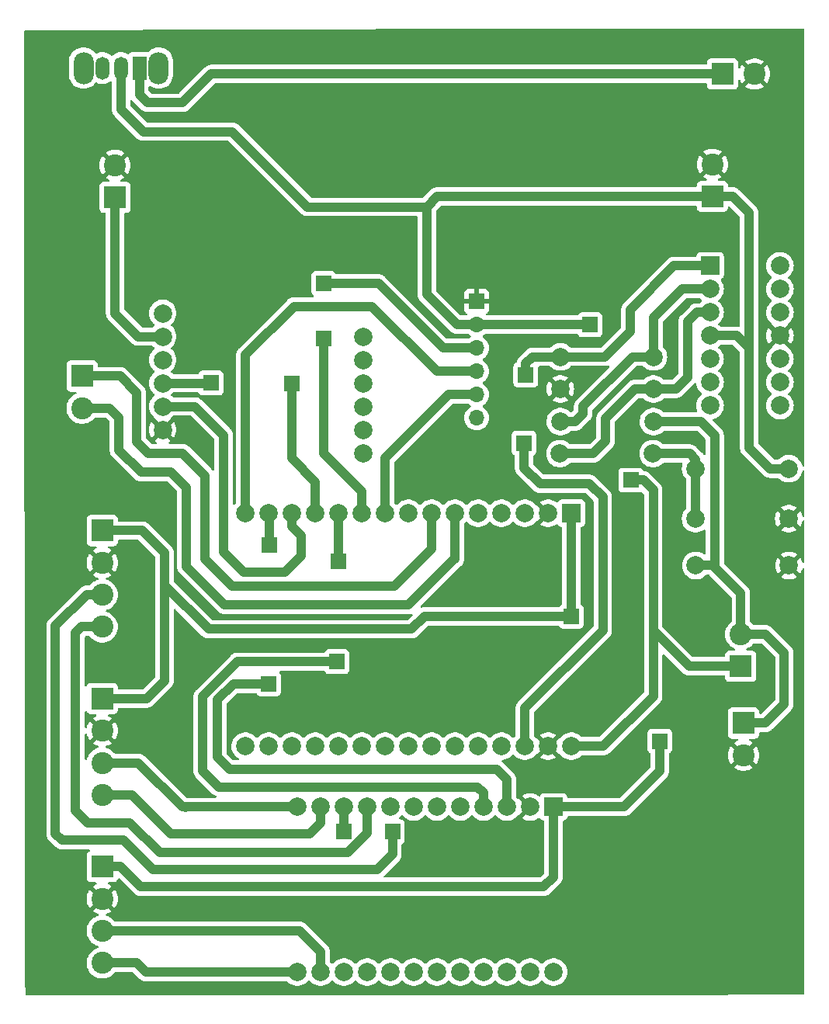
<source format=gbr>
%TF.GenerationSoftware,KiCad,Pcbnew,7.0.2*%
%TF.CreationDate,2023-09-20T16:53:15-03:00*%
%TF.ProjectId,Pontes_3sensores,506f6e74-6573-45f3-9373-656e736f7265,rev?*%
%TF.SameCoordinates,Original*%
%TF.FileFunction,Copper,L2,Bot*%
%TF.FilePolarity,Positive*%
%FSLAX46Y46*%
G04 Gerber Fmt 4.6, Leading zero omitted, Abs format (unit mm)*
G04 Created by KiCad (PCBNEW 7.0.2) date 2023-09-20 16:53:15*
%MOMM*%
%LPD*%
G01*
G04 APERTURE LIST*
%TA.AperFunction,ComponentPad*%
%ADD10R,1.700000X1.700000*%
%TD*%
%TA.AperFunction,ComponentPad*%
%ADD11C,2.400000*%
%TD*%
%TA.AperFunction,ComponentPad*%
%ADD12R,2.400000X2.400000*%
%TD*%
%TA.AperFunction,ComponentPad*%
%ADD13R,2.000000X2.000000*%
%TD*%
%TA.AperFunction,ComponentPad*%
%ADD14C,2.000000*%
%TD*%
%TA.AperFunction,ComponentPad*%
%ADD15O,1.700000X1.700000*%
%TD*%
%TA.AperFunction,ComponentPad*%
%ADD16O,2.200000X3.500000*%
%TD*%
%TA.AperFunction,ComponentPad*%
%ADD17R,1.500000X2.500000*%
%TD*%
%TA.AperFunction,ComponentPad*%
%ADD18O,1.500000X2.500000*%
%TD*%
%TA.AperFunction,Conductor*%
%ADD19C,1.000000*%
%TD*%
G04 APERTURE END LIST*
D10*
%TO.P,REF\u002A\u002A,1*%
%TO.N,SC0*%
X97550000Y-139150000D03*
%TD*%
%TO.P,REF\u002A\u002A,1*%
%TO.N,SC0*%
X92250000Y-139100000D03*
%TD*%
D11*
%TO.P,S3,4,Pin_4*%
%TO.N,SD2*%
X65900000Y-153450000D03*
%TO.P,S3,3,Pin_3*%
%TO.N,SC2*%
X65900000Y-149950000D03*
%TO.P,S3,2,Pin_2*%
%TO.N,GND*%
X65900000Y-146450000D03*
D12*
%TO.P,S3,1,Pin_1*%
%TO.N,3V3*%
X65900000Y-142950000D03*
%TD*%
D10*
%TO.P,REF\u002A\u002A,1*%
%TO.N,SDA*%
X84050000Y-123000000D03*
%TD*%
D13*
%TO.P,MUX1,1,VIN*%
%TO.N,3V3*%
X115120000Y-136440000D03*
D14*
%TO.P,MUX1,2,GND*%
%TO.N,GND*%
X112580000Y-136440000D03*
%TO.P,MUX1,3,SDA*%
%TO.N,SDA*%
X110040000Y-136440000D03*
%TO.P,MUX1,4,SCL*%
%TO.N,SCL*%
X107500000Y-136440000D03*
%TO.P,MUX1,5,RST*%
%TO.N,unconnected-(MUX1-RST-Pad5)*%
X104960000Y-136440000D03*
%TO.P,MUX1,6,A0*%
%TO.N,unconnected-(MUX1-A0-Pad6)*%
X102420000Y-136440000D03*
%TO.P,MUX1,7,A1*%
%TO.N,unconnected-(MUX1-A1-Pad7)*%
X99880000Y-136440000D03*
%TO.P,MUX1,8,A2*%
%TO.N,unconnected-(MUX1-A2-Pad8)*%
X97340000Y-136440000D03*
%TO.P,MUX1,9,SDA0*%
%TO.N,SD0*%
X94800000Y-136440000D03*
%TO.P,MUX1,10,SCL0*%
%TO.N,SC0*%
X92260000Y-136440000D03*
%TO.P,MUX1,11,SDA1*%
%TO.N,SD1*%
X89720000Y-136440000D03*
%TO.P,MUX1,12,SCL1*%
%TO.N,SC1*%
X87180000Y-136440000D03*
%TO.P,MUX1,13,SDA2*%
%TO.N,SD2*%
X87180000Y-154440000D03*
%TO.P,MUX1,14,SCL2*%
%TO.N,SC2*%
X89720000Y-154440000D03*
%TO.P,MUX1,15,SDA3*%
%TO.N,unconnected-(MUX1-SDA3-Pad15)*%
X92260000Y-154440000D03*
%TO.P,MUX1,16,SCL3*%
%TO.N,unconnected-(MUX1-SCL3-Pad16)*%
X94800000Y-154440000D03*
%TO.P,MUX1,17,SDA4*%
%TO.N,unconnected-(MUX1-SDA4-Pad17)*%
X97340000Y-154440000D03*
%TO.P,MUX1,18,SCL4*%
%TO.N,unconnected-(MUX1-SCL4-Pad18)*%
X99880000Y-154440000D03*
%TO.P,MUX1,19,SDA5*%
%TO.N,unconnected-(MUX1-SDA5-Pad19)*%
X102420000Y-154440000D03*
%TO.P,MUX1,20,SCL5*%
%TO.N,unconnected-(MUX1-SCL5-Pad20)*%
X104960000Y-154440000D03*
%TO.P,MUX1,21,SDA6*%
%TO.N,unconnected-(MUX1-SDA6-Pad21)*%
X107500000Y-154440000D03*
%TO.P,MUX1,22,SCL6*%
%TO.N,unconnected-(MUX1-SCL6-Pad22)*%
X110040000Y-154440000D03*
%TO.P,MUX1,23,SDA7*%
%TO.N,unconnected-(MUX1-SDA7-Pad23)*%
X112580000Y-154440000D03*
%TO.P,MUX1,24,SCL7*%
%TO.N,unconnected-(MUX1-SCL7-Pad24)*%
X115120000Y-154440000D03*
%TD*%
D12*
%TO.P,SG2,1,Pin_1*%
%TO.N,S-*%
X135850000Y-127300000D03*
D11*
%TO.P,SG2,2,Pin_2*%
%TO.N,GND*%
X135850000Y-130800000D03*
%TD*%
D10*
%TO.P,REF\u002A\u002A,1*%
%TO.N,Vin*%
X123550000Y-100800000D03*
%TD*%
D14*
%TO.P,R6,1*%
%TO.N,Net-(U2A-+)*%
X126030000Y-90850000D03*
%TO.P,R6,2*%
%TO.N,GND*%
X115870000Y-90850000D03*
%TD*%
D10*
%TO.P,REF\u002A\u002A,1*%
%TO.N,3V3*%
X117050000Y-115650000D03*
%TD*%
D12*
%TO.P,IN1,1,Pin_1*%
%TO.N,Vin*%
X132450000Y-69850000D03*
D11*
%TO.P,IN1,2,Pin_2*%
%TO.N,GND*%
X132450000Y-66350000D03*
%TD*%
D10*
%TO.P,REF\u002A\u002A,1*%
%TO.N,RX*%
X86550000Y-90250000D03*
%TD*%
%TO.P,REF\u002A\u002A,1*%
%TO.N,MISO*%
X90050000Y-85350000D03*
%TD*%
D11*
%TO.P,S1,4,Pin_4*%
%TO.N,SD0*%
X65900000Y-116800000D03*
%TO.P,S1,3,Pin_3*%
%TO.N,SC0*%
X65900000Y-113300000D03*
%TO.P,S1,2,Pin_2*%
%TO.N,GND*%
X65900000Y-109800000D03*
D12*
%TO.P,S1,1,Pin_1*%
%TO.N,3V3*%
X65900000Y-106300000D03*
%TD*%
D10*
%TO.P,REF\u002A\u002A,1*%
%TO.N,3V3*%
X126700000Y-129250000D03*
%TD*%
D14*
%TO.P,R3,1*%
%TO.N,S-*%
X130650000Y-110100000D03*
%TO.P,R3,2*%
%TO.N,GND*%
X140810000Y-110100000D03*
%TD*%
D10*
%TO.P,REF\u002A\u002A,1*%
%TO.N,MISO*%
X90050000Y-79350000D03*
%TD*%
%TO.P,REF\u002A\u002A,1*%
%TO.N,Vo*%
X112100000Y-89300000D03*
%TD*%
%TO.P,ModuloSD1,1,Pin_1*%
%TO.N,GND*%
X106750000Y-81310000D03*
D15*
%TO.P,ModuloSD1,2,Pin_2*%
%TO.N,Vin*%
X106750000Y-83850000D03*
%TO.P,ModuloSD1,3,Pin_3*%
%TO.N,MISO*%
X106750000Y-86390000D03*
%TO.P,ModuloSD1,4,Pin_4*%
%TO.N,MOSI*%
X106750000Y-88930000D03*
%TO.P,ModuloSD1,5,Pin_5*%
%TO.N,SCK*%
X106750000Y-91470000D03*
%TO.P,ModuloSD1,6,Pin_6*%
%TO.N,CS*%
X106750000Y-94010000D03*
%TD*%
D12*
%TO.P,RaspberryPi1,1,Pin_1*%
%TO.N,TX_Rasp*%
X63700000Y-89450000D03*
D11*
%TO.P,RaspberryPi1,2,Pin_2*%
%TO.N,RX_Rasp*%
X63700000Y-92950000D03*
%TD*%
D13*
%TO.P,U2,1*%
%TO.N,Vo*%
X132200000Y-77425000D03*
D14*
%TO.P,U2,2,-*%
%TO.N,Net-(U2A--)*%
X132200000Y-79965000D03*
%TO.P,U2,3,+*%
%TO.N,Net-(U2A-+)*%
X132200000Y-82505000D03*
%TO.P,U2,4*%
%TO.N,Vin*%
X132200000Y-85045000D03*
%TO.P,U2,5*%
%TO.N,N/C*%
X132200000Y-87585000D03*
%TO.P,U2,6*%
X132200000Y-90125000D03*
%TO.P,U2,7*%
X132200000Y-92665000D03*
%TO.P,U2,8*%
X139820000Y-92665000D03*
%TO.P,U2,9*%
X139820000Y-90125000D03*
%TO.P,U2,10*%
X139820000Y-87585000D03*
%TO.P,U2,11*%
%TO.N,GND*%
X139820000Y-85045000D03*
%TO.P,U2,12*%
%TO.N,N/C*%
X139820000Y-82505000D03*
%TO.P,U2,13*%
X139820000Y-79965000D03*
%TO.P,U2,14*%
X139820000Y-77425000D03*
%TD*%
D12*
%TO.P,SG1,1,Pin_1*%
%TO.N,Vin*%
X135550000Y-121100000D03*
D11*
%TO.P,SG1,2,Pin_2*%
%TO.N,S-*%
X135550000Y-117600000D03*
%TD*%
D14*
%TO.P,R7,1*%
%TO.N,Net-(U2A--)*%
X126030000Y-87350000D03*
%TO.P,R7,2*%
%TO.N,Vo*%
X115870000Y-87350000D03*
%TD*%
D10*
%TO.P,REF\u002A\u002A,1*%
%TO.N,SDA*%
X84100000Y-107850000D03*
%TD*%
%TO.P,REF\u002A\u002A,1*%
%TO.N,Vo*%
X111900000Y-96750000D03*
%TD*%
D11*
%TO.P,S2,4,Pin_4*%
%TO.N,SD1*%
X65900000Y-135125000D03*
%TO.P,S2,3,Pin_3*%
%TO.N,SC1*%
X65900000Y-131625000D03*
%TO.P,S2,2,Pin_2*%
%TO.N,GND*%
X65900000Y-128125000D03*
D12*
%TO.P,S2,1,Pin_1*%
%TO.N,3V3*%
X65900000Y-124625000D03*
%TD*%
%TO.P,Alimenta\u00E7\u00E3o1,1,Pin_1*%
%TO.N,VCC*%
X133550000Y-56500000D03*
D11*
%TO.P,Alimenta\u00E7\u00E3o1,2,Pin_2*%
%TO.N,GND*%
X137050000Y-56500000D03*
%TD*%
D16*
%TO.P,SW1,*%
%TO.N,*%
X72050000Y-55850000D03*
X63850000Y-55850000D03*
D17*
%TO.P,SW1,1*%
%TO.N,VCC*%
X69950000Y-55850000D03*
D18*
%TO.P,SW1,2*%
%TO.N,Vin*%
X67950000Y-55850000D03*
%TO.P,SW1,3*%
%TO.N,N/C*%
X65950000Y-55850000D03*
%TD*%
D13*
%TO.P,Esp32,1,3V3*%
%TO.N,3V3*%
X117065000Y-104400000D03*
D14*
%TO.P,Esp32,2,GND*%
%TO.N,GND*%
X114525000Y-104400000D03*
%TO.P,Esp32,3,D15*%
%TO.N,unconnected-(Esp32-D15-Pad3)*%
X111985000Y-104400000D03*
%TO.P,Esp32,4,D2*%
%TO.N,unconnected-(Esp32-D2-Pad4)*%
X109445000Y-104400000D03*
%TO.P,Esp32,5,D4*%
%TO.N,unconnected-(Esp32-D4-Pad5)*%
X106905000Y-104400000D03*
%TO.P,Esp32,6,RX2*%
%TO.N,RX_Rasp*%
X104365000Y-104400000D03*
%TO.P,Esp32,7,TX2*%
%TO.N,TX_Rasp*%
X101825000Y-104400000D03*
%TO.P,Esp32,8,D5*%
%TO.N,unconnected-(Esp32-D5-Pad8)*%
X99285000Y-104400000D03*
%TO.P,Esp32,9,D18*%
%TO.N,SCK*%
X96745000Y-104400000D03*
%TO.P,Esp32,10,D19*%
%TO.N,MISO*%
X94205000Y-104400000D03*
%TO.P,Esp32,11,D21*%
%TO.N,SCL*%
X91665000Y-104400000D03*
%TO.P,Esp32,12,RX0*%
%TO.N,RX*%
X89125000Y-104400000D03*
%TO.P,Esp32,13,TX0*%
%TO.N,TX*%
X86585000Y-104400000D03*
%TO.P,Esp32,14,D22*%
%TO.N,SDA*%
X84045000Y-104400000D03*
%TO.P,Esp32,15,D23*%
%TO.N,MOSI*%
X81505000Y-104400000D03*
%TO.P,Esp32,16,EN*%
%TO.N,unconnected-(Esp32-EN-Pad16)*%
X81505000Y-129800000D03*
%TO.P,Esp32,17,VP*%
%TO.N,unconnected-(Esp32-VP-Pad17)*%
X84045000Y-129800000D03*
%TO.P,Esp32,18,VN*%
%TO.N,unconnected-(Esp32-VN-Pad18)*%
X86585000Y-129800000D03*
%TO.P,Esp32,19,D34*%
%TO.N,unconnected-(Esp32-D34-Pad19)*%
X89125000Y-129800000D03*
%TO.P,Esp32,20,D35*%
%TO.N,unconnected-(Esp32-D35-Pad20)*%
X91665000Y-129800000D03*
%TO.P,Esp32,21,D32*%
%TO.N,unconnected-(Esp32-D32-Pad21)*%
X94205000Y-129800000D03*
%TO.P,Esp32,22,D33*%
%TO.N,unconnected-(Esp32-D33-Pad22)*%
X96745000Y-129800000D03*
%TO.P,Esp32,23,D25*%
%TO.N,unconnected-(Esp32-D25-Pad23)*%
X99285000Y-129800000D03*
%TO.P,Esp32,24,D26*%
%TO.N,unconnected-(Esp32-D26-Pad24)*%
X101825000Y-129800000D03*
%TO.P,Esp32,25,D27*%
%TO.N,unconnected-(Esp32-D27-Pad25)*%
X104365000Y-129800000D03*
%TO.P,Esp32,26,D14*%
%TO.N,unconnected-(Esp32-D14-Pad26)*%
X106905000Y-129800000D03*
%TO.P,Esp32,27,D12*%
%TO.N,unconnected-(Esp32-D12-Pad27)*%
X109445000Y-129800000D03*
%TO.P,Esp32,28,D13*%
%TO.N,Vo*%
X111985000Y-129800000D03*
%TO.P,Esp32,29,GND*%
%TO.N,GND*%
X114525000Y-129800000D03*
%TO.P,Esp32,30,VIN*%
%TO.N,Vin*%
X117065000Y-129800000D03*
%TD*%
D12*
%TO.P,OUT1,1,Pin_1*%
%TO.N,4\u002C1V*%
X67300000Y-69950000D03*
D11*
%TO.P,OUT1,2,Pin_2*%
%TO.N,GND*%
X67300000Y-66450000D03*
%TD*%
D10*
%TO.P,REF\u002A\u002A,1*%
%TO.N,SCL*%
X91650000Y-109650000D03*
%TD*%
D14*
%TO.P,R1,1*%
%TO.N,Vin*%
X140780000Y-99550000D03*
%TO.P,R1,2*%
%TO.N,S+*%
X130620000Y-99550000D03*
%TD*%
D10*
%TO.P,REF\u002A\u002A,1*%
%TO.N,SCL*%
X91500000Y-120600000D03*
%TD*%
D14*
%TO.P,R2,1*%
%TO.N,S+*%
X130620000Y-105000000D03*
%TO.P,R2,2*%
%TO.N,GND*%
X140780000Y-105000000D03*
%TD*%
%TO.P,Sim800l1,1,NET*%
%TO.N,unconnected-(Sim800l1-NET-Pad1)*%
X72500000Y-82600000D03*
%TO.P,Sim800l1,2,VCC*%
%TO.N,4\u002C1V*%
X72500000Y-85140000D03*
%TO.P,Sim800l1,3,RST*%
%TO.N,unconnected-(Sim800l1-RST-Pad3)*%
X72500000Y-87680000D03*
%TO.P,Sim800l1,4,RXD*%
%TO.N,RX*%
X72500000Y-90220000D03*
%TO.P,Sim800l1,5,TXD*%
%TO.N,TX*%
X72500000Y-92760000D03*
%TO.P,Sim800l1,6,GND*%
%TO.N,GND*%
X72500000Y-95300000D03*
%TO.P,Sim800l1,7,SPK-*%
%TO.N,unconnected-(Sim800l1-SPK--Pad7)*%
X94370000Y-97840000D03*
%TO.P,Sim800l1,8,SPK+*%
%TO.N,unconnected-(Sim800l1-SPK+-Pad8)*%
X94370000Y-95300000D03*
%TO.P,Sim800l1,9,MIC-*%
%TO.N,unconnected-(Sim800l1-MIC--Pad9)*%
X94370000Y-92760000D03*
%TO.P,Sim800l1,10,MIC+*%
%TO.N,unconnected-(Sim800l1-MIC+-Pad10)*%
X94370000Y-90220000D03*
%TO.P,Sim800l1,11,DTR*%
%TO.N,unconnected-(Sim800l1-DTR-Pad11)*%
X94370000Y-87680000D03*
%TO.P,Sim800l1,12,RING*%
%TO.N,unconnected-(Sim800l1-RING-Pad12)*%
X94370000Y-85140000D03*
%TD*%
D10*
%TO.P,REF\u002A\u002A,1*%
%TO.N,RX*%
X77750000Y-90200000D03*
%TD*%
D14*
%TO.P,R4,1*%
%TO.N,S+*%
X125980000Y-97900000D03*
%TO.P,R4,2*%
%TO.N,Net-(U2A-+)*%
X115820000Y-97900000D03*
%TD*%
D10*
%TO.P,REF\u002A\u002A,1*%
%TO.N,Vin*%
X119100000Y-83850000D03*
%TD*%
D14*
%TO.P,R5,1*%
%TO.N,S-*%
X126030000Y-94400000D03*
%TO.P,R5,2*%
%TO.N,Net-(U2A--)*%
X115870000Y-94400000D03*
%TD*%
D19*
%TO.N,3V3*%
X70250000Y-106300000D02*
X65900000Y-106300000D01*
X72700000Y-108750000D02*
X70250000Y-106300000D01*
X72700000Y-112250000D02*
X72700000Y-108750000D01*
X72700000Y-122650000D02*
X70725000Y-124625000D01*
X70725000Y-124625000D02*
X65900000Y-124625000D01*
X72700000Y-112250000D02*
X72700000Y-122650000D01*
X99650000Y-117050000D02*
X77500000Y-117050000D01*
X77500000Y-117050000D02*
X72700000Y-112250000D01*
X101050000Y-115650000D02*
X99650000Y-117050000D01*
X117050000Y-115650000D02*
X101050000Y-115650000D01*
%TO.N,SC0*%
X97550000Y-141600000D02*
X97550000Y-139150000D01*
X61500000Y-140050000D02*
X68250000Y-140050000D01*
X71450000Y-143250000D02*
X95900000Y-143250000D01*
X60800000Y-139350000D02*
X61500000Y-140050000D01*
X68250000Y-140050000D02*
X71450000Y-143250000D01*
X60800000Y-116702944D02*
X60800000Y-139350000D01*
X95900000Y-143250000D02*
X97550000Y-141600000D01*
X65900000Y-113300000D02*
X64202944Y-113300000D01*
X64202944Y-113300000D02*
X60800000Y-116702944D01*
X92250000Y-139100000D02*
X92250000Y-136450000D01*
X92250000Y-136450000D02*
X92260000Y-136440000D01*
%TO.N,3V3*%
X70100000Y-145150000D02*
X114050000Y-145150000D01*
X115120000Y-144080000D02*
X115120000Y-136440000D01*
X67900000Y-142950000D02*
X70100000Y-145150000D01*
X114050000Y-145150000D02*
X115120000Y-144080000D01*
X65900000Y-142950000D02*
X67900000Y-142950000D01*
%TO.N,SD0*%
X94800000Y-139300000D02*
X94800000Y-136440000D01*
X92700000Y-141400000D02*
X94800000Y-139300000D01*
X72150000Y-141400000D02*
X92700000Y-141400000D01*
X68900000Y-138150000D02*
X72150000Y-141400000D01*
X64350000Y-138150000D02*
X68900000Y-138150000D01*
X63000000Y-136800000D02*
X64350000Y-138150000D01*
X63000000Y-117450000D02*
X63000000Y-136800000D01*
X63650000Y-116800000D02*
X63000000Y-117450000D01*
X65900000Y-116800000D02*
X63650000Y-116800000D01*
%TO.N,SC2*%
X87450000Y-149950000D02*
X65900000Y-149950000D01*
X89720000Y-152220000D02*
X87450000Y-149950000D01*
X89720000Y-154440000D02*
X89720000Y-152220000D01*
%TO.N,SD2*%
X69650000Y-153450000D02*
X65900000Y-153450000D01*
X70640000Y-154440000D02*
X69650000Y-153450000D01*
X87180000Y-154440000D02*
X70640000Y-154440000D01*
%TO.N,SD1*%
X73350000Y-139350000D02*
X69125000Y-135125000D01*
X69125000Y-135125000D02*
X65900000Y-135125000D01*
X89720000Y-138180000D02*
X88550000Y-139350000D01*
X89720000Y-136440000D02*
X89720000Y-138180000D01*
X88550000Y-139350000D02*
X73350000Y-139350000D01*
%TO.N,SC1*%
X74640000Y-136440000D02*
X69825000Y-131625000D01*
X69825000Y-131625000D02*
X65900000Y-131625000D01*
X74960000Y-136440000D02*
X74640000Y-136440000D01*
%TO.N,SCL*%
X80650000Y-120600000D02*
X76850000Y-124400000D01*
X91500000Y-120600000D02*
X80650000Y-120600000D01*
%TO.N,SDA*%
X80200000Y-123000000D02*
X78450000Y-124750000D01*
X84050000Y-123000000D02*
X80200000Y-123000000D01*
%TO.N,SC1*%
X74960000Y-136440000D02*
X87180000Y-136440000D01*
%TO.N,SCL*%
X107500000Y-134900000D02*
X106850000Y-134250000D01*
X107500000Y-136440000D02*
X107500000Y-134900000D01*
%TO.N,SDA*%
X110040000Y-136440000D02*
X110040000Y-133460000D01*
%TO.N,3V3*%
X115120000Y-136440000D02*
X122810000Y-136440000D01*
%TO.N,SCL*%
X78600000Y-134250000D02*
X106850000Y-134250000D01*
X76850000Y-132500000D02*
X78600000Y-134250000D01*
X76850000Y-124400000D02*
X76850000Y-132500000D01*
%TO.N,SDA*%
X110040000Y-133460000D02*
X110050000Y-133450000D01*
%TO.N,SC1*%
X74950000Y-136450000D02*
X74960000Y-136440000D01*
%TO.N,SDA*%
X79800000Y-132350000D02*
X108950000Y-132350000D01*
X108950000Y-132350000D02*
X110050000Y-133450000D01*
X78450000Y-131000000D02*
X79800000Y-132350000D01*
X78450000Y-124750000D02*
X78450000Y-131000000D01*
X84100000Y-104455000D02*
X84045000Y-104400000D01*
X84100000Y-107850000D02*
X84100000Y-104455000D01*
%TO.N,3V3*%
X122810000Y-136440000D02*
X126700000Y-132550000D01*
X126700000Y-129250000D02*
X126700000Y-132550000D01*
%TO.N,RX_Rasp*%
X66700000Y-92950000D02*
X63700000Y-92950000D01*
X67700000Y-93950000D02*
X66700000Y-92950000D01*
X67700000Y-97500000D02*
X67700000Y-93950000D01*
X70150000Y-99950000D02*
X67700000Y-97500000D01*
X73400000Y-99950000D02*
X70150000Y-99950000D01*
X75050000Y-101600000D02*
X73400000Y-99950000D01*
X75050000Y-110200000D02*
X75050000Y-101600000D01*
X79250000Y-114400000D02*
X75050000Y-110200000D01*
X99300000Y-114400000D02*
X79250000Y-114400000D01*
X104315000Y-109385000D02*
X99300000Y-114400000D01*
X104365000Y-109385000D02*
X104315000Y-109385000D01*
X104365000Y-104400000D02*
X104365000Y-109385000D01*
%TO.N,TX_Rasp*%
X67850000Y-89450000D02*
X63700000Y-89450000D01*
X69650000Y-91250000D02*
X67850000Y-89450000D01*
X69650000Y-96600000D02*
X69650000Y-91250000D01*
X70900000Y-97850000D02*
X69650000Y-96600000D01*
X74650000Y-97850000D02*
X70900000Y-97850000D01*
X77100000Y-100300000D02*
X74650000Y-97850000D01*
X77100000Y-109400000D02*
X77100000Y-100300000D01*
X80050000Y-112350000D02*
X77100000Y-109400000D01*
X97800000Y-112350000D02*
X80050000Y-112350000D01*
X101825000Y-108325000D02*
X97800000Y-112350000D01*
X101825000Y-104400000D02*
X101825000Y-108325000D01*
%TO.N,TX*%
X76010000Y-92760000D02*
X72500000Y-92760000D01*
X79150000Y-108650000D02*
X79150000Y-95900000D01*
X87600000Y-109050000D02*
X85800000Y-110850000D01*
X86585000Y-105835000D02*
X87600000Y-106850000D01*
X85800000Y-110850000D02*
X81350000Y-110850000D01*
X79150000Y-95900000D02*
X76010000Y-92760000D01*
X86585000Y-104400000D02*
X86585000Y-105835000D01*
X87600000Y-106850000D02*
X87600000Y-109050000D01*
X81350000Y-110850000D02*
X79150000Y-108650000D01*
%TO.N,Vin*%
X134650000Y-69850000D02*
X132450000Y-69850000D01*
X136450000Y-71650000D02*
X134650000Y-69850000D01*
X136450000Y-86400000D02*
X136450000Y-71650000D01*
%TO.N,S-*%
X140300000Y-119650000D02*
X138250000Y-117600000D01*
X140300000Y-125200000D02*
X140300000Y-119650000D01*
X138200000Y-127300000D02*
X140300000Y-125200000D01*
X135850000Y-127300000D02*
X138200000Y-127300000D01*
X138250000Y-117600000D02*
X135550000Y-117600000D01*
X132700000Y-110300000D02*
X132700000Y-110100000D01*
X135550000Y-113150000D02*
X132700000Y-110300000D01*
X135550000Y-117600000D02*
X135550000Y-113150000D01*
%TO.N,Vin*%
X129900000Y-121100000D02*
X126000000Y-117200000D01*
X135550000Y-121100000D02*
X129900000Y-121100000D01*
X101300000Y-80550000D02*
X104600000Y-83850000D01*
X101300000Y-71000000D02*
X101300000Y-80550000D01*
X136450000Y-86400000D02*
X135095000Y-85045000D01*
X70400000Y-62800000D02*
X67950000Y-60350000D01*
X101300000Y-71000000D02*
X88300000Y-71000000D01*
X138750000Y-99550000D02*
X136450000Y-97250000D01*
X126000000Y-117500000D02*
X126000000Y-124350000D01*
X126000000Y-101900000D02*
X126000000Y-117200000D01*
X132450000Y-69850000D02*
X102450000Y-69850000D01*
X126000000Y-117200000D02*
X126000000Y-117500000D01*
X67950000Y-60350000D02*
X67950000Y-55850000D01*
X140780000Y-99550000D02*
X138750000Y-99550000D01*
X136450000Y-97250000D02*
X136450000Y-86400000D01*
X120550000Y-129800000D02*
X117065000Y-129800000D01*
X119100000Y-83850000D02*
X106750000Y-83850000D01*
X102450000Y-69850000D02*
X101300000Y-71000000D01*
X80100000Y-62800000D02*
X70400000Y-62800000D01*
X104600000Y-83850000D02*
X106750000Y-83850000D01*
X88300000Y-71000000D02*
X80100000Y-62800000D01*
X135095000Y-85045000D02*
X132200000Y-85045000D01*
X124900000Y-100800000D02*
X126000000Y-101900000D01*
X126000000Y-124350000D02*
X120550000Y-129800000D01*
X123550000Y-100800000D02*
X124900000Y-100800000D01*
%TO.N,3V3*%
X117050000Y-115650000D02*
X117050000Y-104415000D01*
X117050000Y-104415000D02*
X117065000Y-104400000D01*
%TO.N,VCC*%
X70850000Y-59650000D02*
X69950000Y-58750000D01*
X77800000Y-56500000D02*
X74650000Y-59650000D01*
X133550000Y-56500000D02*
X77800000Y-56500000D01*
X74650000Y-59650000D02*
X70850000Y-59650000D01*
X69950000Y-58750000D02*
X69950000Y-55850000D01*
%TO.N,MISO*%
X90050000Y-97850000D02*
X94205000Y-102005000D01*
X94205000Y-102005000D02*
X94205000Y-104400000D01*
X90050000Y-85350000D02*
X90050000Y-97850000D01*
X103090000Y-86390000D02*
X96050000Y-79350000D01*
X96050000Y-79350000D02*
X90050000Y-79350000D01*
X106750000Y-86390000D02*
X103090000Y-86390000D01*
%TO.N,MOSI*%
X86800000Y-81850000D02*
X81505000Y-87145000D01*
X81505000Y-87145000D02*
X81505000Y-104400000D01*
X102380000Y-88930000D02*
X95300000Y-81850000D01*
X106750000Y-88930000D02*
X102380000Y-88930000D01*
X95300000Y-81850000D02*
X86800000Y-81850000D01*
%TO.N,SCK*%
X106750000Y-91470000D02*
X103680000Y-91470000D01*
X103680000Y-91470000D02*
X96745000Y-98405000D01*
X96745000Y-98405000D02*
X96745000Y-104400000D01*
%TO.N,4\u002C1V*%
X67300000Y-69950000D02*
X67300000Y-82600000D01*
X67300000Y-82600000D02*
X69840000Y-85140000D01*
X69840000Y-85140000D02*
X72500000Y-85140000D01*
%TO.N,RX*%
X89125000Y-100975000D02*
X89125000Y-104400000D01*
X86550000Y-98400000D02*
X89125000Y-100975000D01*
X72500000Y-90220000D02*
X77730000Y-90220000D01*
X77730000Y-90220000D02*
X77750000Y-90200000D01*
X86550000Y-90250000D02*
X86550000Y-98400000D01*
%TO.N,SDA*%
X84045000Y-107845000D02*
X84050000Y-107850000D01*
%TO.N,SCL*%
X91665000Y-104400000D02*
X91665000Y-109635000D01*
X91665000Y-109635000D02*
X91650000Y-109650000D01*
%TO.N,S+*%
X130620000Y-105000000D02*
X130620000Y-99550000D01*
X130620000Y-98520000D02*
X130000000Y-97900000D01*
X130000000Y-97900000D02*
X125980000Y-97900000D01*
X130620000Y-99550000D02*
X130620000Y-98520000D01*
%TO.N,S-*%
X132700000Y-110100000D02*
X130650000Y-110100000D01*
X132700000Y-95900000D02*
X131200000Y-94400000D01*
X132700000Y-110100000D02*
X132700000Y-95900000D01*
X131200000Y-94400000D02*
X126030000Y-94400000D01*
%TO.N,Vo*%
X123500000Y-84550000D02*
X123500000Y-82200000D01*
X113650000Y-101200000D02*
X111900000Y-99450000D01*
X119050000Y-101200000D02*
X113650000Y-101200000D01*
X115870000Y-87350000D02*
X112850000Y-87350000D01*
X112850000Y-87350000D02*
X112100000Y-88100000D01*
X112100000Y-88100000D02*
X112100000Y-89300000D01*
X123500000Y-82200000D02*
X128275000Y-77425000D01*
X128275000Y-77425000D02*
X132200000Y-77425000D01*
X115870000Y-87350000D02*
X120700000Y-87350000D01*
X111985000Y-129800000D02*
X111985000Y-125665000D01*
X120500000Y-117150000D02*
X120500000Y-102650000D01*
X111985000Y-125665000D02*
X120500000Y-117150000D01*
X120500000Y-102650000D02*
X119050000Y-101200000D01*
X120700000Y-87350000D02*
X123500000Y-84550000D01*
X111900000Y-99450000D02*
X111900000Y-96750000D01*
%TO.N,Net-(U2A--)*%
X117500000Y-94400000D02*
X115870000Y-94400000D01*
X118350000Y-93550000D02*
X117500000Y-94400000D01*
X129135000Y-79965000D02*
X126030000Y-83070000D01*
X126030000Y-83070000D02*
X126030000Y-87350000D01*
X118350000Y-92750000D02*
X118350000Y-93550000D01*
X123750000Y-87350000D02*
X118350000Y-92750000D01*
X126030000Y-87350000D02*
X123750000Y-87350000D01*
X132200000Y-79965000D02*
X129135000Y-79965000D01*
%TO.N,Net-(U2A-+)*%
X124000000Y-90850000D02*
X120800000Y-94050000D01*
X119450000Y-97900000D02*
X115820000Y-97900000D01*
X129750000Y-89550000D02*
X128450000Y-90850000D01*
X132200000Y-82505000D02*
X130745000Y-82505000D01*
X129750000Y-83500000D02*
X129750000Y-89550000D01*
X130745000Y-82505000D02*
X129750000Y-83500000D01*
X120800000Y-96550000D02*
X119450000Y-97900000D01*
X128450000Y-90850000D02*
X126030000Y-90850000D01*
X120800000Y-94050000D02*
X120800000Y-96550000D01*
X126030000Y-90850000D02*
X124000000Y-90850000D01*
%TD*%
%TA.AperFunction,Conductor*%
%TO.N,GND*%
G36*
X142442539Y-51570184D02*
G01*
X142488294Y-51622988D01*
X142499500Y-51674499D01*
X142499500Y-99232985D01*
X142479815Y-99300024D01*
X142427011Y-99345779D01*
X142357853Y-99355723D01*
X142294297Y-99326698D01*
X142256523Y-99267920D01*
X142255294Y-99263426D01*
X142204063Y-99061119D01*
X142120573Y-98870782D01*
X142104174Y-98833395D01*
X142088494Y-98809395D01*
X141968164Y-98625215D01*
X141799744Y-98442262D01*
X141776925Y-98424501D01*
X141603514Y-98289529D01*
X141603510Y-98289526D01*
X141603509Y-98289526D01*
X141384810Y-98171172D01*
X141384806Y-98171170D01*
X141384805Y-98171170D01*
X141149615Y-98090429D01*
X140904335Y-98049500D01*
X140655665Y-98049500D01*
X140410384Y-98090429D01*
X140175194Y-98171170D01*
X140175190Y-98171171D01*
X140175190Y-98171172D01*
X140148149Y-98185806D01*
X139956485Y-98289529D01*
X139760259Y-98442259D01*
X139698375Y-98509483D01*
X139638488Y-98545473D01*
X139607145Y-98549500D01*
X139215783Y-98549500D01*
X139148744Y-98529815D01*
X139128102Y-98513181D01*
X137486819Y-96871898D01*
X137453334Y-96810575D01*
X137450500Y-96784217D01*
X137450500Y-92664999D01*
X138314356Y-92664999D01*
X138334891Y-92912816D01*
X138334891Y-92912819D01*
X138334892Y-92912821D01*
X138395937Y-93153881D01*
X138437608Y-93248881D01*
X138495825Y-93381604D01*
X138495827Y-93381607D01*
X138631836Y-93589785D01*
X138800256Y-93772738D01*
X138843907Y-93806713D01*
X138996485Y-93925470D01*
X138996487Y-93925471D01*
X138996491Y-93925474D01*
X139215190Y-94043828D01*
X139450386Y-94124571D01*
X139695665Y-94165500D01*
X139944335Y-94165500D01*
X140189614Y-94124571D01*
X140424810Y-94043828D01*
X140643509Y-93925474D01*
X140839744Y-93772738D01*
X141008164Y-93589785D01*
X141144173Y-93381607D01*
X141244063Y-93153881D01*
X141305108Y-92912821D01*
X141325643Y-92665000D01*
X141305108Y-92417179D01*
X141244063Y-92176119D01*
X141144173Y-91948393D01*
X141008164Y-91740215D01*
X140839744Y-91557262D01*
X140806186Y-91531143D01*
X140756992Y-91492853D01*
X140716179Y-91436143D01*
X140712504Y-91366370D01*
X140747136Y-91305687D01*
X140756992Y-91297147D01*
X140799274Y-91264237D01*
X140839744Y-91232738D01*
X141008164Y-91049785D01*
X141144173Y-90841607D01*
X141244063Y-90613881D01*
X141305108Y-90372821D01*
X141325643Y-90125000D01*
X141305108Y-89877179D01*
X141244063Y-89636119D01*
X141144173Y-89408393D01*
X141008164Y-89200215D01*
X140839744Y-89017262D01*
X140761297Y-88956204D01*
X140756992Y-88952853D01*
X140716179Y-88896143D01*
X140712504Y-88826370D01*
X140747136Y-88765687D01*
X140756992Y-88757147D01*
X140793374Y-88728829D01*
X140839744Y-88692738D01*
X141008164Y-88509785D01*
X141144173Y-88301607D01*
X141244063Y-88073881D01*
X141305108Y-87832821D01*
X141325643Y-87585000D01*
X141325272Y-87580528D01*
X141312980Y-87432179D01*
X141305108Y-87337179D01*
X141244063Y-87096119D01*
X141144173Y-86868393D01*
X141008164Y-86660215D01*
X140839744Y-86477262D01*
X140736253Y-86396712D01*
X140695442Y-86340003D01*
X140688655Y-86291176D01*
X140690056Y-86268609D01*
X139864400Y-85442953D01*
X139945148Y-85430165D01*
X140058045Y-85372641D01*
X140147641Y-85283045D01*
X140205165Y-85170148D01*
X140217953Y-85089401D01*
X141043434Y-85914882D01*
X141143730Y-85761369D01*
X141243586Y-85533721D01*
X141304613Y-85292732D01*
X141325141Y-85044999D01*
X141304613Y-84797267D01*
X141243586Y-84556278D01*
X141143730Y-84328630D01*
X141043434Y-84175116D01*
X140217953Y-85000598D01*
X140205165Y-84919852D01*
X140147641Y-84806955D01*
X140058045Y-84717359D01*
X139945148Y-84659835D01*
X139864401Y-84647046D01*
X140690056Y-83821390D01*
X140688655Y-83798825D01*
X140704147Y-83730694D01*
X140736250Y-83693290D01*
X140839744Y-83612738D01*
X141008164Y-83429785D01*
X141144173Y-83221607D01*
X141244063Y-82993881D01*
X141305108Y-82752821D01*
X141325643Y-82505000D01*
X141305108Y-82257179D01*
X141244063Y-82016119D01*
X141144173Y-81788393D01*
X141008164Y-81580215D01*
X140839744Y-81397262D01*
X140765565Y-81339526D01*
X140756992Y-81332853D01*
X140716179Y-81276143D01*
X140712504Y-81206370D01*
X140747136Y-81145687D01*
X140756992Y-81137147D01*
X140784629Y-81115636D01*
X140839744Y-81072738D01*
X141008164Y-80889785D01*
X141144173Y-80681607D01*
X141244063Y-80453881D01*
X141305108Y-80212821D01*
X141325643Y-79965000D01*
X141305108Y-79717179D01*
X141244063Y-79476119D01*
X141144173Y-79248393D01*
X141008164Y-79040215D01*
X140839744Y-78857262D01*
X140806843Y-78831654D01*
X140756992Y-78792853D01*
X140716179Y-78736143D01*
X140712504Y-78666370D01*
X140747136Y-78605687D01*
X140756992Y-78597147D01*
X140781256Y-78578260D01*
X140839744Y-78532738D01*
X141008164Y-78349785D01*
X141144173Y-78141607D01*
X141244063Y-77913881D01*
X141305108Y-77672821D01*
X141325643Y-77425000D01*
X141305108Y-77177179D01*
X141244063Y-76936119D01*
X141144173Y-76708393D01*
X141008164Y-76500215D01*
X140839744Y-76317262D01*
X140817612Y-76300036D01*
X140643514Y-76164529D01*
X140643510Y-76164526D01*
X140643509Y-76164526D01*
X140424810Y-76046172D01*
X140424806Y-76046170D01*
X140424805Y-76046170D01*
X140189615Y-75965429D01*
X139944335Y-75924500D01*
X139695665Y-75924500D01*
X139450384Y-75965429D01*
X139215194Y-76046170D01*
X138996485Y-76164529D01*
X138800259Y-76317259D01*
X138800256Y-76317261D01*
X138800256Y-76317262D01*
X138631836Y-76500215D01*
X138631427Y-76500841D01*
X138495825Y-76708395D01*
X138395938Y-76936117D01*
X138334891Y-77177183D01*
X138314356Y-77424999D01*
X138334891Y-77672816D01*
X138334891Y-77672819D01*
X138334892Y-77672821D01*
X138395937Y-77913881D01*
X138433648Y-77999854D01*
X138495825Y-78141604D01*
X138495827Y-78141607D01*
X138631836Y-78349785D01*
X138779602Y-78510302D01*
X138800256Y-78532738D01*
X138883008Y-78597147D01*
X138923821Y-78653858D01*
X138927494Y-78723631D01*
X138892863Y-78784314D01*
X138883008Y-78792853D01*
X138800256Y-78857261D01*
X138687336Y-78979926D01*
X138631836Y-79040215D01*
X138610010Y-79073622D01*
X138495825Y-79248395D01*
X138395938Y-79476117D01*
X138334891Y-79717183D01*
X138314356Y-79965000D01*
X138334891Y-80212816D01*
X138334891Y-80212819D01*
X138334892Y-80212821D01*
X138395937Y-80453881D01*
X138431837Y-80535724D01*
X138495825Y-80681604D01*
X138495827Y-80681607D01*
X138631836Y-80889785D01*
X138779835Y-81050555D01*
X138800256Y-81072738D01*
X138883008Y-81137147D01*
X138923821Y-81193858D01*
X138927494Y-81263631D01*
X138892863Y-81324314D01*
X138883008Y-81332853D01*
X138800256Y-81397261D01*
X138670567Y-81538142D01*
X138631836Y-81580215D01*
X138610010Y-81613622D01*
X138495825Y-81788395D01*
X138421995Y-81956713D01*
X138395937Y-82016119D01*
X138360200Y-82157241D01*
X138334891Y-82257183D01*
X138314356Y-82505000D01*
X138334891Y-82752816D01*
X138334891Y-82752819D01*
X138334892Y-82752821D01*
X138395937Y-82993881D01*
X138427644Y-83066165D01*
X138495825Y-83221604D01*
X138495827Y-83221607D01*
X138631836Y-83429785D01*
X138789108Y-83600628D01*
X138800256Y-83612738D01*
X138903744Y-83693286D01*
X138944557Y-83749996D01*
X138951343Y-83798823D01*
X138949941Y-83821389D01*
X139775599Y-84647046D01*
X139694852Y-84659835D01*
X139581955Y-84717359D01*
X139492359Y-84806955D01*
X139434835Y-84919852D01*
X139422046Y-85000598D01*
X138596564Y-84175116D01*
X138496266Y-84328634D01*
X138396413Y-84556278D01*
X138335386Y-84797267D01*
X138314858Y-85044999D01*
X138335386Y-85292732D01*
X138396413Y-85533721D01*
X138496268Y-85761370D01*
X138596563Y-85914882D01*
X138596564Y-85914882D01*
X139422046Y-85089400D01*
X139434835Y-85170148D01*
X139492359Y-85283045D01*
X139581955Y-85372641D01*
X139694852Y-85430165D01*
X139775599Y-85442953D01*
X138949942Y-86268610D01*
X138951343Y-86291178D01*
X138935850Y-86359308D01*
X138903744Y-86396714D01*
X138800256Y-86477261D01*
X138647030Y-86643710D01*
X138631836Y-86660215D01*
X138614070Y-86687408D01*
X138495825Y-86868395D01*
X138408347Y-87067827D01*
X138395937Y-87096119D01*
X138357622Y-87247422D01*
X138334891Y-87337183D01*
X138314356Y-87584999D01*
X138334891Y-87832816D01*
X138334891Y-87832819D01*
X138334892Y-87832821D01*
X138395937Y-88073881D01*
X138404084Y-88092454D01*
X138495825Y-88301604D01*
X138495827Y-88301607D01*
X138631836Y-88509785D01*
X138724523Y-88610470D01*
X138800256Y-88692738D01*
X138883008Y-88757147D01*
X138923821Y-88813858D01*
X138927494Y-88883631D01*
X138892863Y-88944314D01*
X138883008Y-88952853D01*
X138800256Y-89017261D01*
X138631837Y-89200214D01*
X138495825Y-89408395D01*
X138416373Y-89589529D01*
X138395937Y-89636119D01*
X138338252Y-89863909D01*
X138334891Y-89877183D01*
X138314356Y-90124999D01*
X138334891Y-90372816D01*
X138334891Y-90372819D01*
X138334892Y-90372821D01*
X138395937Y-90613881D01*
X138412000Y-90650500D01*
X138495825Y-90841604D01*
X138495827Y-90841607D01*
X138631836Y-91049785D01*
X138742670Y-91170183D01*
X138800256Y-91232738D01*
X138883008Y-91297147D01*
X138923821Y-91353858D01*
X138927494Y-91423631D01*
X138892863Y-91484314D01*
X138883008Y-91492853D01*
X138800256Y-91557261D01*
X138714453Y-91650469D01*
X138631836Y-91740215D01*
X138600854Y-91787637D01*
X138495825Y-91948395D01*
X138410306Y-92143362D01*
X138395937Y-92176119D01*
X138354082Y-92341401D01*
X138334891Y-92417183D01*
X138314356Y-92664999D01*
X137450500Y-92664999D01*
X137450500Y-86414237D01*
X137450540Y-86411095D01*
X137452756Y-86323637D01*
X137452445Y-86321900D01*
X137450500Y-86300023D01*
X137450500Y-71664237D01*
X137450540Y-71661095D01*
X137450809Y-71650499D01*
X137452756Y-71573636D01*
X137442345Y-71515554D01*
X137441042Y-71506263D01*
X137435074Y-71447562D01*
X137425964Y-71418528D01*
X137422223Y-71403286D01*
X137416857Y-71373343D01*
X137394976Y-71318565D01*
X137391816Y-71309689D01*
X137386369Y-71292330D01*
X137374159Y-71253412D01*
X137359395Y-71226812D01*
X137352660Y-71212631D01*
X137341377Y-71184383D01*
X137308917Y-71135131D01*
X137304036Y-71127074D01*
X137287828Y-71097873D01*
X137275409Y-71075498D01*
X137255582Y-71052403D01*
X137246146Y-71039888D01*
X137229402Y-71014481D01*
X137229400Y-71014479D01*
X137229399Y-71014477D01*
X137187693Y-70972772D01*
X137181287Y-70965860D01*
X137142864Y-70921102D01*
X137118804Y-70902478D01*
X137107026Y-70892105D01*
X135367567Y-69152647D01*
X135365374Y-69150398D01*
X135305059Y-69086946D01*
X135256642Y-69053247D01*
X135249119Y-69047575D01*
X135203405Y-69010300D01*
X135176440Y-68996215D01*
X135163019Y-68988084D01*
X135138049Y-68970705D01*
X135138048Y-68970704D01*
X135138046Y-68970703D01*
X135083845Y-68947443D01*
X135075336Y-68943402D01*
X135023053Y-68916092D01*
X135017126Y-68914396D01*
X134993798Y-68907721D01*
X134979020Y-68902459D01*
X134951058Y-68890460D01*
X134893272Y-68878583D01*
X134884128Y-68876338D01*
X134827421Y-68860113D01*
X134797075Y-68857802D01*
X134781534Y-68855622D01*
X134751742Y-68849500D01*
X134751741Y-68849500D01*
X134692758Y-68849500D01*
X134683344Y-68849142D01*
X134658392Y-68847242D01*
X134624524Y-68844663D01*
X134624523Y-68844663D01*
X134624522Y-68844663D01*
X134594349Y-68848506D01*
X134578683Y-68849500D01*
X134274499Y-68849500D01*
X134207460Y-68829815D01*
X134161705Y-68777011D01*
X134150499Y-68725500D01*
X134150499Y-68605439D01*
X134150499Y-68605438D01*
X134150499Y-68602128D01*
X134144091Y-68542517D01*
X134093796Y-68407669D01*
X134007546Y-68292454D01*
X133892331Y-68206204D01*
X133757483Y-68155909D01*
X133697873Y-68149500D01*
X133694551Y-68149500D01*
X133174679Y-68149500D01*
X133107640Y-68129815D01*
X133061885Y-68077011D01*
X133051941Y-68007853D01*
X133080966Y-67944297D01*
X133120878Y-67913780D01*
X133302383Y-67826372D01*
X133463185Y-67716737D01*
X132659220Y-66912772D01*
X132752588Y-66874099D01*
X132877925Y-66777925D01*
X132974099Y-66652589D01*
X133012772Y-66559220D01*
X133816545Y-67362993D01*
X133816546Y-67362992D01*
X133858545Y-67310328D01*
X133985942Y-67089669D01*
X134079028Y-66852491D01*
X134135726Y-66604080D01*
X134154767Y-66349999D01*
X134135726Y-66095919D01*
X134079028Y-65847508D01*
X133985942Y-65610330D01*
X133858545Y-65389671D01*
X133816546Y-65337005D01*
X133012772Y-66140778D01*
X132974099Y-66047412D01*
X132877925Y-65922075D01*
X132752588Y-65825901D01*
X132659219Y-65787226D01*
X133463185Y-64983261D01*
X133302379Y-64873625D01*
X133072823Y-64763078D01*
X132829345Y-64687974D01*
X132577397Y-64650000D01*
X132322603Y-64650000D01*
X132070654Y-64687974D01*
X131827179Y-64763077D01*
X131597615Y-64873628D01*
X131436813Y-64983261D01*
X132240778Y-65787227D01*
X132147412Y-65825901D01*
X132022075Y-65922075D01*
X131925901Y-66047411D01*
X131887226Y-66140779D01*
X131083453Y-65337006D01*
X131041453Y-65389673D01*
X130914057Y-65610331D01*
X130820971Y-65847508D01*
X130764273Y-66095919D01*
X130745232Y-66350000D01*
X130764273Y-66604080D01*
X130820971Y-66852491D01*
X130914057Y-67089668D01*
X131041456Y-67310331D01*
X131083452Y-67362993D01*
X131887226Y-66559219D01*
X131925901Y-66652588D01*
X132022075Y-66777925D01*
X132147412Y-66874099D01*
X132240779Y-66912772D01*
X131436813Y-67716737D01*
X131597621Y-67826374D01*
X131779123Y-67913780D01*
X131830983Y-67960602D01*
X131849296Y-68028029D01*
X131828248Y-68094653D01*
X131774522Y-68139321D01*
X131725322Y-68149500D01*
X131205439Y-68149500D01*
X131205420Y-68149500D01*
X131202128Y-68149501D01*
X131198848Y-68149853D01*
X131198840Y-68149854D01*
X131142515Y-68155909D01*
X131007669Y-68206204D01*
X130892454Y-68292454D01*
X130806204Y-68407668D01*
X130755910Y-68542515D01*
X130755909Y-68542517D01*
X130749500Y-68602127D01*
X130749500Y-68605448D01*
X130749500Y-68605449D01*
X130749500Y-68725500D01*
X130729815Y-68792539D01*
X130677011Y-68838294D01*
X130625500Y-68849500D01*
X102464279Y-68849500D01*
X102461137Y-68849460D01*
X102373637Y-68847242D01*
X102315580Y-68857648D01*
X102306251Y-68858957D01*
X102247558Y-68864926D01*
X102218528Y-68874034D01*
X102203288Y-68877775D01*
X102173346Y-68883141D01*
X102118572Y-68905020D01*
X102109702Y-68908178D01*
X102053409Y-68925841D01*
X102026818Y-68940600D01*
X102012648Y-68947330D01*
X101984383Y-68958621D01*
X101935121Y-68991087D01*
X101927066Y-68995967D01*
X101875495Y-69024591D01*
X101852406Y-69044412D01*
X101839883Y-69053855D01*
X101814484Y-69070596D01*
X101772782Y-69112297D01*
X101765875Y-69118698D01*
X101721104Y-69157134D01*
X101702480Y-69181194D01*
X101692107Y-69192971D01*
X100921899Y-69963181D01*
X100860576Y-69996666D01*
X100834218Y-69999500D01*
X88765783Y-69999500D01*
X88698744Y-69979815D01*
X88678102Y-69963181D01*
X80817567Y-62102647D01*
X80815412Y-62100438D01*
X80755059Y-62036947D01*
X80706640Y-62003246D01*
X80699118Y-61997575D01*
X80653405Y-61960300D01*
X80626440Y-61946215D01*
X80613019Y-61938084D01*
X80588049Y-61920705D01*
X80588048Y-61920704D01*
X80588046Y-61920703D01*
X80533845Y-61897443D01*
X80525336Y-61893402D01*
X80473053Y-61866092D01*
X80467126Y-61864396D01*
X80443798Y-61857721D01*
X80429020Y-61852459D01*
X80401058Y-61840460D01*
X80343272Y-61828583D01*
X80334128Y-61826338D01*
X80277421Y-61810113D01*
X80247075Y-61807802D01*
X80231534Y-61805622D01*
X80201742Y-61799500D01*
X80201741Y-61799500D01*
X80142758Y-61799500D01*
X80133344Y-61799142D01*
X80124198Y-61798445D01*
X80074524Y-61794663D01*
X80074523Y-61794663D01*
X80074522Y-61794663D01*
X80044349Y-61798506D01*
X80028683Y-61799500D01*
X70865783Y-61799500D01*
X70798744Y-61779815D01*
X70778102Y-61763181D01*
X68986819Y-59971898D01*
X68953334Y-59910575D01*
X68950500Y-59884217D01*
X68950500Y-59464782D01*
X68970185Y-59397743D01*
X69022989Y-59351988D01*
X69092147Y-59342044D01*
X69155703Y-59371069D01*
X69162181Y-59377101D01*
X69170596Y-59385516D01*
X69170598Y-59385519D01*
X69212299Y-59427219D01*
X69218704Y-59434129D01*
X69257134Y-59478895D01*
X69280269Y-59496803D01*
X69281194Y-59497519D01*
X69292972Y-59507893D01*
X70132432Y-60347352D01*
X70134625Y-60349601D01*
X70194942Y-60413054D01*
X70243362Y-60446755D01*
X70250871Y-60452416D01*
X70296593Y-60489698D01*
X70323562Y-60503785D01*
X70336982Y-60511916D01*
X70361949Y-60529294D01*
X70361950Y-60529294D01*
X70361951Y-60529295D01*
X70390105Y-60541377D01*
X70416163Y-60552559D01*
X70424673Y-60556601D01*
X70476951Y-60583909D01*
X70506200Y-60592277D01*
X70520970Y-60597535D01*
X70548942Y-60609540D01*
X70548945Y-60609540D01*
X70548946Y-60609541D01*
X70606726Y-60621414D01*
X70615869Y-60623657D01*
X70672582Y-60639886D01*
X70702920Y-60642196D01*
X70718448Y-60644373D01*
X70748259Y-60650500D01*
X70807244Y-60650500D01*
X70816659Y-60650858D01*
X70820806Y-60651173D01*
X70875476Y-60655337D01*
X70902278Y-60651923D01*
X70905652Y-60651494D01*
X70921317Y-60650500D01*
X74635721Y-60650500D01*
X74638862Y-60650539D01*
X74726363Y-60652757D01*
X74784432Y-60642348D01*
X74793736Y-60641043D01*
X74852438Y-60635074D01*
X74881467Y-60625965D01*
X74896700Y-60622226D01*
X74926653Y-60616858D01*
X74981426Y-60594978D01*
X74990301Y-60591819D01*
X75007675Y-60586367D01*
X75046588Y-60574159D01*
X75073194Y-60559390D01*
X75087362Y-60552662D01*
X75115617Y-60541377D01*
X75164879Y-60508909D01*
X75172910Y-60504043D01*
X75224502Y-60475409D01*
X75247587Y-60455589D01*
X75260114Y-60446144D01*
X75285519Y-60429402D01*
X75327251Y-60387668D01*
X75334123Y-60381300D01*
X75378895Y-60342866D01*
X75397519Y-60318803D01*
X75407880Y-60307039D01*
X78178101Y-57536819D01*
X78239425Y-57503334D01*
X78265783Y-57500500D01*
X131725501Y-57500500D01*
X131792540Y-57520185D01*
X131838295Y-57572989D01*
X131849501Y-57624500D01*
X131849501Y-57747872D01*
X131849853Y-57751152D01*
X131849854Y-57751159D01*
X131855909Y-57807484D01*
X131874644Y-57857715D01*
X131906204Y-57942331D01*
X131992454Y-58057546D01*
X132107669Y-58143796D01*
X132242517Y-58194091D01*
X132302127Y-58200500D01*
X134797872Y-58200499D01*
X134857483Y-58194091D01*
X134992331Y-58143796D01*
X135107546Y-58057546D01*
X135193796Y-57942331D01*
X135244091Y-57807483D01*
X135250500Y-57747873D01*
X135250499Y-57223487D01*
X135270183Y-57156451D01*
X135322987Y-57110696D01*
X135392146Y-57100752D01*
X135455702Y-57129777D01*
X135489927Y-57178187D01*
X135514058Y-57239670D01*
X135641456Y-57460331D01*
X135683452Y-57512993D01*
X135683453Y-57512993D01*
X136487226Y-56709219D01*
X136525901Y-56802588D01*
X136622075Y-56927925D01*
X136747412Y-57024099D01*
X136840779Y-57062772D01*
X136036813Y-57866737D01*
X136197619Y-57976372D01*
X136427179Y-58086922D01*
X136670654Y-58162025D01*
X136922603Y-58200000D01*
X137177397Y-58200000D01*
X137429345Y-58162025D01*
X137672823Y-58086921D01*
X137902383Y-57976372D01*
X138063185Y-57866737D01*
X137259220Y-57062772D01*
X137352588Y-57024099D01*
X137477925Y-56927925D01*
X137574099Y-56802589D01*
X137612773Y-56709220D01*
X138416545Y-57512993D01*
X138416546Y-57512992D01*
X138458545Y-57460328D01*
X138585942Y-57239669D01*
X138679028Y-57002491D01*
X138735726Y-56754080D01*
X138754767Y-56500000D01*
X138735726Y-56245919D01*
X138679028Y-55997508D01*
X138585942Y-55760330D01*
X138458545Y-55539671D01*
X138416546Y-55487005D01*
X137612772Y-56290779D01*
X137574099Y-56197412D01*
X137477925Y-56072075D01*
X137352588Y-55975901D01*
X137259220Y-55937227D01*
X138063185Y-55133261D01*
X137902379Y-55023625D01*
X137672823Y-54913078D01*
X137429345Y-54837974D01*
X137177397Y-54800000D01*
X136922603Y-54800000D01*
X136670654Y-54837974D01*
X136427179Y-54913077D01*
X136197615Y-55023628D01*
X136036813Y-55133261D01*
X136840779Y-55937227D01*
X136747412Y-55975901D01*
X136622075Y-56072075D01*
X136525901Y-56197411D01*
X136487227Y-56290779D01*
X135683453Y-55487006D01*
X135641453Y-55539673D01*
X135514058Y-55760329D01*
X135489927Y-55821814D01*
X135447111Y-55877027D01*
X135381241Y-55900328D01*
X135313230Y-55884317D01*
X135264672Y-55834079D01*
X135250499Y-55776511D01*
X135250499Y-55255439D01*
X135250499Y-55252128D01*
X135244091Y-55192517D01*
X135193796Y-55057669D01*
X135107546Y-54942454D01*
X134992331Y-54856204D01*
X134857483Y-54805909D01*
X134857483Y-54805908D01*
X134801166Y-54799854D01*
X134801165Y-54799853D01*
X134797873Y-54799500D01*
X134794550Y-54799500D01*
X132305439Y-54799500D01*
X132305420Y-54799500D01*
X132302128Y-54799501D01*
X132298848Y-54799853D01*
X132298840Y-54799854D01*
X132242515Y-54805909D01*
X132107669Y-54856204D01*
X131992454Y-54942454D01*
X131906204Y-55057668D01*
X131855910Y-55192515D01*
X131855909Y-55192517D01*
X131849500Y-55252127D01*
X131849500Y-55255448D01*
X131849500Y-55255449D01*
X131849500Y-55375500D01*
X131829815Y-55442539D01*
X131777011Y-55488294D01*
X131725500Y-55499500D01*
X77814279Y-55499500D01*
X77811137Y-55499460D01*
X77723637Y-55497242D01*
X77665580Y-55507648D01*
X77656251Y-55508957D01*
X77597562Y-55514926D01*
X77568527Y-55524035D01*
X77553290Y-55527774D01*
X77523346Y-55533141D01*
X77468568Y-55555021D01*
X77459698Y-55558179D01*
X77403414Y-55575839D01*
X77376819Y-55590601D01*
X77362641Y-55597334D01*
X77334385Y-55608620D01*
X77285122Y-55641087D01*
X77277066Y-55645967D01*
X77225495Y-55674591D01*
X77202406Y-55694412D01*
X77189883Y-55703855D01*
X77164484Y-55720596D01*
X77122782Y-55762297D01*
X77115875Y-55768698D01*
X77071104Y-55807134D01*
X77052480Y-55831194D01*
X77042107Y-55842971D01*
X74271899Y-58613181D01*
X74210576Y-58646666D01*
X74184218Y-58649500D01*
X71315783Y-58649500D01*
X71248744Y-58629815D01*
X71228102Y-58613181D01*
X70986819Y-58371898D01*
X70953334Y-58310575D01*
X70950500Y-58284217D01*
X70950500Y-57924754D01*
X70970185Y-57857715D01*
X71022989Y-57811960D01*
X71092147Y-57802016D01*
X71139289Y-57819026D01*
X71321141Y-57930466D01*
X71553889Y-58026873D01*
X71798852Y-58085683D01*
X72050000Y-58105449D01*
X72301148Y-58085683D01*
X72546111Y-58026873D01*
X72778859Y-57930466D01*
X72993659Y-57798836D01*
X73185224Y-57635224D01*
X73348836Y-57443659D01*
X73480466Y-57228859D01*
X73576873Y-56996111D01*
X73635683Y-56751148D01*
X73650500Y-56562882D01*
X73650500Y-55137118D01*
X73635683Y-54948852D01*
X73576873Y-54703889D01*
X73480466Y-54471141D01*
X73348836Y-54256341D01*
X73185224Y-54064776D01*
X72993659Y-53901164D01*
X72778859Y-53769534D01*
X72662485Y-53721330D01*
X72546110Y-53673126D01*
X72301149Y-53614317D01*
X72175573Y-53604433D01*
X72050000Y-53594551D01*
X72049999Y-53594551D01*
X71798850Y-53614317D01*
X71553889Y-53673126D01*
X71321139Y-53769535D01*
X71106338Y-53901165D01*
X70907355Y-54071113D01*
X70906170Y-54069726D01*
X70857548Y-54101459D01*
X70808523Y-54106021D01*
X70807483Y-54105909D01*
X70747873Y-54099500D01*
X70744550Y-54099500D01*
X69155439Y-54099500D01*
X69155420Y-54099500D01*
X69152128Y-54099501D01*
X69148848Y-54099853D01*
X69148840Y-54099854D01*
X69092515Y-54105909D01*
X68957669Y-54156204D01*
X68842452Y-54242454D01*
X68813150Y-54281598D01*
X68757216Y-54323468D01*
X68687524Y-54328452D01*
X68645573Y-54310773D01*
X68544968Y-54244365D01*
X68337987Y-54155896D01*
X68118537Y-54105809D01*
X67893671Y-54095709D01*
X67670611Y-54125925D01*
X67456537Y-54195482D01*
X67369249Y-54242454D01*
X67258319Y-54302148D01*
X67258317Y-54302149D01*
X67258318Y-54302149D01*
X67082334Y-54442491D01*
X67043875Y-54486511D01*
X66984942Y-54524044D01*
X66915073Y-54523758D01*
X66864803Y-54494552D01*
X66840315Y-54471139D01*
X66732825Y-54368368D01*
X66732822Y-54368366D01*
X66732821Y-54368365D01*
X66544968Y-54244365D01*
X66337987Y-54155896D01*
X66118537Y-54105809D01*
X65893671Y-54095709D01*
X65670611Y-54125925D01*
X65456534Y-54195483D01*
X65298198Y-54280687D01*
X65229835Y-54295121D01*
X65164522Y-54270303D01*
X65145153Y-54252028D01*
X64985224Y-54064776D01*
X64793659Y-53901164D01*
X64578859Y-53769534D01*
X64462484Y-53721330D01*
X64346110Y-53673126D01*
X64101149Y-53614317D01*
X63975574Y-53604433D01*
X63850000Y-53594551D01*
X63849999Y-53594551D01*
X63598850Y-53614317D01*
X63353889Y-53673126D01*
X63121139Y-53769535D01*
X62906342Y-53901163D01*
X62714776Y-54064776D01*
X62551163Y-54256342D01*
X62419535Y-54471139D01*
X62323126Y-54703889D01*
X62264317Y-54948850D01*
X62249691Y-55134683D01*
X62249690Y-55134699D01*
X62249500Y-55137118D01*
X62249500Y-56562882D01*
X62249690Y-56565301D01*
X62249691Y-56565316D01*
X62264317Y-56751149D01*
X62323126Y-56996110D01*
X62368898Y-57106612D01*
X62419534Y-57228859D01*
X62551164Y-57443659D01*
X62714776Y-57635224D01*
X62906341Y-57798836D01*
X63121141Y-57930466D01*
X63353889Y-58026873D01*
X63598852Y-58085683D01*
X63850000Y-58105449D01*
X64101148Y-58085683D01*
X64346111Y-58026873D01*
X64578859Y-57930466D01*
X64793659Y-57798836D01*
X64985224Y-57635224D01*
X65145474Y-57447594D01*
X65203980Y-57409401D01*
X65273848Y-57408902D01*
X65308075Y-57424639D01*
X65355032Y-57455635D01*
X65562012Y-57544103D01*
X65781463Y-57594191D01*
X65986998Y-57603421D01*
X66006328Y-57604290D01*
X66006328Y-57604289D01*
X66006330Y-57604290D01*
X66229387Y-57574075D01*
X66443464Y-57504517D01*
X66641681Y-57397852D01*
X66748190Y-57312913D01*
X66812872Y-57286507D01*
X66881568Y-57299262D01*
X66932462Y-57347132D01*
X66949499Y-57409862D01*
X66949499Y-60335724D01*
X66949459Y-60338863D01*
X66947243Y-60426363D01*
X66957648Y-60484420D01*
X66958957Y-60493748D01*
X66964926Y-60552438D01*
X66974033Y-60581467D01*
X66977772Y-60596702D01*
X66983141Y-60626652D01*
X67005020Y-60681425D01*
X67008180Y-60690300D01*
X67025841Y-60746588D01*
X67040607Y-60773191D01*
X67047337Y-60787364D01*
X67058622Y-60815617D01*
X67091080Y-60864867D01*
X67095961Y-60872923D01*
X67124590Y-60924501D01*
X67144404Y-60947581D01*
X67153856Y-60960116D01*
X67170599Y-60985520D01*
X67212300Y-61027221D01*
X67218705Y-61034132D01*
X67257134Y-61078896D01*
X67281193Y-61097519D01*
X67292972Y-61107893D01*
X69682432Y-63497353D01*
X69684586Y-63499561D01*
X69744941Y-63563053D01*
X69744944Y-63563056D01*
X69793362Y-63596755D01*
X69800871Y-63602416D01*
X69846593Y-63639698D01*
X69873562Y-63653785D01*
X69886982Y-63661916D01*
X69911949Y-63679294D01*
X69966163Y-63702559D01*
X69974673Y-63706601D01*
X70026951Y-63733909D01*
X70056200Y-63742277D01*
X70070970Y-63747535D01*
X70098942Y-63759540D01*
X70098945Y-63759540D01*
X70098946Y-63759541D01*
X70156726Y-63771414D01*
X70165869Y-63773657D01*
X70222582Y-63789886D01*
X70252920Y-63792196D01*
X70268448Y-63794373D01*
X70298259Y-63800500D01*
X70357244Y-63800500D01*
X70366659Y-63800858D01*
X70370806Y-63801173D01*
X70425476Y-63805337D01*
X70452278Y-63801923D01*
X70455652Y-63801494D01*
X70471317Y-63800500D01*
X79634217Y-63800500D01*
X79701256Y-63820185D01*
X79721898Y-63836819D01*
X87582431Y-71697351D01*
X87584624Y-71699600D01*
X87644942Y-71763054D01*
X87693362Y-71796755D01*
X87700871Y-71802416D01*
X87746593Y-71839698D01*
X87773562Y-71853785D01*
X87786982Y-71861916D01*
X87811949Y-71879294D01*
X87866163Y-71902559D01*
X87874673Y-71906601D01*
X87926951Y-71933909D01*
X87956200Y-71942277D01*
X87970970Y-71947535D01*
X87998942Y-71959540D01*
X87998945Y-71959540D01*
X87998946Y-71959541D01*
X88056726Y-71971414D01*
X88065869Y-71973657D01*
X88122582Y-71989886D01*
X88152920Y-71992196D01*
X88168448Y-71994373D01*
X88198259Y-72000500D01*
X88257244Y-72000500D01*
X88266659Y-72000858D01*
X88270806Y-72001173D01*
X88325476Y-72005337D01*
X88352278Y-72001923D01*
X88355652Y-72001494D01*
X88371317Y-72000500D01*
X100175500Y-72000500D01*
X100242539Y-72020185D01*
X100288294Y-72072989D01*
X100299499Y-72124499D01*
X100299499Y-76331542D01*
X100299499Y-80535724D01*
X100299459Y-80538863D01*
X100297243Y-80626363D01*
X100307648Y-80684420D01*
X100308957Y-80693748D01*
X100314926Y-80752438D01*
X100324033Y-80781467D01*
X100327772Y-80796702D01*
X100333141Y-80826652D01*
X100355020Y-80881425D01*
X100358180Y-80890300D01*
X100375525Y-80945583D01*
X100375841Y-80946588D01*
X100390607Y-80973191D01*
X100397337Y-80987364D01*
X100408622Y-81015617D01*
X100441080Y-81064867D01*
X100445961Y-81072923D01*
X100474590Y-81124501D01*
X100494404Y-81147581D01*
X100503856Y-81160116D01*
X100520599Y-81185520D01*
X100562300Y-81227221D01*
X100568705Y-81234132D01*
X100607130Y-81278891D01*
X100607131Y-81278892D01*
X100607134Y-81278895D01*
X100631198Y-81297522D01*
X100642968Y-81307889D01*
X103882449Y-84547370D01*
X103884642Y-84549619D01*
X103944941Y-84613053D01*
X103993358Y-84646752D01*
X104000865Y-84652413D01*
X104046593Y-84689698D01*
X104073556Y-84703782D01*
X104086980Y-84711915D01*
X104111951Y-84729295D01*
X104162917Y-84751166D01*
X104166163Y-84752559D01*
X104174663Y-84756595D01*
X104226951Y-84783909D01*
X104256196Y-84792277D01*
X104270986Y-84797543D01*
X104278464Y-84800752D01*
X104298942Y-84809540D01*
X104356737Y-84821416D01*
X104365854Y-84823654D01*
X104422582Y-84839887D01*
X104452916Y-84842196D01*
X104468453Y-84844374D01*
X104498259Y-84850500D01*
X104557243Y-84850500D01*
X104566657Y-84850858D01*
X104625477Y-84855337D01*
X104655652Y-84851493D01*
X104671318Y-84850500D01*
X105789242Y-84850500D01*
X105856281Y-84870185D01*
X105876923Y-84886819D01*
X105878599Y-84888495D01*
X106064160Y-85018426D01*
X106107783Y-85073002D01*
X106114976Y-85142501D01*
X106083454Y-85204855D01*
X106064158Y-85221575D01*
X105976371Y-85283045D01*
X105878595Y-85351508D01*
X105876923Y-85353181D01*
X105873669Y-85354957D01*
X105869713Y-85357728D01*
X105869403Y-85357286D01*
X105815600Y-85386666D01*
X105789242Y-85389500D01*
X103555783Y-85389500D01*
X103488744Y-85369815D01*
X103468102Y-85353181D01*
X96767567Y-78652647D01*
X96765412Y-78650438D01*
X96705059Y-78586947D01*
X96656640Y-78553246D01*
X96649118Y-78547575D01*
X96603405Y-78510300D01*
X96576440Y-78496215D01*
X96563019Y-78488084D01*
X96538049Y-78470705D01*
X96538048Y-78470704D01*
X96538046Y-78470703D01*
X96483845Y-78447443D01*
X96475336Y-78443402D01*
X96423053Y-78416092D01*
X96417126Y-78414396D01*
X96393798Y-78407721D01*
X96379020Y-78402459D01*
X96351058Y-78390460D01*
X96293272Y-78378583D01*
X96284128Y-78376338D01*
X96227421Y-78360113D01*
X96197075Y-78357802D01*
X96181534Y-78355622D01*
X96151742Y-78349500D01*
X96151741Y-78349500D01*
X96092758Y-78349500D01*
X96083344Y-78349142D01*
X96074198Y-78348445D01*
X96024524Y-78344663D01*
X96024523Y-78344663D01*
X96024522Y-78344663D01*
X95994349Y-78348506D01*
X95978683Y-78349500D01*
X91464142Y-78349500D01*
X91397103Y-78329815D01*
X91351348Y-78277011D01*
X91347961Y-78268835D01*
X91346708Y-78265478D01*
X91343796Y-78257669D01*
X91257546Y-78142454D01*
X91142331Y-78056204D01*
X91007483Y-78005909D01*
X90947873Y-77999500D01*
X90944550Y-77999500D01*
X89155439Y-77999500D01*
X89155420Y-77999500D01*
X89152128Y-77999501D01*
X89148848Y-77999853D01*
X89148840Y-77999854D01*
X89092515Y-78005909D01*
X88957669Y-78056204D01*
X88842454Y-78142454D01*
X88756204Y-78257668D01*
X88705909Y-78392516D01*
X88700004Y-78447443D01*
X88699500Y-78452127D01*
X88699500Y-78455448D01*
X88699500Y-78455449D01*
X88699500Y-80244560D01*
X88699500Y-80244578D01*
X88699501Y-80247872D01*
X88705909Y-80307483D01*
X88756204Y-80442331D01*
X88842454Y-80557546D01*
X88934210Y-80626234D01*
X88976080Y-80682167D01*
X88981064Y-80751858D01*
X88947579Y-80813181D01*
X88886256Y-80846666D01*
X88859898Y-80849500D01*
X86814279Y-80849500D01*
X86811137Y-80849460D01*
X86723637Y-80847242D01*
X86665580Y-80857648D01*
X86656251Y-80858957D01*
X86597562Y-80864926D01*
X86568527Y-80874035D01*
X86553290Y-80877774D01*
X86523346Y-80883141D01*
X86468568Y-80905021D01*
X86459698Y-80908179D01*
X86403414Y-80925839D01*
X86376819Y-80940601D01*
X86362641Y-80947334D01*
X86334385Y-80958620D01*
X86285122Y-80991087D01*
X86277066Y-80995967D01*
X86225495Y-81024591D01*
X86202406Y-81044412D01*
X86189883Y-81053855D01*
X86164484Y-81070596D01*
X86122782Y-81112297D01*
X86115875Y-81118698D01*
X86071104Y-81157134D01*
X86052480Y-81181194D01*
X86042107Y-81192971D01*
X80807646Y-86427432D01*
X80805399Y-86429623D01*
X80741948Y-86489939D01*
X80708244Y-86538362D01*
X80702573Y-86545882D01*
X80665301Y-86591593D01*
X80651210Y-86618566D01*
X80643082Y-86631983D01*
X80625705Y-86656950D01*
X80602439Y-86711165D01*
X80598399Y-86719671D01*
X80571090Y-86771952D01*
X80562720Y-86801201D01*
X80557459Y-86815978D01*
X80545460Y-86843942D01*
X80533587Y-86901713D01*
X80531342Y-86910860D01*
X80515113Y-86967580D01*
X80512802Y-86997925D01*
X80510622Y-87013466D01*
X80504500Y-87043258D01*
X80504500Y-87102241D01*
X80504142Y-87111655D01*
X80499663Y-87170477D01*
X80503506Y-87200651D01*
X80504500Y-87216317D01*
X80504500Y-103222972D01*
X80484815Y-103290011D01*
X80471730Y-103306955D01*
X80365730Y-103422102D01*
X80305843Y-103458092D01*
X80236005Y-103455992D01*
X80178389Y-103416468D01*
X80151287Y-103352069D01*
X80150500Y-103338119D01*
X80150500Y-95914277D01*
X80150540Y-95911135D01*
X80152757Y-95823639D01*
X80152756Y-95823636D01*
X80142346Y-95765558D01*
X80141039Y-95756232D01*
X80135074Y-95697562D01*
X80125963Y-95668527D01*
X80122226Y-95653297D01*
X80116859Y-95623348D01*
X80094972Y-95568555D01*
X80091816Y-95559689D01*
X80074159Y-95503412D01*
X80059395Y-95476812D01*
X80052665Y-95462640D01*
X80041378Y-95434383D01*
X80008909Y-95385118D01*
X80004040Y-95377082D01*
X79975409Y-95325498D01*
X79975408Y-95325496D01*
X79955593Y-95302415D01*
X79946144Y-95289883D01*
X79929402Y-95264481D01*
X79887699Y-95222779D01*
X79881292Y-95215866D01*
X79842865Y-95171103D01*
X79818802Y-95152477D01*
X79807022Y-95142102D01*
X76727567Y-92062647D01*
X76725412Y-92060438D01*
X76665059Y-91996947D01*
X76616640Y-91963246D01*
X76609118Y-91957575D01*
X76608664Y-91957205D01*
X76563407Y-91920302D01*
X76563408Y-91920302D01*
X76563405Y-91920300D01*
X76536440Y-91906215D01*
X76523019Y-91898084D01*
X76498049Y-91880705D01*
X76498048Y-91880704D01*
X76498046Y-91880703D01*
X76443845Y-91857443D01*
X76435336Y-91853402D01*
X76383053Y-91826092D01*
X76377126Y-91824396D01*
X76353798Y-91817721D01*
X76339020Y-91812459D01*
X76311058Y-91800460D01*
X76253272Y-91788583D01*
X76244128Y-91786338D01*
X76187421Y-91770113D01*
X76157075Y-91767802D01*
X76141534Y-91765622D01*
X76111742Y-91759500D01*
X76111741Y-91759500D01*
X76052758Y-91759500D01*
X76043344Y-91759142D01*
X76034198Y-91758445D01*
X75984524Y-91754663D01*
X75984523Y-91754663D01*
X75984522Y-91754663D01*
X75954349Y-91758506D01*
X75938683Y-91759500D01*
X73672855Y-91759500D01*
X73605816Y-91739815D01*
X73581625Y-91719483D01*
X73567402Y-91704033D01*
X73519744Y-91652262D01*
X73474143Y-91616769D01*
X73436992Y-91587853D01*
X73396179Y-91531143D01*
X73392504Y-91461370D01*
X73427136Y-91400687D01*
X73436992Y-91392147D01*
X73461256Y-91373260D01*
X73519744Y-91327738D01*
X73581624Y-91260517D01*
X73641512Y-91224527D01*
X73672855Y-91220500D01*
X76343318Y-91220500D01*
X76410357Y-91240185D01*
X76444097Y-91279123D01*
X76445520Y-91278058D01*
X76456203Y-91292328D01*
X76456204Y-91292331D01*
X76542454Y-91407546D01*
X76657669Y-91493796D01*
X76792517Y-91544091D01*
X76852127Y-91550500D01*
X78647872Y-91550499D01*
X78707483Y-91544091D01*
X78842331Y-91493796D01*
X78957546Y-91407546D01*
X79043796Y-91292331D01*
X79094091Y-91157483D01*
X79100500Y-91097873D01*
X79100499Y-89302128D01*
X79094091Y-89242517D01*
X79043796Y-89107669D01*
X78957546Y-88992454D01*
X78842331Y-88906204D01*
X78707483Y-88855909D01*
X78647873Y-88849500D01*
X78644550Y-88849500D01*
X76855439Y-88849500D01*
X76855420Y-88849500D01*
X76852128Y-88849501D01*
X76848848Y-88849853D01*
X76848840Y-88849854D01*
X76792515Y-88855909D01*
X76674694Y-88899854D01*
X76657669Y-88906204D01*
X76542454Y-88992454D01*
X76456204Y-89107669D01*
X76445795Y-89135579D01*
X76444581Y-89138833D01*
X76402710Y-89194767D01*
X76337246Y-89219184D01*
X76328399Y-89219500D01*
X73672855Y-89219500D01*
X73605816Y-89199815D01*
X73581625Y-89179483D01*
X73579475Y-89177147D01*
X73519744Y-89112262D01*
X73483712Y-89084217D01*
X73436992Y-89047853D01*
X73396179Y-88991143D01*
X73392504Y-88921370D01*
X73427136Y-88860687D01*
X73436992Y-88852147D01*
X73461256Y-88833260D01*
X73519744Y-88787738D01*
X73688164Y-88604785D01*
X73824173Y-88396607D01*
X73924063Y-88168881D01*
X73985108Y-87927821D01*
X74005643Y-87680000D01*
X73985108Y-87432179D01*
X73924063Y-87191119D01*
X73834016Y-86985833D01*
X73824174Y-86963395D01*
X73824173Y-86963393D01*
X73688164Y-86755215D01*
X73519744Y-86572262D01*
X73481154Y-86542226D01*
X73436992Y-86507853D01*
X73396179Y-86451143D01*
X73392504Y-86381370D01*
X73427136Y-86320687D01*
X73436992Y-86312147D01*
X73463935Y-86291176D01*
X73519744Y-86247738D01*
X73688164Y-86064785D01*
X73824173Y-85856607D01*
X73924063Y-85628881D01*
X73985108Y-85387821D01*
X74005643Y-85140000D01*
X73985108Y-84892179D01*
X73924063Y-84651119D01*
X73824173Y-84423393D01*
X73688164Y-84215215D01*
X73519744Y-84032262D01*
X73477653Y-83999501D01*
X73436992Y-83967853D01*
X73396179Y-83911143D01*
X73392504Y-83841370D01*
X73427136Y-83780687D01*
X73436992Y-83772147D01*
X73470112Y-83746368D01*
X73519744Y-83707738D01*
X73688164Y-83524785D01*
X73824173Y-83316607D01*
X73924063Y-83088881D01*
X73985108Y-82847821D01*
X74005643Y-82600000D01*
X73985108Y-82352179D01*
X73924063Y-82111119D01*
X73824173Y-81883393D01*
X73688164Y-81675215D01*
X73519744Y-81492262D01*
X73484054Y-81464483D01*
X73323514Y-81339529D01*
X73323510Y-81339526D01*
X73323509Y-81339526D01*
X73104810Y-81221172D01*
X73104806Y-81221170D01*
X73104805Y-81221170D01*
X72869615Y-81140429D01*
X72624335Y-81099500D01*
X72375665Y-81099500D01*
X72130384Y-81140429D01*
X71895194Y-81221170D01*
X71895190Y-81221171D01*
X71895190Y-81221172D01*
X71852036Y-81244526D01*
X71676485Y-81339529D01*
X71480259Y-81492259D01*
X71480256Y-81492261D01*
X71480256Y-81492262D01*
X71311836Y-81675215D01*
X71308365Y-81680528D01*
X71175825Y-81883395D01*
X71114773Y-82022582D01*
X71075937Y-82111119D01*
X71035369Y-82271317D01*
X71014891Y-82352183D01*
X70994356Y-82600000D01*
X71014891Y-82847816D01*
X71014891Y-82847819D01*
X71014892Y-82847821D01*
X71075937Y-83088881D01*
X71113494Y-83174502D01*
X71175825Y-83316604D01*
X71175827Y-83316607D01*
X71311836Y-83524785D01*
X71417439Y-83639500D01*
X71480256Y-83707738D01*
X71563008Y-83772147D01*
X71603821Y-83828858D01*
X71607494Y-83898631D01*
X71572863Y-83959314D01*
X71563008Y-83967853D01*
X71480256Y-84032261D01*
X71418375Y-84099483D01*
X71358488Y-84135473D01*
X71327145Y-84139500D01*
X70305783Y-84139500D01*
X70238744Y-84119815D01*
X70218102Y-84103181D01*
X68336819Y-82221898D01*
X68303334Y-82160575D01*
X68300500Y-82134217D01*
X68300500Y-71774499D01*
X68320185Y-71707460D01*
X68372989Y-71661705D01*
X68424500Y-71650499D01*
X68544561Y-71650499D01*
X68547872Y-71650499D01*
X68607483Y-71644091D01*
X68742331Y-71593796D01*
X68857546Y-71507546D01*
X68943796Y-71392331D01*
X68994091Y-71257483D01*
X69000500Y-71197873D01*
X69000499Y-68702128D01*
X68994091Y-68642517D01*
X68943796Y-68507669D01*
X68857546Y-68392454D01*
X68742331Y-68306204D01*
X68607483Y-68255909D01*
X68547873Y-68249500D01*
X68544551Y-68249500D01*
X68024679Y-68249500D01*
X67957640Y-68229815D01*
X67911885Y-68177011D01*
X67901941Y-68107853D01*
X67930966Y-68044297D01*
X67970878Y-68013780D01*
X68152383Y-67926372D01*
X68313185Y-67816737D01*
X67509220Y-67012772D01*
X67602588Y-66974099D01*
X67727925Y-66877925D01*
X67824099Y-66752589D01*
X67862773Y-66659220D01*
X68666545Y-67462993D01*
X68666546Y-67462992D01*
X68708545Y-67410328D01*
X68835942Y-67189669D01*
X68929028Y-66952491D01*
X68985726Y-66704080D01*
X69004767Y-66449999D01*
X68985726Y-66195919D01*
X68929028Y-65947508D01*
X68835942Y-65710330D01*
X68708545Y-65489671D01*
X68666546Y-65437005D01*
X67862772Y-66240779D01*
X67824099Y-66147412D01*
X67727925Y-66022075D01*
X67602588Y-65925901D01*
X67509220Y-65887227D01*
X68313185Y-65083261D01*
X68152379Y-64973625D01*
X67922823Y-64863078D01*
X67679345Y-64787974D01*
X67427397Y-64750000D01*
X67172603Y-64750000D01*
X66920654Y-64787974D01*
X66677179Y-64863077D01*
X66447615Y-64973628D01*
X66286813Y-65083261D01*
X67090779Y-65887227D01*
X66997412Y-65925901D01*
X66872075Y-66022075D01*
X66775901Y-66147411D01*
X66737226Y-66240779D01*
X65933453Y-65437006D01*
X65891453Y-65489673D01*
X65764057Y-65710331D01*
X65670971Y-65947508D01*
X65614273Y-66195919D01*
X65595232Y-66449999D01*
X65614273Y-66704080D01*
X65670971Y-66952491D01*
X65764057Y-67189668D01*
X65891456Y-67410331D01*
X65933452Y-67462993D01*
X65933453Y-67462993D01*
X66737226Y-66659219D01*
X66775901Y-66752588D01*
X66872075Y-66877925D01*
X66997412Y-66974099D01*
X67090779Y-67012772D01*
X66286813Y-67816737D01*
X66447621Y-67926374D01*
X66629123Y-68013780D01*
X66680983Y-68060602D01*
X66699296Y-68128029D01*
X66678248Y-68194653D01*
X66624522Y-68239321D01*
X66575322Y-68249500D01*
X66055439Y-68249500D01*
X66055420Y-68249500D01*
X66052128Y-68249501D01*
X66048848Y-68249853D01*
X66048840Y-68249854D01*
X65992515Y-68255909D01*
X65857669Y-68306204D01*
X65742454Y-68392454D01*
X65656204Y-68507668D01*
X65605910Y-68642515D01*
X65605909Y-68642517D01*
X65599500Y-68702127D01*
X65599500Y-68705448D01*
X65599500Y-68705449D01*
X65599500Y-71194560D01*
X65599500Y-71194578D01*
X65599501Y-71197872D01*
X65599853Y-71201152D01*
X65599854Y-71201159D01*
X65605909Y-71257484D01*
X65627060Y-71314193D01*
X65656204Y-71392331D01*
X65742454Y-71507546D01*
X65857669Y-71593796D01*
X65992517Y-71644091D01*
X66052127Y-71650500D01*
X66175500Y-71650499D01*
X66242539Y-71670183D01*
X66288294Y-71722987D01*
X66299500Y-71774499D01*
X66299500Y-82585721D01*
X66299460Y-82588863D01*
X66297242Y-82676362D01*
X66307648Y-82734420D01*
X66308957Y-82743749D01*
X66314926Y-82802438D01*
X66324033Y-82831467D01*
X66327772Y-82846702D01*
X66333141Y-82876652D01*
X66355020Y-82931425D01*
X66358180Y-82940300D01*
X66374991Y-82993881D01*
X66375841Y-82996588D01*
X66390607Y-83023191D01*
X66397337Y-83037364D01*
X66408622Y-83065617D01*
X66441080Y-83114867D01*
X66445961Y-83122923D01*
X66474590Y-83174501D01*
X66494404Y-83197581D01*
X66503856Y-83210116D01*
X66520599Y-83235520D01*
X66562300Y-83277221D01*
X66568705Y-83284132D01*
X66607130Y-83328891D01*
X66607131Y-83328892D01*
X66607134Y-83328895D01*
X66631198Y-83347522D01*
X66642968Y-83357889D01*
X69122449Y-85837370D01*
X69124642Y-85839619D01*
X69184941Y-85903053D01*
X69233370Y-85936760D01*
X69240862Y-85942409D01*
X69286592Y-85979697D01*
X69306939Y-85990325D01*
X69313557Y-85993782D01*
X69326981Y-86001915D01*
X69351951Y-86019295D01*
X69406165Y-86042560D01*
X69414675Y-86046602D01*
X69466951Y-86073909D01*
X69496200Y-86082277D01*
X69510970Y-86087535D01*
X69538942Y-86099540D01*
X69538945Y-86099540D01*
X69538946Y-86099541D01*
X69596726Y-86111414D01*
X69605869Y-86113657D01*
X69662582Y-86129886D01*
X69692920Y-86132196D01*
X69708448Y-86134373D01*
X69738259Y-86140500D01*
X69797244Y-86140500D01*
X69806659Y-86140858D01*
X69810806Y-86141173D01*
X69865476Y-86145337D01*
X69892278Y-86141923D01*
X69895652Y-86141494D01*
X69911317Y-86140500D01*
X71327145Y-86140500D01*
X71394184Y-86160185D01*
X71418375Y-86180517D01*
X71480256Y-86247738D01*
X71563008Y-86312147D01*
X71603821Y-86368858D01*
X71607494Y-86438631D01*
X71572863Y-86499314D01*
X71563008Y-86507853D01*
X71480256Y-86572261D01*
X71328780Y-86736809D01*
X71311836Y-86755215D01*
X71306004Y-86764142D01*
X71175825Y-86963395D01*
X71110793Y-87111655D01*
X71075937Y-87191119D01*
X71027398Y-87382793D01*
X71014891Y-87432183D01*
X70994356Y-87680000D01*
X71014891Y-87927816D01*
X71014891Y-87927819D01*
X71014892Y-87927821D01*
X71075937Y-88168881D01*
X71113966Y-88255578D01*
X71175825Y-88396604D01*
X71175827Y-88396607D01*
X71311836Y-88604785D01*
X71452095Y-88757147D01*
X71480256Y-88787738D01*
X71563008Y-88852147D01*
X71603821Y-88908858D01*
X71607494Y-88978631D01*
X71572863Y-89039314D01*
X71563008Y-89047853D01*
X71480256Y-89112261D01*
X71360350Y-89242515D01*
X71311836Y-89295215D01*
X71304586Y-89306312D01*
X71175825Y-89503395D01*
X71117608Y-89636119D01*
X71075937Y-89731119D01*
X71025447Y-89930500D01*
X71014891Y-89972183D01*
X70994356Y-90219999D01*
X71014891Y-90467816D01*
X71014891Y-90467819D01*
X71014892Y-90467821D01*
X71075937Y-90708881D01*
X71116429Y-90801193D01*
X71175825Y-90936604D01*
X71175827Y-90936607D01*
X71311836Y-91144785D01*
X71447491Y-91292146D01*
X71480256Y-91327738D01*
X71563008Y-91392147D01*
X71603821Y-91448858D01*
X71607494Y-91518631D01*
X71572863Y-91579314D01*
X71563008Y-91587853D01*
X71480256Y-91652261D01*
X71354764Y-91788583D01*
X71311836Y-91835215D01*
X71299954Y-91853402D01*
X71175825Y-92043395D01*
X71094487Y-92228829D01*
X71075937Y-92271119D01*
X71031306Y-92447362D01*
X71014891Y-92512183D01*
X70994356Y-92760000D01*
X71014891Y-93007816D01*
X71014891Y-93007819D01*
X71014892Y-93007821D01*
X71075937Y-93248881D01*
X71112586Y-93332432D01*
X71175825Y-93476604D01*
X71175827Y-93476607D01*
X71311836Y-93684785D01*
X71480256Y-93867738D01*
X71551319Y-93923049D01*
X71583744Y-93948286D01*
X71624557Y-94004996D01*
X71631343Y-94053823D01*
X71629941Y-94076389D01*
X72411768Y-94858215D01*
X72365862Y-94865135D01*
X72243643Y-94923993D01*
X72144202Y-95016260D01*
X72076375Y-95133740D01*
X72058500Y-95212052D01*
X71276564Y-94430116D01*
X71176266Y-94583634D01*
X71076413Y-94811278D01*
X71015386Y-95052267D01*
X70994858Y-95299999D01*
X71015386Y-95547732D01*
X71076413Y-95788721D01*
X71176268Y-96016370D01*
X71276563Y-96169882D01*
X71276564Y-96169882D01*
X72055550Y-95390896D01*
X72056327Y-95401265D01*
X72105887Y-95527541D01*
X72190465Y-95633599D01*
X72302547Y-95710016D01*
X72410299Y-95743253D01*
X71629942Y-96523609D01*
X71629942Y-96523610D01*
X71676767Y-96560055D01*
X71780967Y-96616445D01*
X71830558Y-96665664D01*
X71845666Y-96733881D01*
X71821496Y-96799437D01*
X71765720Y-96841518D01*
X71721950Y-96849500D01*
X71365783Y-96849500D01*
X71298744Y-96829815D01*
X71278102Y-96813181D01*
X70686819Y-96221898D01*
X70653334Y-96160575D01*
X70650500Y-96134217D01*
X70650500Y-91264237D01*
X70650540Y-91261095D01*
X70652756Y-91173639D01*
X70652755Y-91173638D01*
X70652756Y-91173636D01*
X70642345Y-91115554D01*
X70641042Y-91106263D01*
X70635074Y-91047562D01*
X70625964Y-91018528D01*
X70622223Y-91003286D01*
X70617180Y-90975148D01*
X70616858Y-90973347D01*
X70616857Y-90973345D01*
X70616857Y-90973343D01*
X70594976Y-90918565D01*
X70591816Y-90909689D01*
X70586369Y-90892330D01*
X70574159Y-90853412D01*
X70559395Y-90826812D01*
X70552660Y-90812631D01*
X70548091Y-90801193D01*
X70541377Y-90784383D01*
X70508917Y-90735131D01*
X70504036Y-90727074D01*
X70502803Y-90724852D01*
X70475409Y-90675498D01*
X70455582Y-90652403D01*
X70446146Y-90639888D01*
X70429402Y-90614481D01*
X70429400Y-90614479D01*
X70429399Y-90614477D01*
X70387693Y-90572772D01*
X70381287Y-90565860D01*
X70342864Y-90521102D01*
X70318804Y-90502478D01*
X70307026Y-90492105D01*
X68567567Y-88752647D01*
X68565374Y-88750398D01*
X68505059Y-88686946D01*
X68456642Y-88653247D01*
X68449119Y-88647575D01*
X68403405Y-88610300D01*
X68376440Y-88596215D01*
X68363019Y-88588084D01*
X68338049Y-88570705D01*
X68338048Y-88570704D01*
X68338046Y-88570703D01*
X68283845Y-88547443D01*
X68275336Y-88543402D01*
X68223053Y-88516092D01*
X68217126Y-88514396D01*
X68193798Y-88507721D01*
X68179020Y-88502459D01*
X68151058Y-88490460D01*
X68093272Y-88478583D01*
X68084128Y-88476338D01*
X68027421Y-88460113D01*
X67997075Y-88457802D01*
X67981534Y-88455622D01*
X67951742Y-88449500D01*
X67951741Y-88449500D01*
X67892758Y-88449500D01*
X67883344Y-88449142D01*
X67874198Y-88448445D01*
X67824524Y-88444663D01*
X67824523Y-88444663D01*
X67824522Y-88444663D01*
X67794349Y-88448506D01*
X67778683Y-88449500D01*
X65524499Y-88449500D01*
X65457460Y-88429815D01*
X65411705Y-88377011D01*
X65400499Y-88325500D01*
X65400499Y-88205439D01*
X65400499Y-88202128D01*
X65394091Y-88142517D01*
X65343796Y-88007669D01*
X65257546Y-87892454D01*
X65142331Y-87806204D01*
X65007483Y-87755909D01*
X64947873Y-87749500D01*
X64944550Y-87749500D01*
X62455439Y-87749500D01*
X62455420Y-87749500D01*
X62452128Y-87749501D01*
X62448848Y-87749853D01*
X62448840Y-87749854D01*
X62392515Y-87755909D01*
X62257669Y-87806204D01*
X62142454Y-87892454D01*
X62056204Y-88007668D01*
X62005909Y-88142516D01*
X62002373Y-88175409D01*
X61999500Y-88202127D01*
X61999500Y-88205448D01*
X61999500Y-88205449D01*
X61999500Y-90694560D01*
X61999500Y-90694578D01*
X61999501Y-90697872D01*
X61999853Y-90701152D01*
X61999854Y-90701159D01*
X62005909Y-90757484D01*
X62015942Y-90784383D01*
X62056204Y-90892331D01*
X62142454Y-91007546D01*
X62257669Y-91093796D01*
X62392517Y-91144091D01*
X62452127Y-91150500D01*
X62974172Y-91150499D01*
X63041209Y-91170183D01*
X63086964Y-91222987D01*
X63096908Y-91292146D01*
X63067883Y-91355702D01*
X63027972Y-91386219D01*
X62847368Y-91473193D01*
X62636781Y-91616769D01*
X62526082Y-91719483D01*
X62449950Y-91790123D01*
X62323644Y-91948506D01*
X62291038Y-91989392D01*
X62163608Y-92210108D01*
X62070492Y-92447362D01*
X62013777Y-92695845D01*
X61994731Y-92949999D01*
X62013777Y-93204154D01*
X62070492Y-93452637D01*
X62163608Y-93689891D01*
X62281342Y-93893813D01*
X62291041Y-93910612D01*
X62449950Y-94109877D01*
X62636783Y-94283232D01*
X62847366Y-94426805D01*
X63076996Y-94537389D01*
X63320542Y-94612513D01*
X63572565Y-94650500D01*
X63827435Y-94650500D01*
X64079458Y-94612513D01*
X64323004Y-94537389D01*
X64552634Y-94426805D01*
X64763217Y-94283232D01*
X64950050Y-94109877D01*
X65039917Y-93997186D01*
X65097105Y-93957047D01*
X65136864Y-93950500D01*
X66234217Y-93950500D01*
X66301256Y-93970185D01*
X66321898Y-93986819D01*
X66663181Y-94328102D01*
X66696666Y-94389425D01*
X66699500Y-94415783D01*
X66699500Y-97485721D01*
X66699460Y-97488863D01*
X66697242Y-97576362D01*
X66707648Y-97634420D01*
X66708957Y-97643749D01*
X66714926Y-97702438D01*
X66724033Y-97731467D01*
X66727772Y-97746702D01*
X66733141Y-97776652D01*
X66755020Y-97831425D01*
X66758180Y-97840300D01*
X66772370Y-97885528D01*
X66775841Y-97896588D01*
X66790607Y-97923191D01*
X66797337Y-97937364D01*
X66808622Y-97965617D01*
X66841080Y-98014867D01*
X66845961Y-98022923D01*
X66874590Y-98074501D01*
X66894404Y-98097581D01*
X66903856Y-98110116D01*
X66920599Y-98135520D01*
X66962300Y-98177221D01*
X66968705Y-98184132D01*
X67007134Y-98228896D01*
X67031193Y-98247519D01*
X67042972Y-98257893D01*
X69432432Y-100647353D01*
X69434586Y-100649561D01*
X69494941Y-100713053D01*
X69494944Y-100713056D01*
X69543362Y-100746755D01*
X69550871Y-100752416D01*
X69596593Y-100789698D01*
X69623562Y-100803785D01*
X69636982Y-100811916D01*
X69661949Y-100829294D01*
X69661950Y-100829294D01*
X69661951Y-100829295D01*
X69688234Y-100840574D01*
X69716163Y-100852559D01*
X69724673Y-100856601D01*
X69776951Y-100883909D01*
X69806200Y-100892277D01*
X69820970Y-100897535D01*
X69848942Y-100909540D01*
X69848945Y-100909540D01*
X69848946Y-100909541D01*
X69906726Y-100921414D01*
X69915869Y-100923657D01*
X69972582Y-100939886D01*
X70002920Y-100942196D01*
X70018448Y-100944373D01*
X70048259Y-100950500D01*
X70107244Y-100950500D01*
X70116659Y-100950858D01*
X70120806Y-100951173D01*
X70175476Y-100955337D01*
X70203853Y-100951723D01*
X70205652Y-100951494D01*
X70221317Y-100950500D01*
X72934217Y-100950500D01*
X73001256Y-100970185D01*
X73021898Y-100986819D01*
X74013181Y-101978102D01*
X74046666Y-102039425D01*
X74049500Y-102065783D01*
X74049500Y-110185721D01*
X74049460Y-110188863D01*
X74047242Y-110276362D01*
X74057648Y-110334420D01*
X74058957Y-110343749D01*
X74064926Y-110402438D01*
X74074033Y-110431467D01*
X74077772Y-110446702D01*
X74083141Y-110476652D01*
X74105020Y-110531425D01*
X74108180Y-110540300D01*
X74123372Y-110588721D01*
X74125841Y-110596588D01*
X74140607Y-110623191D01*
X74147337Y-110637364D01*
X74158622Y-110665617D01*
X74191080Y-110714867D01*
X74195961Y-110722923D01*
X74224590Y-110774501D01*
X74244404Y-110797581D01*
X74253856Y-110810116D01*
X74270599Y-110835520D01*
X74312300Y-110877221D01*
X74318705Y-110884132D01*
X74357134Y-110928896D01*
X74381193Y-110947519D01*
X74392972Y-110957893D01*
X78532431Y-115097351D01*
X78534624Y-115099600D01*
X78594942Y-115163054D01*
X78643362Y-115196755D01*
X78650871Y-115202416D01*
X78696593Y-115239698D01*
X78723562Y-115253785D01*
X78736982Y-115261916D01*
X78761949Y-115279294D01*
X78761950Y-115279294D01*
X78761951Y-115279295D01*
X78790105Y-115291377D01*
X78816163Y-115302559D01*
X78824663Y-115306595D01*
X78858286Y-115324159D01*
X78876951Y-115333909D01*
X78906196Y-115342277D01*
X78920986Y-115347543D01*
X78928464Y-115350752D01*
X78948942Y-115359540D01*
X79006737Y-115371416D01*
X79015854Y-115373654D01*
X79072582Y-115389887D01*
X79102916Y-115392196D01*
X79118453Y-115394374D01*
X79148259Y-115400500D01*
X79207242Y-115400500D01*
X79216656Y-115400858D01*
X79275476Y-115405337D01*
X79305651Y-115401493D01*
X79321317Y-115400500D01*
X99285721Y-115400500D01*
X99288862Y-115400539D01*
X99376363Y-115402757D01*
X99434432Y-115392348D01*
X99443736Y-115391043D01*
X99502438Y-115385074D01*
X99531467Y-115375965D01*
X99546700Y-115372226D01*
X99576653Y-115366858D01*
X99576654Y-115366857D01*
X99576657Y-115366857D01*
X99585069Y-115363497D01*
X99654627Y-115356908D01*
X99716706Y-115388971D01*
X99751595Y-115449506D01*
X99748217Y-115519294D01*
X99718749Y-115566330D01*
X99271899Y-116013181D01*
X99210576Y-116046666D01*
X99184218Y-116049500D01*
X77965783Y-116049500D01*
X77898744Y-116029815D01*
X77878102Y-116013181D01*
X73736819Y-111871897D01*
X73703334Y-111810574D01*
X73700500Y-111784216D01*
X73700500Y-108764237D01*
X73700540Y-108761095D01*
X73702756Y-108673638D01*
X73701891Y-108668813D01*
X73692349Y-108615576D01*
X73691042Y-108606253D01*
X73690406Y-108600000D01*
X73685074Y-108547562D01*
X73675967Y-108518537D01*
X73672223Y-108503286D01*
X73672067Y-108502418D01*
X73666858Y-108473347D01*
X73666857Y-108473345D01*
X73666857Y-108473343D01*
X73644976Y-108418565D01*
X73641816Y-108409689D01*
X73628660Y-108367758D01*
X73624159Y-108353412D01*
X73609395Y-108326812D01*
X73602660Y-108312631D01*
X73596537Y-108297302D01*
X73591377Y-108284383D01*
X73558917Y-108235131D01*
X73554036Y-108227074D01*
X73544879Y-108210576D01*
X73525409Y-108175498D01*
X73505582Y-108152403D01*
X73496146Y-108139888D01*
X73479402Y-108114481D01*
X73479400Y-108114479D01*
X73479399Y-108114477D01*
X73437693Y-108072772D01*
X73431287Y-108065860D01*
X73392864Y-108021102D01*
X73368804Y-108002478D01*
X73357026Y-107992105D01*
X70967566Y-105602645D01*
X70965413Y-105600438D01*
X70905059Y-105536947D01*
X70884613Y-105522716D01*
X70856642Y-105503247D01*
X70849119Y-105497575D01*
X70803405Y-105460300D01*
X70776440Y-105446215D01*
X70763019Y-105438084D01*
X70738049Y-105420705D01*
X70738048Y-105420704D01*
X70738046Y-105420703D01*
X70683845Y-105397443D01*
X70675336Y-105393402D01*
X70623053Y-105366092D01*
X70617126Y-105364396D01*
X70593798Y-105357721D01*
X70579020Y-105352459D01*
X70551058Y-105340460D01*
X70493272Y-105328583D01*
X70484128Y-105326338D01*
X70427421Y-105310113D01*
X70397075Y-105307802D01*
X70381534Y-105305622D01*
X70351742Y-105299500D01*
X70351741Y-105299500D01*
X70292758Y-105299500D01*
X70283344Y-105299142D01*
X70274198Y-105298445D01*
X70224524Y-105294663D01*
X70224523Y-105294663D01*
X70224522Y-105294663D01*
X70194349Y-105298506D01*
X70178683Y-105299500D01*
X67724499Y-105299500D01*
X67657460Y-105279815D01*
X67611705Y-105227011D01*
X67600499Y-105175500D01*
X67600499Y-105055439D01*
X67600499Y-105052128D01*
X67594091Y-104992517D01*
X67543796Y-104857669D01*
X67457546Y-104742454D01*
X67342331Y-104656204D01*
X67207483Y-104605909D01*
X67207482Y-104605908D01*
X67151166Y-104599854D01*
X67151165Y-104599853D01*
X67147873Y-104599500D01*
X67144550Y-104599500D01*
X64655439Y-104599500D01*
X64655420Y-104599500D01*
X64652128Y-104599501D01*
X64648848Y-104599853D01*
X64648840Y-104599854D01*
X64592515Y-104605909D01*
X64457669Y-104656204D01*
X64342454Y-104742454D01*
X64256204Y-104857668D01*
X64205909Y-104992516D01*
X64205105Y-104999999D01*
X64199500Y-105052127D01*
X64199500Y-105055448D01*
X64199500Y-105055449D01*
X64199500Y-107544560D01*
X64199500Y-107544578D01*
X64199501Y-107547872D01*
X64205909Y-107607483D01*
X64256204Y-107742331D01*
X64342454Y-107857546D01*
X64457669Y-107943796D01*
X64592517Y-107994091D01*
X64652127Y-108000500D01*
X65175322Y-108000499D01*
X65242359Y-108020183D01*
X65288114Y-108072987D01*
X65298058Y-108142146D01*
X65269033Y-108205702D01*
X65229122Y-108236219D01*
X65047616Y-108323628D01*
X64886813Y-108433261D01*
X65690779Y-109237227D01*
X65597412Y-109275901D01*
X65472075Y-109372075D01*
X65375901Y-109497411D01*
X65337227Y-109590779D01*
X64533453Y-108787006D01*
X64491453Y-108839673D01*
X64364057Y-109060331D01*
X64270971Y-109297508D01*
X64214273Y-109545919D01*
X64195232Y-109799999D01*
X64214273Y-110054080D01*
X64270971Y-110302491D01*
X64364057Y-110539668D01*
X64491456Y-110760331D01*
X64533452Y-110812993D01*
X64533453Y-110812993D01*
X65337226Y-110009219D01*
X65375901Y-110102588D01*
X65472075Y-110227925D01*
X65597412Y-110324099D01*
X65690779Y-110362772D01*
X64886813Y-111166737D01*
X65047619Y-111276372D01*
X65277180Y-111386923D01*
X65420875Y-111431247D01*
X65479134Y-111469817D01*
X65507292Y-111533761D01*
X65496410Y-111602778D01*
X65449941Y-111654955D01*
X65420876Y-111668229D01*
X65276996Y-111712610D01*
X65047368Y-111823194D01*
X65047366Y-111823195D01*
X65029202Y-111835579D01*
X64836781Y-111966769D01*
X64649949Y-112140123D01*
X64649950Y-112140123D01*
X64571208Y-112238863D01*
X64560083Y-112252813D01*
X64502895Y-112292953D01*
X64463136Y-112299500D01*
X64217223Y-112299500D01*
X64214081Y-112299460D01*
X64126580Y-112297242D01*
X64068515Y-112307649D01*
X64059187Y-112308958D01*
X64000503Y-112314926D01*
X63971475Y-112324033D01*
X63956240Y-112327772D01*
X63926294Y-112333140D01*
X63871499Y-112355026D01*
X63862629Y-112358184D01*
X63806354Y-112375841D01*
X63779758Y-112390602D01*
X63765588Y-112397331D01*
X63737326Y-112408621D01*
X63688066Y-112441086D01*
X63680010Y-112445967D01*
X63628439Y-112474591D01*
X63605350Y-112494412D01*
X63592827Y-112503855D01*
X63567428Y-112520596D01*
X63525726Y-112562297D01*
X63518819Y-112568698D01*
X63474048Y-112607134D01*
X63455424Y-112631194D01*
X63445051Y-112642971D01*
X60102646Y-115985376D01*
X60100399Y-115987567D01*
X60036948Y-116047883D01*
X60003244Y-116096306D01*
X59997573Y-116103826D01*
X59960301Y-116149537D01*
X59946210Y-116176510D01*
X59938082Y-116189927D01*
X59920705Y-116214894D01*
X59897439Y-116269109D01*
X59893399Y-116277615D01*
X59866090Y-116329896D01*
X59857720Y-116359145D01*
X59852459Y-116373922D01*
X59840460Y-116401886D01*
X59828587Y-116459657D01*
X59826342Y-116468804D01*
X59810113Y-116525524D01*
X59807802Y-116555869D01*
X59805622Y-116571410D01*
X59799499Y-116601202D01*
X59799499Y-116660189D01*
X59799141Y-116669600D01*
X59794663Y-116728420D01*
X59798506Y-116758595D01*
X59799500Y-116774261D01*
X59799500Y-139335721D01*
X59799460Y-139338863D01*
X59797242Y-139426362D01*
X59807648Y-139484420D01*
X59808957Y-139493749D01*
X59814926Y-139552438D01*
X59824033Y-139581467D01*
X59827772Y-139596702D01*
X59833141Y-139626652D01*
X59855020Y-139681425D01*
X59858180Y-139690300D01*
X59870481Y-139729507D01*
X59875841Y-139746588D01*
X59890607Y-139773191D01*
X59897337Y-139787364D01*
X59908622Y-139815617D01*
X59941080Y-139864867D01*
X59945961Y-139872923D01*
X59974590Y-139924501D01*
X59994404Y-139947581D01*
X60003856Y-139960116D01*
X60020599Y-139985520D01*
X60062300Y-140027221D01*
X60068705Y-140034132D01*
X60107130Y-140078891D01*
X60107131Y-140078892D01*
X60107134Y-140078895D01*
X60131198Y-140097522D01*
X60142968Y-140107889D01*
X60782449Y-140747370D01*
X60784642Y-140749619D01*
X60844941Y-140813053D01*
X60893370Y-140846760D01*
X60900862Y-140852409D01*
X60946592Y-140889697D01*
X60966939Y-140900325D01*
X60973557Y-140903782D01*
X60986981Y-140911915D01*
X61011950Y-140929294D01*
X61011951Y-140929295D01*
X61066165Y-140952560D01*
X61074675Y-140956602D01*
X61126951Y-140983909D01*
X61156200Y-140992277D01*
X61170970Y-140997535D01*
X61198942Y-141009540D01*
X61198945Y-141009540D01*
X61198946Y-141009541D01*
X61256726Y-141021414D01*
X61265863Y-141023655D01*
X61322582Y-141039886D01*
X61352914Y-141042195D01*
X61368444Y-141044372D01*
X61398259Y-141050500D01*
X61457255Y-141050500D01*
X61466668Y-141050857D01*
X61525476Y-141055336D01*
X61551556Y-141052014D01*
X61555654Y-141051493D01*
X61571317Y-141050500D01*
X64455953Y-141050500D01*
X64522992Y-141070185D01*
X64568747Y-141122989D01*
X64578691Y-141192147D01*
X64549666Y-141255703D01*
X64499288Y-141290680D01*
X64475566Y-141299528D01*
X64457668Y-141306204D01*
X64342454Y-141392454D01*
X64256204Y-141507668D01*
X64205909Y-141642516D01*
X64205884Y-141642754D01*
X64199500Y-141702127D01*
X64199500Y-141705448D01*
X64199500Y-141705449D01*
X64199500Y-144194560D01*
X64199500Y-144194578D01*
X64199501Y-144197872D01*
X64199853Y-144201152D01*
X64199854Y-144201159D01*
X64205036Y-144249362D01*
X64205909Y-144257483D01*
X64256204Y-144392331D01*
X64342454Y-144507546D01*
X64457669Y-144593796D01*
X64592517Y-144644091D01*
X64652127Y-144650500D01*
X65175322Y-144650499D01*
X65242359Y-144670183D01*
X65288114Y-144722987D01*
X65298058Y-144792146D01*
X65269033Y-144855702D01*
X65229122Y-144886219D01*
X65047616Y-144973628D01*
X64886813Y-145083261D01*
X65690779Y-145887227D01*
X65597412Y-145925901D01*
X65472075Y-146022075D01*
X65375901Y-146147411D01*
X65337226Y-146240779D01*
X64533453Y-145437006D01*
X64491453Y-145489673D01*
X64364057Y-145710331D01*
X64270971Y-145947508D01*
X64214273Y-146195919D01*
X64195232Y-146450000D01*
X64214273Y-146704080D01*
X64270971Y-146952491D01*
X64364057Y-147189668D01*
X64491456Y-147410331D01*
X64533452Y-147462993D01*
X64533453Y-147462993D01*
X65337226Y-146659219D01*
X65375901Y-146752588D01*
X65472075Y-146877925D01*
X65597412Y-146974099D01*
X65690779Y-147012772D01*
X64886813Y-147816737D01*
X65047619Y-147926372D01*
X65277180Y-148036923D01*
X65420875Y-148081247D01*
X65479134Y-148119817D01*
X65507292Y-148183761D01*
X65496410Y-148252778D01*
X65449941Y-148304955D01*
X65420876Y-148318229D01*
X65276996Y-148362610D01*
X65047368Y-148473194D01*
X65047366Y-148473195D01*
X64942074Y-148544981D01*
X64836781Y-148616769D01*
X64649949Y-148790123D01*
X64649950Y-148790123D01*
X64523644Y-148948506D01*
X64491038Y-148989392D01*
X64363608Y-149210108D01*
X64270492Y-149447362D01*
X64213777Y-149695845D01*
X64194731Y-149950000D01*
X64213777Y-150204154D01*
X64270492Y-150452637D01*
X64363608Y-150689891D01*
X64491038Y-150910607D01*
X64491041Y-150910612D01*
X64649950Y-151109877D01*
X64836783Y-151283232D01*
X65047366Y-151426805D01*
X65276996Y-151537389D01*
X65420029Y-151581508D01*
X65478287Y-151620078D01*
X65506445Y-151684022D01*
X65495563Y-151753039D01*
X65449094Y-151805216D01*
X65420030Y-151818490D01*
X65276994Y-151862611D01*
X65047368Y-151973194D01*
X65047366Y-151973195D01*
X64982292Y-152017562D01*
X64836781Y-152116769D01*
X64713525Y-152231134D01*
X64649950Y-152290123D01*
X64523644Y-152448506D01*
X64491038Y-152489392D01*
X64363608Y-152710108D01*
X64270492Y-152947362D01*
X64213777Y-153195845D01*
X64194731Y-153450000D01*
X64213777Y-153704154D01*
X64270492Y-153952637D01*
X64363608Y-154189891D01*
X64491038Y-154410607D01*
X64491041Y-154410612D01*
X64649950Y-154609877D01*
X64836783Y-154783232D01*
X65047366Y-154926805D01*
X65276996Y-155037389D01*
X65520542Y-155112513D01*
X65772565Y-155150500D01*
X66027435Y-155150500D01*
X66279458Y-155112513D01*
X66523004Y-155037389D01*
X66752634Y-154926805D01*
X66963217Y-154783232D01*
X67150050Y-154609877D01*
X67239917Y-154497186D01*
X67297105Y-154457047D01*
X67336864Y-154450500D01*
X69184217Y-154450500D01*
X69251256Y-154470185D01*
X69271898Y-154486819D01*
X69922449Y-155137370D01*
X69924642Y-155139619D01*
X69984941Y-155203053D01*
X70033370Y-155236760D01*
X70040862Y-155242409D01*
X70086592Y-155279697D01*
X70106939Y-155290325D01*
X70113557Y-155293782D01*
X70126981Y-155301915D01*
X70151950Y-155319294D01*
X70151951Y-155319295D01*
X70206165Y-155342560D01*
X70214675Y-155346602D01*
X70266951Y-155373909D01*
X70296200Y-155382277D01*
X70310970Y-155387535D01*
X70338942Y-155399540D01*
X70338945Y-155399540D01*
X70338946Y-155399541D01*
X70396726Y-155411414D01*
X70405869Y-155413657D01*
X70462582Y-155429886D01*
X70492920Y-155432196D01*
X70508448Y-155434373D01*
X70538259Y-155440500D01*
X70597244Y-155440500D01*
X70606659Y-155440858D01*
X70610806Y-155441173D01*
X70665476Y-155445337D01*
X70692278Y-155441923D01*
X70695652Y-155441494D01*
X70711317Y-155440500D01*
X86007145Y-155440500D01*
X86074184Y-155460185D01*
X86098375Y-155480517D01*
X86160256Y-155547738D01*
X86160259Y-155547740D01*
X86356485Y-155700470D01*
X86356487Y-155700471D01*
X86356491Y-155700474D01*
X86575190Y-155818828D01*
X86810386Y-155899571D01*
X87055665Y-155940500D01*
X87304335Y-155940500D01*
X87549614Y-155899571D01*
X87784810Y-155818828D01*
X88003509Y-155700474D01*
X88199744Y-155547738D01*
X88358771Y-155374988D01*
X88418657Y-155338999D01*
X88488495Y-155341099D01*
X88541228Y-155374988D01*
X88700256Y-155547738D01*
X88700259Y-155547740D01*
X88896485Y-155700470D01*
X88896487Y-155700471D01*
X88896491Y-155700474D01*
X89115190Y-155818828D01*
X89350386Y-155899571D01*
X89595665Y-155940500D01*
X89844335Y-155940500D01*
X90089614Y-155899571D01*
X90324810Y-155818828D01*
X90543509Y-155700474D01*
X90739744Y-155547738D01*
X90898771Y-155374988D01*
X90958657Y-155338999D01*
X91028495Y-155341099D01*
X91081228Y-155374988D01*
X91240256Y-155547738D01*
X91240259Y-155547740D01*
X91436485Y-155700470D01*
X91436487Y-155700471D01*
X91436491Y-155700474D01*
X91655190Y-155818828D01*
X91890386Y-155899571D01*
X92135665Y-155940500D01*
X92384335Y-155940500D01*
X92629614Y-155899571D01*
X92864810Y-155818828D01*
X93083509Y-155700474D01*
X93279744Y-155547738D01*
X93438771Y-155374988D01*
X93498657Y-155338999D01*
X93568495Y-155341099D01*
X93621228Y-155374988D01*
X93780256Y-155547738D01*
X93780259Y-155547740D01*
X93976485Y-155700470D01*
X93976487Y-155700471D01*
X93976491Y-155700474D01*
X94195190Y-155818828D01*
X94430386Y-155899571D01*
X94675665Y-155940500D01*
X94924335Y-155940500D01*
X95169614Y-155899571D01*
X95404810Y-155818828D01*
X95623509Y-155700474D01*
X95819744Y-155547738D01*
X95978772Y-155374986D01*
X96038656Y-155338999D01*
X96108494Y-155341099D01*
X96161229Y-155374989D01*
X96204855Y-155422379D01*
X96320256Y-155547738D01*
X96320259Y-155547740D01*
X96516485Y-155700470D01*
X96516487Y-155700471D01*
X96516491Y-155700474D01*
X96735190Y-155818828D01*
X96970386Y-155899571D01*
X97215665Y-155940500D01*
X97464335Y-155940500D01*
X97709614Y-155899571D01*
X97944810Y-155818828D01*
X98163509Y-155700474D01*
X98359744Y-155547738D01*
X98518771Y-155374988D01*
X98578657Y-155338999D01*
X98648495Y-155341099D01*
X98701228Y-155374988D01*
X98860256Y-155547738D01*
X98860259Y-155547740D01*
X99056485Y-155700470D01*
X99056487Y-155700471D01*
X99056491Y-155700474D01*
X99275190Y-155818828D01*
X99510386Y-155899571D01*
X99755665Y-155940500D01*
X100004335Y-155940500D01*
X100249614Y-155899571D01*
X100484810Y-155818828D01*
X100703509Y-155700474D01*
X100899744Y-155547738D01*
X101058771Y-155374988D01*
X101118657Y-155338999D01*
X101188495Y-155341099D01*
X101241228Y-155374988D01*
X101400256Y-155547738D01*
X101400259Y-155547740D01*
X101596485Y-155700470D01*
X101596487Y-155700471D01*
X101596491Y-155700474D01*
X101815190Y-155818828D01*
X102050386Y-155899571D01*
X102295665Y-155940500D01*
X102544335Y-155940500D01*
X102789614Y-155899571D01*
X103024810Y-155818828D01*
X103243509Y-155700474D01*
X103439744Y-155547738D01*
X103598771Y-155374988D01*
X103658657Y-155338999D01*
X103728495Y-155341099D01*
X103781228Y-155374988D01*
X103940256Y-155547738D01*
X103940259Y-155547740D01*
X104136485Y-155700470D01*
X104136487Y-155700471D01*
X104136491Y-155700474D01*
X104355190Y-155818828D01*
X104590386Y-155899571D01*
X104835665Y-155940500D01*
X105084335Y-155940500D01*
X105329614Y-155899571D01*
X105564810Y-155818828D01*
X105783509Y-155700474D01*
X105979744Y-155547738D01*
X106138771Y-155374988D01*
X106198657Y-155338999D01*
X106268495Y-155341099D01*
X106321228Y-155374988D01*
X106480256Y-155547738D01*
X106480259Y-155547740D01*
X106676485Y-155700470D01*
X106676487Y-155700471D01*
X106676491Y-155700474D01*
X106895190Y-155818828D01*
X107130386Y-155899571D01*
X107375665Y-155940500D01*
X107624335Y-155940500D01*
X107869614Y-155899571D01*
X108104810Y-155818828D01*
X108323509Y-155700474D01*
X108519744Y-155547738D01*
X108678771Y-155374988D01*
X108738657Y-155338999D01*
X108808495Y-155341099D01*
X108861228Y-155374988D01*
X109020256Y-155547738D01*
X109020259Y-155547740D01*
X109216485Y-155700470D01*
X109216487Y-155700471D01*
X109216491Y-155700474D01*
X109435190Y-155818828D01*
X109670386Y-155899571D01*
X109915665Y-155940500D01*
X110164335Y-155940500D01*
X110409614Y-155899571D01*
X110644810Y-155818828D01*
X110863509Y-155700474D01*
X111059744Y-155547738D01*
X111218771Y-155374988D01*
X111278657Y-155338999D01*
X111348495Y-155341099D01*
X111401228Y-155374988D01*
X111560256Y-155547738D01*
X111560259Y-155547740D01*
X111756485Y-155700470D01*
X111756487Y-155700471D01*
X111756491Y-155700474D01*
X111975190Y-155818828D01*
X112210386Y-155899571D01*
X112455665Y-155940500D01*
X112704335Y-155940500D01*
X112949614Y-155899571D01*
X113184810Y-155818828D01*
X113403509Y-155700474D01*
X113599744Y-155547738D01*
X113758771Y-155374988D01*
X113818657Y-155338999D01*
X113888495Y-155341099D01*
X113941228Y-155374988D01*
X114100256Y-155547738D01*
X114100259Y-155547740D01*
X114296485Y-155700470D01*
X114296487Y-155700471D01*
X114296491Y-155700474D01*
X114515190Y-155818828D01*
X114750386Y-155899571D01*
X114995665Y-155940500D01*
X115244335Y-155940500D01*
X115489614Y-155899571D01*
X115724810Y-155818828D01*
X115943509Y-155700474D01*
X116139744Y-155547738D01*
X116308164Y-155364785D01*
X116444173Y-155156607D01*
X116544063Y-154928881D01*
X116605108Y-154687821D01*
X116625643Y-154440000D01*
X116605108Y-154192179D01*
X116544063Y-153951119D01*
X116444173Y-153723393D01*
X116308164Y-153515215D01*
X116139744Y-153332262D01*
X116078121Y-153284299D01*
X115943514Y-153179529D01*
X115943510Y-153179526D01*
X115943509Y-153179526D01*
X115724810Y-153061172D01*
X115724806Y-153061170D01*
X115724805Y-153061170D01*
X115489615Y-152980429D01*
X115244335Y-152939500D01*
X114995665Y-152939500D01*
X114750384Y-152980429D01*
X114515194Y-153061170D01*
X114296485Y-153179529D01*
X114100259Y-153332259D01*
X113941230Y-153505010D01*
X113881343Y-153541001D01*
X113811504Y-153538900D01*
X113758770Y-153505010D01*
X113661625Y-153399483D01*
X113599744Y-153332262D01*
X113538121Y-153284299D01*
X113403514Y-153179529D01*
X113403510Y-153179526D01*
X113403509Y-153179526D01*
X113184810Y-153061172D01*
X113184806Y-153061170D01*
X113184805Y-153061170D01*
X112949615Y-152980429D01*
X112704335Y-152939500D01*
X112455665Y-152939500D01*
X112210384Y-152980429D01*
X111975194Y-153061170D01*
X111756485Y-153179529D01*
X111560259Y-153332259D01*
X111401230Y-153505010D01*
X111341343Y-153541001D01*
X111271504Y-153538900D01*
X111218770Y-153505010D01*
X111121625Y-153399483D01*
X111059744Y-153332262D01*
X110998121Y-153284299D01*
X110863514Y-153179529D01*
X110863510Y-153179526D01*
X110863509Y-153179526D01*
X110644810Y-153061172D01*
X110644806Y-153061170D01*
X110644805Y-153061170D01*
X110409615Y-152980429D01*
X110164335Y-152939500D01*
X109915665Y-152939500D01*
X109670384Y-152980429D01*
X109435194Y-153061170D01*
X109216485Y-153179529D01*
X109020259Y-153332259D01*
X108861230Y-153505010D01*
X108801343Y-153541001D01*
X108731504Y-153538900D01*
X108678770Y-153505010D01*
X108581625Y-153399483D01*
X108519744Y-153332262D01*
X108458121Y-153284299D01*
X108323514Y-153179529D01*
X108323510Y-153179526D01*
X108323509Y-153179526D01*
X108104810Y-153061172D01*
X108104806Y-153061170D01*
X108104805Y-153061170D01*
X107869615Y-152980429D01*
X107624335Y-152939500D01*
X107375665Y-152939500D01*
X107130384Y-152980429D01*
X106895194Y-153061170D01*
X106676485Y-153179529D01*
X106480259Y-153332259D01*
X106321230Y-153505010D01*
X106261343Y-153541001D01*
X106191504Y-153538900D01*
X106138770Y-153505010D01*
X106041625Y-153399483D01*
X105979744Y-153332262D01*
X105918121Y-153284299D01*
X105783514Y-153179529D01*
X105783510Y-153179526D01*
X105783509Y-153179526D01*
X105564810Y-153061172D01*
X105564806Y-153061170D01*
X105564805Y-153061170D01*
X105329615Y-152980429D01*
X105084335Y-152939500D01*
X104835665Y-152939500D01*
X104590384Y-152980429D01*
X104355194Y-153061170D01*
X104136485Y-153179529D01*
X103940259Y-153332259D01*
X103781230Y-153505010D01*
X103721343Y-153541001D01*
X103651504Y-153538900D01*
X103598770Y-153505010D01*
X103501625Y-153399483D01*
X103439744Y-153332262D01*
X103378121Y-153284299D01*
X103243514Y-153179529D01*
X103243510Y-153179526D01*
X103243509Y-153179526D01*
X103024810Y-153061172D01*
X103024806Y-153061170D01*
X103024805Y-153061170D01*
X102789615Y-152980429D01*
X102544335Y-152939500D01*
X102295665Y-152939500D01*
X102050384Y-152980429D01*
X101815194Y-153061170D01*
X101596485Y-153179529D01*
X101400259Y-153332259D01*
X101241230Y-153505010D01*
X101181343Y-153541001D01*
X101111504Y-153538900D01*
X101058770Y-153505010D01*
X100961625Y-153399483D01*
X100899744Y-153332262D01*
X100838121Y-153284299D01*
X100703514Y-153179529D01*
X100703510Y-153179526D01*
X100703509Y-153179526D01*
X100484810Y-153061172D01*
X100484806Y-153061170D01*
X100484805Y-153061170D01*
X100249615Y-152980429D01*
X100004335Y-152939500D01*
X99755665Y-152939500D01*
X99510384Y-152980429D01*
X99275194Y-153061170D01*
X99056485Y-153179529D01*
X98860259Y-153332259D01*
X98701230Y-153505010D01*
X98641343Y-153541001D01*
X98571504Y-153538900D01*
X98518770Y-153505010D01*
X98421625Y-153399483D01*
X98359744Y-153332262D01*
X98298121Y-153284299D01*
X98163514Y-153179529D01*
X98163510Y-153179526D01*
X98163509Y-153179526D01*
X97944810Y-153061172D01*
X97944806Y-153061170D01*
X97944805Y-153061170D01*
X97709615Y-152980429D01*
X97464335Y-152939500D01*
X97215665Y-152939500D01*
X96970384Y-152980429D01*
X96735194Y-153061170D01*
X96516485Y-153179529D01*
X96320255Y-153332261D01*
X96161228Y-153505010D01*
X96101341Y-153541001D01*
X96031503Y-153538900D01*
X95978770Y-153505011D01*
X95819744Y-153332262D01*
X95758121Y-153284299D01*
X95623514Y-153179529D01*
X95623510Y-153179526D01*
X95623509Y-153179526D01*
X95404810Y-153061172D01*
X95404806Y-153061170D01*
X95404805Y-153061170D01*
X95169615Y-152980429D01*
X94924335Y-152939500D01*
X94675665Y-152939500D01*
X94430384Y-152980429D01*
X94195194Y-153061170D01*
X93976485Y-153179529D01*
X93780255Y-153332261D01*
X93621228Y-153505010D01*
X93561341Y-153541001D01*
X93491503Y-153538900D01*
X93438770Y-153505011D01*
X93279744Y-153332262D01*
X93218121Y-153284299D01*
X93083514Y-153179529D01*
X93083510Y-153179526D01*
X93083509Y-153179526D01*
X92864810Y-153061172D01*
X92864806Y-153061170D01*
X92864805Y-153061170D01*
X92629615Y-152980429D01*
X92384335Y-152939500D01*
X92135665Y-152939500D01*
X91890384Y-152980429D01*
X91655194Y-153061170D01*
X91436485Y-153179529D01*
X91240259Y-153332259D01*
X91081230Y-153505010D01*
X91021343Y-153541001D01*
X90951504Y-153538900D01*
X90898770Y-153505010D01*
X90753269Y-153346954D01*
X90722347Y-153284299D01*
X90720499Y-153262971D01*
X90720499Y-152939500D01*
X90720499Y-152234198D01*
X90720537Y-152231217D01*
X90722757Y-152143637D01*
X90712349Y-152085573D01*
X90711041Y-152076242D01*
X90705074Y-152017562D01*
X90695964Y-151988528D01*
X90692227Y-151973305D01*
X90686858Y-151943347D01*
X90664969Y-151888549D01*
X90661816Y-151879689D01*
X90656457Y-151862610D01*
X90644159Y-151823412D01*
X90629396Y-151796816D01*
X90622663Y-151782636D01*
X90611379Y-151754385D01*
X90610492Y-151753039D01*
X90578901Y-151705106D01*
X90574040Y-151697082D01*
X90545409Y-151645498D01*
X90545408Y-151645496D01*
X90525593Y-151622415D01*
X90516144Y-151609883D01*
X90499402Y-151584481D01*
X90457699Y-151542779D01*
X90451292Y-151535866D01*
X90412865Y-151491103D01*
X90388802Y-151472477D01*
X90377022Y-151462102D01*
X88167567Y-149252647D01*
X88165412Y-149250438D01*
X88105059Y-149186947D01*
X88056640Y-149153246D01*
X88049118Y-149147575D01*
X88003405Y-149110300D01*
X87976440Y-149096215D01*
X87963019Y-149088084D01*
X87938049Y-149070705D01*
X87938048Y-149070704D01*
X87938046Y-149070703D01*
X87883845Y-149047443D01*
X87875336Y-149043402D01*
X87823053Y-149016092D01*
X87817126Y-149014396D01*
X87793798Y-149007721D01*
X87779020Y-149002459D01*
X87751058Y-148990460D01*
X87693272Y-148978583D01*
X87684128Y-148976338D01*
X87627421Y-148960113D01*
X87597075Y-148957802D01*
X87581534Y-148955622D01*
X87551742Y-148949500D01*
X87551741Y-148949500D01*
X87492758Y-148949500D01*
X87483344Y-148949142D01*
X87474198Y-148948445D01*
X87424524Y-148944663D01*
X87424523Y-148944663D01*
X87424522Y-148944663D01*
X87394349Y-148948506D01*
X87378683Y-148949500D01*
X67336864Y-148949500D01*
X67269825Y-148929815D01*
X67239917Y-148902813D01*
X67150050Y-148790123D01*
X66963217Y-148616768D01*
X66752634Y-148473195D01*
X66523004Y-148362611D01*
X66473296Y-148347278D01*
X66379123Y-148318229D01*
X66320864Y-148279658D01*
X66292706Y-148215714D01*
X66303590Y-148146697D01*
X66350059Y-148094520D01*
X66379124Y-148081247D01*
X66522822Y-148036922D01*
X66752383Y-147926372D01*
X66913185Y-147816737D01*
X66109220Y-147012772D01*
X66202588Y-146974099D01*
X66327925Y-146877925D01*
X66424099Y-146752589D01*
X66462773Y-146659220D01*
X67266545Y-147462993D01*
X67266546Y-147462992D01*
X67308545Y-147410328D01*
X67435942Y-147189669D01*
X67529028Y-146952491D01*
X67585726Y-146704080D01*
X67604767Y-146449999D01*
X67585726Y-146195919D01*
X67529028Y-145947508D01*
X67435942Y-145710330D01*
X67308545Y-145489671D01*
X67266546Y-145437005D01*
X66462772Y-146240779D01*
X66424099Y-146147412D01*
X66327925Y-146022075D01*
X66202588Y-145925901D01*
X66109220Y-145887227D01*
X66913185Y-145083261D01*
X66752379Y-144973625D01*
X66570877Y-144886219D01*
X66519017Y-144839397D01*
X66500704Y-144771970D01*
X66521752Y-144705346D01*
X66575478Y-144660677D01*
X66624676Y-144650499D01*
X67147872Y-144650499D01*
X67207483Y-144644091D01*
X67342331Y-144593796D01*
X67457546Y-144507546D01*
X67543796Y-144392331D01*
X67580579Y-144293709D01*
X67622450Y-144237776D01*
X67687915Y-144213359D01*
X67756188Y-144228211D01*
X67784438Y-144249359D01*
X68508705Y-144973625D01*
X69382431Y-145847351D01*
X69384624Y-145849600D01*
X69444942Y-145913054D01*
X69493362Y-145946755D01*
X69500871Y-145952416D01*
X69546593Y-145989698D01*
X69573562Y-146003785D01*
X69586982Y-146011916D01*
X69611949Y-146029294D01*
X69611950Y-146029294D01*
X69611951Y-146029295D01*
X69640105Y-146041377D01*
X69666163Y-146052559D01*
X69674663Y-146056595D01*
X69708286Y-146074159D01*
X69726951Y-146083909D01*
X69756196Y-146092277D01*
X69770986Y-146097543D01*
X69778464Y-146100752D01*
X69798942Y-146109540D01*
X69856737Y-146121416D01*
X69865854Y-146123654D01*
X69922582Y-146139887D01*
X69952916Y-146142196D01*
X69968453Y-146144374D01*
X69998259Y-146150500D01*
X70057242Y-146150500D01*
X70066656Y-146150858D01*
X70125476Y-146155337D01*
X70155651Y-146151493D01*
X70171317Y-146150500D01*
X114035721Y-146150500D01*
X114038862Y-146150539D01*
X114126363Y-146152757D01*
X114184432Y-146142348D01*
X114193736Y-146141043D01*
X114252438Y-146135074D01*
X114281467Y-146125965D01*
X114296700Y-146122226D01*
X114326653Y-146116858D01*
X114381426Y-146094978D01*
X114390301Y-146091819D01*
X114407675Y-146086367D01*
X114446588Y-146074159D01*
X114473194Y-146059390D01*
X114487362Y-146052662D01*
X114515617Y-146041377D01*
X114564879Y-146008909D01*
X114572910Y-146004043D01*
X114624502Y-145975409D01*
X114647587Y-145955589D01*
X114660114Y-145946144D01*
X114685519Y-145929402D01*
X114727251Y-145887668D01*
X114734123Y-145881300D01*
X114778895Y-145842866D01*
X114797519Y-145818803D01*
X114807880Y-145807039D01*
X115817409Y-144797510D01*
X115819579Y-144795394D01*
X115883053Y-144735059D01*
X115916753Y-144686639D01*
X115922422Y-144679122D01*
X115945760Y-144650500D01*
X115959698Y-144633407D01*
X115973788Y-144606432D01*
X115981912Y-144593022D01*
X115999295Y-144568049D01*
X116022565Y-144513822D01*
X116026579Y-144505369D01*
X116053910Y-144453049D01*
X116062281Y-144423787D01*
X116067538Y-144409021D01*
X116079540Y-144381058D01*
X116091415Y-144323265D01*
X116093650Y-144314159D01*
X116109887Y-144257418D01*
X116112197Y-144227077D01*
X116114376Y-144211535D01*
X116120500Y-144181741D01*
X116120500Y-144122733D01*
X116120855Y-144113371D01*
X116125337Y-144054523D01*
X116124689Y-144049439D01*
X116121493Y-144024346D01*
X116120499Y-144008676D01*
X116120499Y-140983907D01*
X116120499Y-138056972D01*
X116140184Y-137989937D01*
X116192988Y-137944182D01*
X116221117Y-137936465D01*
X116227481Y-137934091D01*
X116227483Y-137934091D01*
X116362331Y-137883796D01*
X116477546Y-137797546D01*
X116563796Y-137682331D01*
X116614091Y-137547483D01*
X116614090Y-137547483D01*
X116619534Y-137532890D01*
X116621055Y-137533457D01*
X116640421Y-137486698D01*
X116697812Y-137446847D01*
X116736976Y-137440500D01*
X122795721Y-137440500D01*
X122798862Y-137440539D01*
X122886363Y-137442757D01*
X122944432Y-137432348D01*
X122953736Y-137431043D01*
X123012438Y-137425074D01*
X123041467Y-137415965D01*
X123056700Y-137412226D01*
X123086653Y-137406858D01*
X123141426Y-137384978D01*
X123150301Y-137381819D01*
X123172069Y-137374989D01*
X123206588Y-137364159D01*
X123233194Y-137349390D01*
X123247362Y-137342662D01*
X123275617Y-137331377D01*
X123324879Y-137298909D01*
X123332910Y-137294043D01*
X123384502Y-137265409D01*
X123407587Y-137245589D01*
X123420114Y-137236144D01*
X123445519Y-137219402D01*
X123487251Y-137177668D01*
X123494123Y-137171300D01*
X123538895Y-137132866D01*
X123557519Y-137108803D01*
X123567880Y-137097039D01*
X127397409Y-133267510D01*
X127399579Y-133265394D01*
X127463053Y-133205059D01*
X127496765Y-133156622D01*
X127502408Y-133149138D01*
X127539698Y-133103407D01*
X127553786Y-133076435D01*
X127561911Y-133063024D01*
X127579295Y-133038049D01*
X127602568Y-132983815D01*
X127606598Y-132975331D01*
X127611673Y-132965617D01*
X127633909Y-132923049D01*
X127642278Y-132893797D01*
X127647534Y-132879032D01*
X127659540Y-132851058D01*
X127671418Y-132793256D01*
X127673651Y-132784156D01*
X127689887Y-132727418D01*
X127692197Y-132697077D01*
X127694376Y-132681535D01*
X127700500Y-132651741D01*
X127700500Y-132592757D01*
X127700858Y-132583342D01*
X127701389Y-132576363D01*
X127705337Y-132524523D01*
X127701493Y-132494338D01*
X127700500Y-132478675D01*
X127700500Y-130664142D01*
X127720185Y-130597103D01*
X127772989Y-130551348D01*
X127781169Y-130547959D01*
X127792331Y-130543796D01*
X127907546Y-130457546D01*
X127993796Y-130342331D01*
X128044091Y-130207483D01*
X128050500Y-130147873D01*
X128050499Y-128352128D01*
X128044091Y-128292517D01*
X127993796Y-128157669D01*
X127907546Y-128042454D01*
X127792331Y-127956204D01*
X127657483Y-127905909D01*
X127597873Y-127899500D01*
X127594550Y-127899500D01*
X125805439Y-127899500D01*
X125805420Y-127899500D01*
X125802128Y-127899501D01*
X125798848Y-127899853D01*
X125798840Y-127899854D01*
X125742515Y-127905909D01*
X125607669Y-127956204D01*
X125492454Y-128042454D01*
X125406204Y-128157668D01*
X125355910Y-128292515D01*
X125355909Y-128292517D01*
X125349500Y-128352127D01*
X125349500Y-128355448D01*
X125349500Y-128355449D01*
X125349500Y-130144560D01*
X125349500Y-130144578D01*
X125349501Y-130147872D01*
X125349853Y-130151152D01*
X125349854Y-130151159D01*
X125355909Y-130207483D01*
X125406204Y-130342331D01*
X125492454Y-130457546D01*
X125607669Y-130543796D01*
X125618831Y-130547959D01*
X125674766Y-130589830D01*
X125699184Y-130655294D01*
X125699500Y-130664142D01*
X125699499Y-132084218D01*
X125679814Y-132151258D01*
X125663180Y-132171899D01*
X122431899Y-135403181D01*
X122370576Y-135436666D01*
X122344218Y-135439500D01*
X116736976Y-135439500D01*
X116669937Y-135419815D01*
X116624182Y-135367011D01*
X116616465Y-135338883D01*
X116614091Y-135332517D01*
X116563796Y-135197669D01*
X116477546Y-135082454D01*
X116362331Y-134996204D01*
X116227483Y-134945909D01*
X116227482Y-134945909D01*
X116171166Y-134939854D01*
X116171165Y-134939853D01*
X116167873Y-134939500D01*
X116164550Y-134939500D01*
X114075439Y-134939500D01*
X114075420Y-134939500D01*
X114072128Y-134939501D01*
X114068848Y-134939853D01*
X114068840Y-134939854D01*
X114012515Y-134945909D01*
X113918658Y-134980916D01*
X113877669Y-134996204D01*
X113762454Y-135082454D01*
X113676204Y-135197669D01*
X113676203Y-135197670D01*
X113665520Y-135211942D01*
X113663749Y-135210616D01*
X113637070Y-135246253D01*
X113571604Y-135270666D01*
X113503332Y-135255810D01*
X113486603Y-135244835D01*
X113403232Y-135179945D01*
X113184606Y-135061631D01*
X112949493Y-134980916D01*
X112704293Y-134940000D01*
X112455707Y-134940000D01*
X112210506Y-134980916D01*
X111975393Y-135061631D01*
X111756764Y-135179946D01*
X111709942Y-135216388D01*
X111709942Y-135216390D01*
X112447466Y-135953913D01*
X112437685Y-135955320D01*
X112306900Y-136015048D01*
X112198239Y-136109202D01*
X112120507Y-136230156D01*
X112096923Y-136310475D01*
X111356564Y-135570116D01*
X111345135Y-135571302D01*
X111276423Y-135558637D01*
X111235726Y-135522219D01*
X111235123Y-135522775D01*
X111229401Y-135516559D01*
X111228538Y-135515787D01*
X111228166Y-135515217D01*
X111073270Y-135346955D01*
X111042348Y-135284300D01*
X111040500Y-135262972D01*
X111040500Y-133624065D01*
X111040856Y-133614679D01*
X111040865Y-133614549D01*
X111041106Y-133611390D01*
X111043960Y-133592749D01*
X111047603Y-133577054D01*
X111049458Y-133503805D01*
X111049776Y-133497538D01*
X111055337Y-133424524D01*
X111053301Y-133408543D01*
X111052348Y-133389743D01*
X111052757Y-133373637D01*
X111039830Y-133301517D01*
X111038887Y-133295362D01*
X111029630Y-133222672D01*
X111024417Y-133207424D01*
X111019699Y-133189196D01*
X111016859Y-133173349D01*
X111001748Y-133135520D01*
X110989683Y-133105318D01*
X110987507Y-133099440D01*
X110978983Y-133074501D01*
X110963816Y-133030128D01*
X110955641Y-133016241D01*
X110947353Y-132999343D01*
X110941379Y-132984387D01*
X110941377Y-132984385D01*
X110941377Y-132984383D01*
X110901043Y-132923183D01*
X110897754Y-132917906D01*
X110885205Y-132896588D01*
X110860590Y-132854773D01*
X110849791Y-132842821D01*
X110838264Y-132827929D01*
X110829402Y-132814481D01*
X110803584Y-132788663D01*
X110777595Y-132762674D01*
X110773286Y-132758141D01*
X110724178Y-132703786D01*
X110711193Y-132694251D01*
X110696906Y-132681985D01*
X109667567Y-131652647D01*
X109665374Y-131650398D01*
X109605059Y-131586946D01*
X109556642Y-131553247D01*
X109549120Y-131547575D01*
X109513527Y-131518553D01*
X109474009Y-131460933D01*
X109471917Y-131391094D01*
X109507915Y-131331211D01*
X109570573Y-131300297D01*
X109571386Y-131300157D01*
X109814614Y-131259571D01*
X110049810Y-131178828D01*
X110268509Y-131060474D01*
X110464744Y-130907738D01*
X110623771Y-130734988D01*
X110683657Y-130698999D01*
X110753495Y-130701099D01*
X110806228Y-130734988D01*
X110965256Y-130907738D01*
X110965259Y-130907740D01*
X111161485Y-131060470D01*
X111161487Y-131060471D01*
X111161491Y-131060474D01*
X111380190Y-131178828D01*
X111615386Y-131259571D01*
X111860665Y-131300500D01*
X112109335Y-131300500D01*
X112354614Y-131259571D01*
X112589810Y-131178828D01*
X112808509Y-131060474D01*
X113004744Y-130907738D01*
X113173164Y-130724785D01*
X113173532Y-130724220D01*
X113174234Y-130723621D01*
X113180123Y-130717225D01*
X113180895Y-130717936D01*
X113226674Y-130678861D01*
X113290137Y-130668697D01*
X113301564Y-130669882D01*
X114033866Y-129937579D01*
X114056318Y-130014040D01*
X114135605Y-130137413D01*
X114246438Y-130233451D01*
X114379839Y-130294373D01*
X114383634Y-130294918D01*
X113654942Y-131023609D01*
X113654942Y-131023610D01*
X113701766Y-131060055D01*
X113920393Y-131178368D01*
X114155506Y-131259083D01*
X114400707Y-131300000D01*
X114649293Y-131300000D01*
X114894493Y-131259083D01*
X115129606Y-131178368D01*
X115348233Y-131060053D01*
X115395056Y-131023609D01*
X114666365Y-130294918D01*
X114670161Y-130294373D01*
X114803562Y-130233451D01*
X114914395Y-130137413D01*
X114993682Y-130014040D01*
X115016132Y-129937580D01*
X115748434Y-130669882D01*
X115759862Y-130668697D01*
X115828574Y-130681360D01*
X115869273Y-130717780D01*
X115869877Y-130717225D01*
X115875599Y-130723441D01*
X115876462Y-130724213D01*
X115876836Y-130724785D01*
X116045256Y-130907738D01*
X116045259Y-130907740D01*
X116241485Y-131060470D01*
X116241487Y-131060471D01*
X116241491Y-131060474D01*
X116460190Y-131178828D01*
X116695386Y-131259571D01*
X116940665Y-131300500D01*
X117189335Y-131300500D01*
X117434614Y-131259571D01*
X117669810Y-131178828D01*
X117888509Y-131060474D01*
X118084744Y-130907738D01*
X118146624Y-130840517D01*
X118206512Y-130804527D01*
X118237855Y-130800500D01*
X120535721Y-130800500D01*
X120538862Y-130800539D01*
X120626363Y-130802757D01*
X120684432Y-130792348D01*
X120693736Y-130791043D01*
X120752438Y-130785074D01*
X120781467Y-130775965D01*
X120796700Y-130772226D01*
X120826653Y-130766858D01*
X120881426Y-130744978D01*
X120890301Y-130741819D01*
X120912069Y-130734989D01*
X120946588Y-130724159D01*
X120973194Y-130709390D01*
X120987362Y-130702662D01*
X121015617Y-130691377D01*
X121064879Y-130658909D01*
X121072910Y-130654043D01*
X121124502Y-130625409D01*
X121147587Y-130605589D01*
X121160114Y-130596144D01*
X121185519Y-130579402D01*
X121227251Y-130537668D01*
X121234123Y-130531300D01*
X121278895Y-130492866D01*
X121297524Y-130468798D01*
X121307883Y-130457036D01*
X126697389Y-125067529D01*
X126699559Y-125065413D01*
X126763053Y-125005059D01*
X126796759Y-124956630D01*
X126802428Y-124949113D01*
X126803799Y-124947432D01*
X126839698Y-124903407D01*
X126853783Y-124876439D01*
X126861918Y-124863015D01*
X126868373Y-124853740D01*
X126879295Y-124838049D01*
X126902568Y-124783815D01*
X126906598Y-124775331D01*
X126933908Y-124723051D01*
X126933909Y-124723049D01*
X126942278Y-124693797D01*
X126947534Y-124679032D01*
X126959540Y-124651058D01*
X126971418Y-124593256D01*
X126973651Y-124584156D01*
X126989887Y-124527418D01*
X126992197Y-124497077D01*
X126994376Y-124481535D01*
X127000500Y-124451741D01*
X127000500Y-124392733D01*
X127000855Y-124383371D01*
X127005337Y-124324524D01*
X127001492Y-124294345D01*
X127000499Y-124278677D01*
X127000499Y-121953781D01*
X127000499Y-119914777D01*
X127020184Y-119847742D01*
X127072988Y-119801987D01*
X127142146Y-119792043D01*
X127205702Y-119821068D01*
X127212180Y-119827100D01*
X129182431Y-121797351D01*
X129184624Y-121799600D01*
X129244942Y-121863054D01*
X129293362Y-121896755D01*
X129300871Y-121902416D01*
X129346593Y-121939698D01*
X129373562Y-121953785D01*
X129386982Y-121961916D01*
X129411949Y-121979294D01*
X129411950Y-121979294D01*
X129411951Y-121979295D01*
X129459034Y-121999500D01*
X129466163Y-122002559D01*
X129474663Y-122006595D01*
X129526951Y-122033909D01*
X129556196Y-122042277D01*
X129570986Y-122047543D01*
X129578464Y-122050752D01*
X129598942Y-122059540D01*
X129656737Y-122071416D01*
X129665854Y-122073654D01*
X129722582Y-122089887D01*
X129752916Y-122092196D01*
X129768453Y-122094374D01*
X129798259Y-122100500D01*
X129857242Y-122100500D01*
X129866656Y-122100858D01*
X129925476Y-122105337D01*
X129955651Y-122101493D01*
X129971317Y-122100500D01*
X133725501Y-122100500D01*
X133792540Y-122120185D01*
X133838295Y-122172989D01*
X133849501Y-122224500D01*
X133849501Y-122347872D01*
X133855909Y-122407483D01*
X133906204Y-122542331D01*
X133992454Y-122657546D01*
X134107669Y-122743796D01*
X134242517Y-122794091D01*
X134302127Y-122800500D01*
X136797872Y-122800499D01*
X136857483Y-122794091D01*
X136992331Y-122743796D01*
X137107546Y-122657546D01*
X137193796Y-122542331D01*
X137244091Y-122407483D01*
X137250500Y-122347873D01*
X137250499Y-119852128D01*
X137244091Y-119792517D01*
X137193796Y-119657669D01*
X137107546Y-119542454D01*
X136992331Y-119456204D01*
X136857483Y-119405909D01*
X136797873Y-119399500D01*
X136794551Y-119399500D01*
X136275829Y-119399500D01*
X136208790Y-119379815D01*
X136163035Y-119327011D01*
X136153091Y-119257853D01*
X136182116Y-119194297D01*
X136222027Y-119163780D01*
X136402634Y-119076805D01*
X136613217Y-118933232D01*
X136800050Y-118759877D01*
X136889917Y-118647186D01*
X136947105Y-118607047D01*
X136986864Y-118600500D01*
X137784217Y-118600500D01*
X137851256Y-118620185D01*
X137871898Y-118636819D01*
X139263181Y-120028101D01*
X139296666Y-120089424D01*
X139299500Y-120115782D01*
X139299500Y-124734217D01*
X139279815Y-124801256D01*
X139263181Y-124821898D01*
X137821899Y-126263181D01*
X137760576Y-126296666D01*
X137734218Y-126299500D01*
X137674499Y-126299500D01*
X137607460Y-126279815D01*
X137561705Y-126227011D01*
X137550499Y-126175500D01*
X137550499Y-126055439D01*
X137550499Y-126055438D01*
X137550499Y-126052128D01*
X137544091Y-125992517D01*
X137493796Y-125857669D01*
X137407546Y-125742454D01*
X137292331Y-125656204D01*
X137157483Y-125605909D01*
X137097873Y-125599500D01*
X137094550Y-125599500D01*
X134605439Y-125599500D01*
X134605420Y-125599500D01*
X134602128Y-125599501D01*
X134598848Y-125599853D01*
X134598840Y-125599854D01*
X134542515Y-125605909D01*
X134407669Y-125656204D01*
X134292454Y-125742454D01*
X134206204Y-125857668D01*
X134155910Y-125992515D01*
X134155909Y-125992517D01*
X134149500Y-126052127D01*
X134149500Y-126055448D01*
X134149500Y-126055449D01*
X134149500Y-128544560D01*
X134149500Y-128544578D01*
X134149501Y-128547872D01*
X134155909Y-128607483D01*
X134206204Y-128742331D01*
X134292454Y-128857546D01*
X134407669Y-128943796D01*
X134542517Y-128994091D01*
X134602127Y-129000500D01*
X135125322Y-129000499D01*
X135192359Y-129020183D01*
X135238114Y-129072987D01*
X135248058Y-129142146D01*
X135219033Y-129205702D01*
X135179122Y-129236219D01*
X134997616Y-129323628D01*
X134836813Y-129433261D01*
X135640779Y-130237227D01*
X135547412Y-130275901D01*
X135422075Y-130372075D01*
X135325901Y-130497411D01*
X135287227Y-130590779D01*
X134483453Y-129787006D01*
X134441453Y-129839673D01*
X134314057Y-130060331D01*
X134220971Y-130297508D01*
X134164273Y-130545919D01*
X134145232Y-130799999D01*
X134164273Y-131054080D01*
X134220971Y-131302491D01*
X134314057Y-131539668D01*
X134441456Y-131760331D01*
X134483452Y-131812993D01*
X134483453Y-131812993D01*
X135287226Y-131009219D01*
X135325901Y-131102588D01*
X135422075Y-131227925D01*
X135547412Y-131324099D01*
X135640779Y-131362772D01*
X134836813Y-132166737D01*
X134997619Y-132276372D01*
X135227179Y-132386922D01*
X135470654Y-132462025D01*
X135722603Y-132500000D01*
X135977397Y-132500000D01*
X136229345Y-132462025D01*
X136472823Y-132386921D01*
X136702383Y-132276372D01*
X136863185Y-132166737D01*
X136059220Y-131362772D01*
X136152588Y-131324099D01*
X136277925Y-131227925D01*
X136374099Y-131102589D01*
X136412773Y-131009220D01*
X137216545Y-131812993D01*
X137216546Y-131812992D01*
X137258545Y-131760328D01*
X137385942Y-131539669D01*
X137479028Y-131302491D01*
X137535726Y-131054080D01*
X137554767Y-130800000D01*
X137535726Y-130545919D01*
X137479028Y-130297508D01*
X137385942Y-130060330D01*
X137258545Y-129839671D01*
X137216546Y-129787005D01*
X136412772Y-130590779D01*
X136374099Y-130497412D01*
X136277925Y-130372075D01*
X136152588Y-130275901D01*
X136059220Y-130237227D01*
X136863185Y-129433261D01*
X136702379Y-129323625D01*
X136520877Y-129236219D01*
X136469017Y-129189397D01*
X136450704Y-129121970D01*
X136471752Y-129055346D01*
X136525478Y-129010677D01*
X136574676Y-129000499D01*
X137097872Y-129000499D01*
X137157483Y-128994091D01*
X137292331Y-128943796D01*
X137407546Y-128857546D01*
X137493796Y-128742331D01*
X137544091Y-128607483D01*
X137550500Y-128547873D01*
X137550500Y-128424500D01*
X137570185Y-128357461D01*
X137622989Y-128311706D01*
X137674500Y-128300500D01*
X138185721Y-128300500D01*
X138188862Y-128300539D01*
X138276363Y-128302757D01*
X138334432Y-128292348D01*
X138343736Y-128291043D01*
X138402438Y-128285074D01*
X138431467Y-128275965D01*
X138446700Y-128272226D01*
X138476653Y-128266858D01*
X138531426Y-128244978D01*
X138540301Y-128241819D01*
X138557675Y-128236367D01*
X138596588Y-128224159D01*
X138623194Y-128209390D01*
X138637362Y-128202662D01*
X138665617Y-128191377D01*
X138714879Y-128158909D01*
X138722910Y-128154043D01*
X138774502Y-128125409D01*
X138797587Y-128105589D01*
X138810114Y-128096144D01*
X138835519Y-128079402D01*
X138877251Y-128037668D01*
X138884123Y-128031300D01*
X138928895Y-127992866D01*
X138947519Y-127968803D01*
X138957880Y-127957039D01*
X140997409Y-125917510D01*
X140999579Y-125915394D01*
X141063053Y-125855059D01*
X141096763Y-125806624D01*
X141102405Y-125799141D01*
X141139697Y-125753408D01*
X141153786Y-125726433D01*
X141161908Y-125713027D01*
X141179295Y-125688049D01*
X141202568Y-125633815D01*
X141206590Y-125625346D01*
X141233909Y-125573049D01*
X141235692Y-125566819D01*
X141242275Y-125543808D01*
X141247539Y-125529019D01*
X141259540Y-125501058D01*
X141271417Y-125443256D01*
X141273652Y-125434148D01*
X141289886Y-125377418D01*
X141292196Y-125347078D01*
X141294376Y-125331540D01*
X141300500Y-125301742D01*
X141300500Y-125242754D01*
X141300858Y-125233339D01*
X141302195Y-125215782D01*
X141305337Y-125174524D01*
X141301493Y-125144339D01*
X141300500Y-125128676D01*
X141300500Y-119664277D01*
X141300540Y-119661135D01*
X141302757Y-119573638D01*
X141292934Y-119518835D01*
X141292349Y-119515573D01*
X141291041Y-119506242D01*
X141285074Y-119447562D01*
X141275964Y-119418528D01*
X141272227Y-119403305D01*
X141266858Y-119373347D01*
X141244969Y-119318549D01*
X141241816Y-119309689D01*
X141224160Y-119253415D01*
X141224159Y-119253414D01*
X141224159Y-119253412D01*
X141209396Y-119226816D01*
X141202663Y-119212636D01*
X141191379Y-119184385D01*
X141177799Y-119163780D01*
X141158901Y-119135106D01*
X141154040Y-119127082D01*
X141126136Y-119076807D01*
X141125408Y-119075496D01*
X141105593Y-119052415D01*
X141096144Y-119039883D01*
X141079402Y-119014481D01*
X141037699Y-118972779D01*
X141031292Y-118965866D01*
X140992865Y-118921103D01*
X140968802Y-118902477D01*
X140957022Y-118892102D01*
X138967567Y-116902647D01*
X138965412Y-116900438D01*
X138905059Y-116836947D01*
X138856640Y-116803246D01*
X138849118Y-116797575D01*
X138834406Y-116785579D01*
X138803407Y-116760302D01*
X138803408Y-116760302D01*
X138803405Y-116760300D01*
X138776440Y-116746215D01*
X138763019Y-116738084D01*
X138738049Y-116720705D01*
X138738048Y-116720704D01*
X138738046Y-116720703D01*
X138683845Y-116697443D01*
X138675336Y-116693402D01*
X138623053Y-116666092D01*
X138617126Y-116664396D01*
X138593798Y-116657721D01*
X138579020Y-116652459D01*
X138551058Y-116640460D01*
X138493272Y-116628583D01*
X138484128Y-116626338D01*
X138427421Y-116610113D01*
X138397075Y-116607802D01*
X138381534Y-116605622D01*
X138351742Y-116599500D01*
X138351741Y-116599500D01*
X138292758Y-116599500D01*
X138283344Y-116599142D01*
X138274198Y-116598445D01*
X138224524Y-116594663D01*
X138224523Y-116594663D01*
X138224522Y-116594663D01*
X138194349Y-116598506D01*
X138178683Y-116599500D01*
X136986864Y-116599500D01*
X136919825Y-116579815D01*
X136889917Y-116552813D01*
X136888604Y-116551166D01*
X136800050Y-116440123D01*
X136800046Y-116440119D01*
X136613223Y-116266772D01*
X136604648Y-116260926D01*
X136560346Y-116206897D01*
X136550500Y-116158472D01*
X136550500Y-113164277D01*
X136550540Y-113161135D01*
X136552757Y-113073640D01*
X136552756Y-113073639D01*
X136552757Y-113073637D01*
X136542344Y-113015545D01*
X136541042Y-113006260D01*
X136535074Y-112947562D01*
X136525962Y-112918524D01*
X136522224Y-112903291D01*
X136516858Y-112873348D01*
X136494975Y-112818563D01*
X136491815Y-112809686D01*
X136487948Y-112797362D01*
X136474159Y-112753412D01*
X136459398Y-112726817D01*
X136452663Y-112712636D01*
X136441378Y-112684384D01*
X136441378Y-112684383D01*
X136408901Y-112635106D01*
X136404040Y-112627082D01*
X136375409Y-112575498D01*
X136375408Y-112575496D01*
X136355593Y-112552415D01*
X136346144Y-112539883D01*
X136329402Y-112514481D01*
X136287699Y-112472779D01*
X136281292Y-112465866D01*
X136242865Y-112421103D01*
X136218802Y-112402477D01*
X136207022Y-112392102D01*
X133736818Y-109921898D01*
X133703333Y-109860575D01*
X133700499Y-109834226D01*
X133700499Y-95914238D01*
X133700539Y-95911096D01*
X133702756Y-95823639D01*
X133702756Y-95823637D01*
X133702756Y-95823636D01*
X133692345Y-95765554D01*
X133691042Y-95756263D01*
X133685074Y-95697562D01*
X133675964Y-95668528D01*
X133672223Y-95653286D01*
X133666857Y-95623343D01*
X133644976Y-95568565D01*
X133641816Y-95559689D01*
X133631729Y-95527541D01*
X133624159Y-95503412D01*
X133609395Y-95476812D01*
X133602660Y-95462631D01*
X133593827Y-95440517D01*
X133591377Y-95434383D01*
X133558914Y-95385126D01*
X133554036Y-95377074D01*
X133553422Y-95375967D01*
X133525409Y-95325498D01*
X133505582Y-95302403D01*
X133496143Y-95289883D01*
X133479402Y-95264481D01*
X133479400Y-95264479D01*
X133479399Y-95264477D01*
X133437693Y-95222772D01*
X133431287Y-95215860D01*
X133392864Y-95171102D01*
X133368804Y-95152478D01*
X133357026Y-95142105D01*
X133026038Y-94811117D01*
X132538764Y-94323844D01*
X132505280Y-94262522D01*
X132510264Y-94192831D01*
X132552136Y-94136897D01*
X132586183Y-94118883D01*
X132709963Y-94076389D01*
X132804810Y-94043828D01*
X133023509Y-93925474D01*
X133219744Y-93772738D01*
X133388164Y-93589785D01*
X133524173Y-93381607D01*
X133624063Y-93153881D01*
X133685108Y-92912821D01*
X133705643Y-92665000D01*
X133685108Y-92417179D01*
X133624063Y-92176119D01*
X133524173Y-91948393D01*
X133388164Y-91740215D01*
X133219744Y-91557262D01*
X133186186Y-91531143D01*
X133136992Y-91492853D01*
X133096179Y-91436143D01*
X133092504Y-91366370D01*
X133127136Y-91305687D01*
X133136992Y-91297147D01*
X133179274Y-91264237D01*
X133219744Y-91232738D01*
X133388164Y-91049785D01*
X133524173Y-90841607D01*
X133624063Y-90613881D01*
X133685108Y-90372821D01*
X133705643Y-90125000D01*
X133685108Y-89877179D01*
X133624063Y-89636119D01*
X133524173Y-89408393D01*
X133388164Y-89200215D01*
X133219744Y-89017262D01*
X133141297Y-88956204D01*
X133136992Y-88952853D01*
X133096179Y-88896143D01*
X133092504Y-88826370D01*
X133127136Y-88765687D01*
X133136992Y-88757147D01*
X133173374Y-88728829D01*
X133219744Y-88692738D01*
X133388164Y-88509785D01*
X133524173Y-88301607D01*
X133624063Y-88073881D01*
X133685108Y-87832821D01*
X133705643Y-87585000D01*
X133705272Y-87580528D01*
X133692980Y-87432179D01*
X133685108Y-87337179D01*
X133624063Y-87096119D01*
X133524173Y-86868393D01*
X133388164Y-86660215D01*
X133219744Y-86477262D01*
X133174865Y-86442331D01*
X133136992Y-86412853D01*
X133096179Y-86356143D01*
X133092504Y-86286370D01*
X133127136Y-86225687D01*
X133136992Y-86217147D01*
X133166345Y-86194300D01*
X133219744Y-86152738D01*
X133281624Y-86085517D01*
X133341512Y-86049527D01*
X133372855Y-86045500D01*
X134629217Y-86045500D01*
X134696256Y-86065185D01*
X134716898Y-86081819D01*
X135413181Y-86778102D01*
X135446666Y-86839425D01*
X135449500Y-86865783D01*
X135449500Y-97235721D01*
X135449460Y-97238863D01*
X135447242Y-97326362D01*
X135457648Y-97384420D01*
X135458957Y-97393749D01*
X135464926Y-97452438D01*
X135474033Y-97481467D01*
X135477772Y-97496702D01*
X135483141Y-97526652D01*
X135505020Y-97581425D01*
X135508180Y-97590300D01*
X135525204Y-97644560D01*
X135525841Y-97646588D01*
X135540607Y-97673191D01*
X135547337Y-97687364D01*
X135558622Y-97715617D01*
X135591080Y-97764867D01*
X135595961Y-97772923D01*
X135624590Y-97824501D01*
X135644404Y-97847581D01*
X135653856Y-97860116D01*
X135669911Y-97884477D01*
X135670599Y-97885520D01*
X135712300Y-97927221D01*
X135718705Y-97934132D01*
X135757134Y-97978896D01*
X135781193Y-97997519D01*
X135792972Y-98007893D01*
X138032431Y-100247351D01*
X138034624Y-100249600D01*
X138065805Y-100282402D01*
X138080102Y-100297443D01*
X138094942Y-100313054D01*
X138143362Y-100346755D01*
X138150871Y-100352416D01*
X138196593Y-100389698D01*
X138223562Y-100403785D01*
X138236982Y-100411916D01*
X138261949Y-100429294D01*
X138261950Y-100429294D01*
X138261951Y-100429295D01*
X138315032Y-100452074D01*
X138316163Y-100452559D01*
X138324673Y-100456601D01*
X138376951Y-100483909D01*
X138406200Y-100492277D01*
X138420970Y-100497535D01*
X138448942Y-100509540D01*
X138448945Y-100509540D01*
X138448946Y-100509541D01*
X138506726Y-100521414D01*
X138515869Y-100523657D01*
X138572582Y-100539886D01*
X138602920Y-100542196D01*
X138618448Y-100544373D01*
X138648259Y-100550500D01*
X138707244Y-100550500D01*
X138716659Y-100550858D01*
X138720806Y-100551173D01*
X138775476Y-100555337D01*
X138803154Y-100551812D01*
X138805652Y-100551494D01*
X138821317Y-100550500D01*
X139607145Y-100550500D01*
X139674184Y-100570185D01*
X139698375Y-100590517D01*
X139760256Y-100657738D01*
X139812428Y-100698345D01*
X139956485Y-100810470D01*
X139956487Y-100810471D01*
X139956491Y-100810474D01*
X140175190Y-100928828D01*
X140410386Y-101009571D01*
X140655665Y-101050500D01*
X140904335Y-101050500D01*
X141149614Y-101009571D01*
X141384810Y-100928828D01*
X141603509Y-100810474D01*
X141799744Y-100657738D01*
X141968164Y-100474785D01*
X142104173Y-100266607D01*
X142204063Y-100038881D01*
X142255294Y-99836572D01*
X142290834Y-99776418D01*
X142353254Y-99745026D01*
X142422738Y-99752364D01*
X142477223Y-99796103D01*
X142499412Y-99862356D01*
X142499500Y-99867014D01*
X142499500Y-104685023D01*
X142479815Y-104752062D01*
X142427011Y-104797817D01*
X142357853Y-104807761D01*
X142294297Y-104778736D01*
X142256523Y-104719958D01*
X142255294Y-104715464D01*
X142203586Y-104511278D01*
X142103730Y-104283630D01*
X142003434Y-104130116D01*
X141177953Y-104955598D01*
X141165165Y-104874852D01*
X141107641Y-104761955D01*
X141018045Y-104672359D01*
X140905148Y-104614835D01*
X140824399Y-104602045D01*
X141650056Y-103776389D01*
X141650056Y-103776387D01*
X141603235Y-103739947D01*
X141384606Y-103621631D01*
X141149493Y-103540916D01*
X140904293Y-103500000D01*
X140655707Y-103500000D01*
X140410506Y-103540916D01*
X140175393Y-103621631D01*
X139956764Y-103739946D01*
X139909942Y-103776388D01*
X139909941Y-103776389D01*
X140735599Y-104602046D01*
X140654852Y-104614835D01*
X140541955Y-104672359D01*
X140452359Y-104761955D01*
X140394835Y-104874852D01*
X140382046Y-104955598D01*
X139556564Y-104130116D01*
X139456266Y-104283634D01*
X139356413Y-104511278D01*
X139295386Y-104752267D01*
X139274858Y-105000000D01*
X139295386Y-105247732D01*
X139356413Y-105488721D01*
X139456268Y-105716370D01*
X139556563Y-105869882D01*
X139556564Y-105869882D01*
X140382046Y-105044400D01*
X140394835Y-105125148D01*
X140452359Y-105238045D01*
X140541955Y-105327641D01*
X140654852Y-105385165D01*
X140735599Y-105397953D01*
X139909942Y-106223609D01*
X139909942Y-106223610D01*
X139956766Y-106260055D01*
X140175393Y-106378368D01*
X140410506Y-106459083D01*
X140655707Y-106500000D01*
X140904293Y-106500000D01*
X141149493Y-106459083D01*
X141384606Y-106378368D01*
X141603233Y-106260053D01*
X141650056Y-106223609D01*
X140824400Y-105397953D01*
X140905148Y-105385165D01*
X141018045Y-105327641D01*
X141107641Y-105238045D01*
X141165165Y-105125148D01*
X141177953Y-105044401D01*
X142003434Y-105869882D01*
X142103730Y-105716369D01*
X142203586Y-105488721D01*
X142255294Y-105284535D01*
X142290834Y-105224380D01*
X142353254Y-105192988D01*
X142422738Y-105200326D01*
X142477223Y-105244065D01*
X142499412Y-105310318D01*
X142499500Y-105314976D01*
X142499500Y-109666557D01*
X142479815Y-109733596D01*
X142427011Y-109779351D01*
X142357853Y-109789295D01*
X142294297Y-109760270D01*
X142256523Y-109701492D01*
X142255295Y-109696998D01*
X142233588Y-109611284D01*
X142133730Y-109383630D01*
X142033434Y-109230116D01*
X141207953Y-110055598D01*
X141195165Y-109974852D01*
X141137641Y-109861955D01*
X141048045Y-109772359D01*
X140935148Y-109714835D01*
X140854401Y-109702046D01*
X141680057Y-108876390D01*
X141680056Y-108876388D01*
X141633235Y-108839947D01*
X141414606Y-108721631D01*
X141179493Y-108640916D01*
X140934293Y-108600000D01*
X140685707Y-108600000D01*
X140440506Y-108640916D01*
X140205393Y-108721631D01*
X139986764Y-108839946D01*
X139939942Y-108876388D01*
X139939942Y-108876390D01*
X140765599Y-109702046D01*
X140684852Y-109714835D01*
X140571955Y-109772359D01*
X140482359Y-109861955D01*
X140424835Y-109974852D01*
X140412046Y-110055597D01*
X139586564Y-109230117D01*
X139486266Y-109383634D01*
X139386413Y-109611278D01*
X139325386Y-109852267D01*
X139304858Y-110100000D01*
X139325386Y-110347732D01*
X139386413Y-110588721D01*
X139486268Y-110816370D01*
X139586563Y-110969882D01*
X139586564Y-110969882D01*
X140412046Y-110144399D01*
X140424835Y-110225148D01*
X140482359Y-110338045D01*
X140571955Y-110427641D01*
X140684852Y-110485165D01*
X140765599Y-110497953D01*
X139939942Y-111323609D01*
X139939942Y-111323610D01*
X139986766Y-111360055D01*
X140205393Y-111478368D01*
X140440506Y-111559083D01*
X140685707Y-111600000D01*
X140934293Y-111600000D01*
X141179493Y-111559083D01*
X141414606Y-111478368D01*
X141633233Y-111360053D01*
X141680056Y-111323609D01*
X140854400Y-110497953D01*
X140935148Y-110485165D01*
X141048045Y-110427641D01*
X141137641Y-110338045D01*
X141195165Y-110225148D01*
X141207953Y-110144401D01*
X142033434Y-110969882D01*
X142133730Y-110816369D01*
X142233586Y-110588721D01*
X142255294Y-110503001D01*
X142290834Y-110442846D01*
X142353255Y-110411454D01*
X142422738Y-110418792D01*
X142477223Y-110462531D01*
X142499412Y-110528784D01*
X142499500Y-110533442D01*
X142499500Y-156776950D01*
X142479815Y-156843989D01*
X142427011Y-156889744D01*
X142375864Y-156900949D01*
X125830397Y-156949500D01*
X57623692Y-156949500D01*
X57556653Y-156929815D01*
X57510898Y-156877011D01*
X57499692Y-156825618D01*
X57498378Y-155440500D01*
X57400500Y-52227251D01*
X57400500Y-51823634D01*
X57420185Y-51756595D01*
X57472989Y-51710840D01*
X57524132Y-51699635D01*
X108349259Y-51550500D01*
X142375503Y-51550500D01*
X142442539Y-51570184D01*
G37*
%TD.AperFunction*%
%TA.AperFunction,Conductor*%
G36*
X112120507Y-136649844D02*
G01*
X112198239Y-136770798D01*
X112306900Y-136864952D01*
X112437685Y-136924680D01*
X112447464Y-136926086D01*
X111709942Y-137663609D01*
X111709942Y-137663610D01*
X111756766Y-137700055D01*
X111975393Y-137818368D01*
X112210506Y-137899083D01*
X112455707Y-137940000D01*
X112704293Y-137940000D01*
X112949493Y-137899083D01*
X113184606Y-137818368D01*
X113403233Y-137700053D01*
X113486602Y-137635165D01*
X113551596Y-137609522D01*
X113620136Y-137623088D01*
X113670461Y-137671556D01*
X113674336Y-137679836D01*
X113676204Y-137682331D01*
X113762454Y-137797546D01*
X113877669Y-137883796D01*
X113995448Y-137927725D01*
X114027110Y-137939534D01*
X114026542Y-137941055D01*
X114073302Y-137960421D01*
X114113153Y-138017812D01*
X114119500Y-138056976D01*
X114119500Y-143614217D01*
X114099815Y-143681256D01*
X114083181Y-143701898D01*
X113671899Y-144113181D01*
X113610576Y-144146666D01*
X113584218Y-144149500D01*
X96721739Y-144149500D01*
X96654700Y-144129815D01*
X96608945Y-144077011D01*
X96599001Y-144007853D01*
X96623680Y-143949602D01*
X96628891Y-143942869D01*
X96628895Y-143942866D01*
X96647526Y-143918795D01*
X96657880Y-143907039D01*
X98247409Y-142317510D01*
X98249579Y-142315394D01*
X98313053Y-142255059D01*
X98346757Y-142206633D01*
X98352426Y-142199116D01*
X98362349Y-142186947D01*
X98389698Y-142153407D01*
X98403783Y-142126439D01*
X98411918Y-142113015D01*
X98425942Y-142092866D01*
X98429295Y-142088049D01*
X98452568Y-142033815D01*
X98456588Y-142025350D01*
X98483909Y-141973049D01*
X98490647Y-141949500D01*
X98492275Y-141943808D01*
X98497539Y-141929019D01*
X98509540Y-141901058D01*
X98521417Y-141843256D01*
X98523652Y-141834148D01*
X98539886Y-141777418D01*
X98542196Y-141747078D01*
X98544376Y-141731540D01*
X98550500Y-141701742D01*
X98550500Y-141642754D01*
X98550858Y-141633339D01*
X98555337Y-141574524D01*
X98551492Y-141544338D01*
X98550499Y-141528691D01*
X98550500Y-140564142D01*
X98570185Y-140497102D01*
X98622989Y-140451348D01*
X98631169Y-140447959D01*
X98642331Y-140443796D01*
X98757546Y-140357546D01*
X98843796Y-140242331D01*
X98894091Y-140107483D01*
X98900500Y-140047873D01*
X98900499Y-138252128D01*
X98894091Y-138192517D01*
X98843796Y-138057669D01*
X98757546Y-137942454D01*
X98642331Y-137856204D01*
X98507483Y-137805909D01*
X98447873Y-137799500D01*
X98444551Y-137799500D01*
X98397480Y-137799500D01*
X98330441Y-137779815D01*
X98284686Y-137727011D01*
X98274742Y-137657853D01*
X98303767Y-137594297D01*
X98321317Y-137577647D01*
X98322849Y-137576454D01*
X98359744Y-137547738D01*
X98518771Y-137374988D01*
X98578657Y-137338999D01*
X98648495Y-137341099D01*
X98701228Y-137374988D01*
X98860256Y-137547738D01*
X98920075Y-137594297D01*
X99056485Y-137700470D01*
X99056487Y-137700471D01*
X99056491Y-137700474D01*
X99275190Y-137818828D01*
X99510386Y-137899571D01*
X99755665Y-137940500D01*
X100004335Y-137940500D01*
X100249614Y-137899571D01*
X100484810Y-137818828D01*
X100703509Y-137700474D01*
X100899744Y-137547738D01*
X101058771Y-137374988D01*
X101118657Y-137338999D01*
X101188495Y-137341099D01*
X101241228Y-137374988D01*
X101400256Y-137547738D01*
X101460075Y-137594297D01*
X101596485Y-137700470D01*
X101596487Y-137700471D01*
X101596491Y-137700474D01*
X101815190Y-137818828D01*
X102050386Y-137899571D01*
X102295665Y-137940500D01*
X102544335Y-137940500D01*
X102789614Y-137899571D01*
X103024810Y-137818828D01*
X103243509Y-137700474D01*
X103439744Y-137547738D01*
X103598771Y-137374988D01*
X103658657Y-137338999D01*
X103728495Y-137341099D01*
X103781228Y-137374988D01*
X103940256Y-137547738D01*
X104000075Y-137594297D01*
X104136485Y-137700470D01*
X104136487Y-137700471D01*
X104136491Y-137700474D01*
X104355190Y-137818828D01*
X104590386Y-137899571D01*
X104835665Y-137940500D01*
X105084335Y-137940500D01*
X105329614Y-137899571D01*
X105564810Y-137818828D01*
X105783509Y-137700474D01*
X105979744Y-137547738D01*
X106138771Y-137374988D01*
X106198657Y-137338999D01*
X106268495Y-137341099D01*
X106321228Y-137374988D01*
X106480256Y-137547738D01*
X106540075Y-137594297D01*
X106676485Y-137700470D01*
X106676487Y-137700471D01*
X106676491Y-137700474D01*
X106895190Y-137818828D01*
X107130386Y-137899571D01*
X107375665Y-137940500D01*
X107624335Y-137940500D01*
X107869614Y-137899571D01*
X108104810Y-137818828D01*
X108323509Y-137700474D01*
X108519744Y-137547738D01*
X108678771Y-137374988D01*
X108738657Y-137338999D01*
X108808495Y-137341099D01*
X108861228Y-137374988D01*
X109020256Y-137547738D01*
X109080075Y-137594297D01*
X109216485Y-137700470D01*
X109216487Y-137700471D01*
X109216491Y-137700474D01*
X109435190Y-137818828D01*
X109670386Y-137899571D01*
X109915665Y-137940500D01*
X110164335Y-137940500D01*
X110409614Y-137899571D01*
X110644810Y-137818828D01*
X110863509Y-137700474D01*
X111059744Y-137547738D01*
X111228164Y-137364785D01*
X111228532Y-137364220D01*
X111229234Y-137363621D01*
X111235123Y-137357225D01*
X111235895Y-137357936D01*
X111281674Y-137318861D01*
X111345137Y-137308697D01*
X111356564Y-137309882D01*
X112096922Y-136569523D01*
X112120507Y-136649844D01*
G37*
%TD.AperFunction*%
%TA.AperFunction,Conductor*%
G36*
X130692540Y-70870185D02*
G01*
X130738295Y-70922989D01*
X130749501Y-70974499D01*
X130749501Y-71097872D01*
X130749853Y-71101152D01*
X130749854Y-71101159D01*
X130755909Y-71157484D01*
X130765942Y-71184383D01*
X130806204Y-71292331D01*
X130892454Y-71407546D01*
X131007669Y-71493796D01*
X131142517Y-71544091D01*
X131202127Y-71550500D01*
X133697872Y-71550499D01*
X133757483Y-71544091D01*
X133892331Y-71493796D01*
X134007546Y-71407546D01*
X134093796Y-71292331D01*
X134144091Y-71157483D01*
X134150500Y-71097873D01*
X134150500Y-71064783D01*
X134170185Y-70997744D01*
X134222989Y-70951989D01*
X134292147Y-70942045D01*
X134355703Y-70971070D01*
X134362181Y-70977102D01*
X135413181Y-72028102D01*
X135446666Y-72089425D01*
X135449500Y-72115783D01*
X135449500Y-83941325D01*
X135429815Y-84008364D01*
X135377011Y-84054119D01*
X135307853Y-84064063D01*
X135291394Y-84060542D01*
X135272418Y-84055113D01*
X135242074Y-84052801D01*
X135226534Y-84050622D01*
X135196742Y-84044500D01*
X135196741Y-84044500D01*
X135137758Y-84044500D01*
X135128344Y-84044142D01*
X135119198Y-84043445D01*
X135069524Y-84039663D01*
X135069523Y-84039663D01*
X135069522Y-84039663D01*
X135039349Y-84043506D01*
X135023683Y-84044500D01*
X133372855Y-84044500D01*
X133305816Y-84024815D01*
X133281625Y-84004483D01*
X133219743Y-83937261D01*
X133136991Y-83872852D01*
X133096178Y-83816141D01*
X133092505Y-83746368D01*
X133127136Y-83685685D01*
X133136974Y-83677160D01*
X133219744Y-83612738D01*
X133388164Y-83429785D01*
X133524173Y-83221607D01*
X133624063Y-82993881D01*
X133685108Y-82752821D01*
X133705643Y-82505000D01*
X133685108Y-82257179D01*
X133624063Y-82016119D01*
X133524173Y-81788393D01*
X133388164Y-81580215D01*
X133219744Y-81397262D01*
X133145565Y-81339526D01*
X133136992Y-81332853D01*
X133096179Y-81276143D01*
X133092504Y-81206370D01*
X133127136Y-81145687D01*
X133136992Y-81137147D01*
X133164629Y-81115636D01*
X133219744Y-81072738D01*
X133388164Y-80889785D01*
X133524173Y-80681607D01*
X133624063Y-80453881D01*
X133685108Y-80212821D01*
X133705643Y-79965000D01*
X133685108Y-79717179D01*
X133624063Y-79476119D01*
X133524173Y-79248393D01*
X133393537Y-79048440D01*
X133373351Y-78981551D01*
X133392531Y-78914365D01*
X133429696Y-78881668D01*
X133428058Y-78879480D01*
X133442328Y-78868796D01*
X133442331Y-78868796D01*
X133557546Y-78782546D01*
X133643796Y-78667331D01*
X133694091Y-78532483D01*
X133700500Y-78472873D01*
X133700499Y-76377128D01*
X133694091Y-76317517D01*
X133643796Y-76182669D01*
X133557546Y-76067454D01*
X133442331Y-75981204D01*
X133307483Y-75930909D01*
X133247873Y-75924500D01*
X133244550Y-75924500D01*
X131155439Y-75924500D01*
X131155420Y-75924500D01*
X131152128Y-75924501D01*
X131148848Y-75924853D01*
X131148840Y-75924854D01*
X131092515Y-75930909D01*
X130957669Y-75981204D01*
X130842454Y-76067454D01*
X130756204Y-76182668D01*
X130700466Y-76332110D01*
X130698944Y-76331542D01*
X130679579Y-76378302D01*
X130622188Y-76418153D01*
X130583024Y-76424500D01*
X128289279Y-76424500D01*
X128286137Y-76424460D01*
X128198637Y-76422242D01*
X128140580Y-76432648D01*
X128131251Y-76433957D01*
X128072562Y-76439926D01*
X128043527Y-76449035D01*
X128028290Y-76452774D01*
X127998346Y-76458141D01*
X127943568Y-76480021D01*
X127934698Y-76483179D01*
X127878414Y-76500839D01*
X127851819Y-76515601D01*
X127837641Y-76522334D01*
X127809385Y-76533620D01*
X127760122Y-76566087D01*
X127752066Y-76570967D01*
X127700495Y-76599591D01*
X127677406Y-76619412D01*
X127664883Y-76628855D01*
X127639484Y-76645596D01*
X127597782Y-76687297D01*
X127590875Y-76693698D01*
X127546104Y-76732134D01*
X127527480Y-76756194D01*
X127517107Y-76767971D01*
X122802646Y-81482432D01*
X122800399Y-81484623D01*
X122736948Y-81544939D01*
X122703244Y-81593362D01*
X122697573Y-81600882D01*
X122660301Y-81646593D01*
X122646210Y-81673566D01*
X122638082Y-81686983D01*
X122620705Y-81711950D01*
X122597439Y-81766165D01*
X122593399Y-81774671D01*
X122566090Y-81826952D01*
X122557720Y-81856201D01*
X122552459Y-81870978D01*
X122540460Y-81898942D01*
X122528587Y-81956713D01*
X122526342Y-81965860D01*
X122510113Y-82022580D01*
X122507802Y-82052925D01*
X122505622Y-82068466D01*
X122499500Y-82098258D01*
X122499500Y-82157241D01*
X122499142Y-82166655D01*
X122494663Y-82225475D01*
X122498506Y-82255654D01*
X122499499Y-82271317D01*
X122499500Y-84084217D01*
X122479815Y-84151256D01*
X122463181Y-84171898D01*
X120321899Y-86313181D01*
X120260576Y-86346666D01*
X120234218Y-86349500D01*
X117042855Y-86349500D01*
X116975816Y-86329815D01*
X116951625Y-86309483D01*
X116930348Y-86286370D01*
X116889744Y-86242262D01*
X116843376Y-86206172D01*
X116693514Y-86089529D01*
X116693510Y-86089526D01*
X116693509Y-86089526D01*
X116474810Y-85971172D01*
X116474806Y-85971170D01*
X116474805Y-85971170D01*
X116239615Y-85890429D01*
X115994335Y-85849500D01*
X115745665Y-85849500D01*
X115500384Y-85890429D01*
X115265194Y-85971170D01*
X115265190Y-85971171D01*
X115265190Y-85971172D01*
X115216684Y-85997422D01*
X115046485Y-86089529D01*
X114850259Y-86242259D01*
X114850256Y-86242261D01*
X114850256Y-86242262D01*
X114836730Y-86256955D01*
X114788375Y-86309483D01*
X114728488Y-86345473D01*
X114697145Y-86349500D01*
X112864239Y-86349500D01*
X112861097Y-86349460D01*
X112773635Y-86347243D01*
X112715589Y-86357646D01*
X112706264Y-86358954D01*
X112647562Y-86364925D01*
X112618528Y-86374034D01*
X112603288Y-86377775D01*
X112573345Y-86383142D01*
X112518568Y-86405021D01*
X112509698Y-86408179D01*
X112453410Y-86425841D01*
X112426809Y-86440605D01*
X112412639Y-86447335D01*
X112384385Y-86458622D01*
X112335121Y-86491087D01*
X112327070Y-86495964D01*
X112275498Y-86524590D01*
X112252414Y-86544407D01*
X112239887Y-86553853D01*
X112214481Y-86570598D01*
X112172776Y-86612302D01*
X112165869Y-86618702D01*
X112121105Y-86657132D01*
X112102480Y-86681193D01*
X112092108Y-86692969D01*
X111402645Y-87382433D01*
X111400398Y-87384624D01*
X111336948Y-87444940D01*
X111303244Y-87493362D01*
X111297573Y-87500882D01*
X111260301Y-87546593D01*
X111246210Y-87573566D01*
X111238082Y-87586983D01*
X111220705Y-87611950D01*
X111197439Y-87666165D01*
X111193399Y-87674671D01*
X111166090Y-87726952D01*
X111157720Y-87756201D01*
X111152459Y-87770978D01*
X111140460Y-87798942D01*
X111128587Y-87856713D01*
X111126342Y-87865862D01*
X111112789Y-87913228D01*
X111075422Y-87972265D01*
X111036909Y-87995297D01*
X111007669Y-88006203D01*
X110892454Y-88092453D01*
X110806204Y-88207668D01*
X110756282Y-88341518D01*
X110755909Y-88342517D01*
X110749500Y-88402127D01*
X110749500Y-88405448D01*
X110749500Y-88405449D01*
X110749500Y-90194560D01*
X110749500Y-90194578D01*
X110749501Y-90197872D01*
X110749853Y-90201152D01*
X110749854Y-90201159D01*
X110755909Y-90257484D01*
X110766118Y-90284855D01*
X110806204Y-90392331D01*
X110892454Y-90507546D01*
X111007669Y-90593796D01*
X111142517Y-90644091D01*
X111202127Y-90650500D01*
X112997872Y-90650499D01*
X113057483Y-90644091D01*
X113192331Y-90593796D01*
X113307546Y-90507546D01*
X113393796Y-90392331D01*
X113444091Y-90257483D01*
X113450500Y-90197873D01*
X113450499Y-88474499D01*
X113470184Y-88407461D01*
X113522987Y-88361706D01*
X113574499Y-88350500D01*
X114697145Y-88350500D01*
X114764184Y-88370185D01*
X114788375Y-88390517D01*
X114850256Y-88457738D01*
X114911696Y-88505559D01*
X115046485Y-88610470D01*
X115046487Y-88610471D01*
X115046491Y-88610474D01*
X115265190Y-88728828D01*
X115500386Y-88809571D01*
X115745665Y-88850500D01*
X115994335Y-88850500D01*
X116239614Y-88809571D01*
X116474810Y-88728828D01*
X116693509Y-88610474D01*
X116889744Y-88457738D01*
X116951624Y-88390517D01*
X117011512Y-88354527D01*
X117042855Y-88350500D01*
X120685721Y-88350500D01*
X120688862Y-88350539D01*
X120776363Y-88352757D01*
X120834432Y-88342348D01*
X120843736Y-88341043D01*
X120902438Y-88335074D01*
X120931467Y-88325965D01*
X120946700Y-88322226D01*
X120976653Y-88316858D01*
X121031426Y-88294978D01*
X121040290Y-88291821D01*
X121072597Y-88281685D01*
X121142450Y-88280398D01*
X121201915Y-88317082D01*
X121232107Y-88380091D01*
X121223441Y-88449421D01*
X121197397Y-88487680D01*
X117652646Y-92032432D01*
X117650399Y-92034623D01*
X117586948Y-92094939D01*
X117553244Y-92143362D01*
X117547573Y-92150882D01*
X117510301Y-92196593D01*
X117496210Y-92223566D01*
X117488082Y-92236983D01*
X117470705Y-92261950D01*
X117447439Y-92316165D01*
X117443399Y-92324671D01*
X117416090Y-92376952D01*
X117407720Y-92406201D01*
X117402459Y-92420978D01*
X117390460Y-92448942D01*
X117378587Y-92506713D01*
X117376342Y-92515860D01*
X117360113Y-92572580D01*
X117357802Y-92602925D01*
X117355622Y-92618466D01*
X117349500Y-92648258D01*
X117349500Y-92707241D01*
X117349142Y-92716655D01*
X117344663Y-92775477D01*
X117348506Y-92805651D01*
X117349500Y-92821317D01*
X117349499Y-93084218D01*
X117329814Y-93151258D01*
X117313180Y-93171899D01*
X117126396Y-93358683D01*
X117065073Y-93392168D01*
X116995381Y-93387184D01*
X116947486Y-93354986D01*
X116889741Y-93292259D01*
X116693514Y-93139529D01*
X116693510Y-93139526D01*
X116693509Y-93139526D01*
X116474810Y-93021172D01*
X116474806Y-93021170D01*
X116474805Y-93021170D01*
X116239615Y-92940429D01*
X115994335Y-92899500D01*
X115745665Y-92899500D01*
X115500384Y-92940429D01*
X115265194Y-93021170D01*
X115046485Y-93139529D01*
X114850259Y-93292259D01*
X114850256Y-93292261D01*
X114850256Y-93292262D01*
X114681836Y-93475215D01*
X114650247Y-93523566D01*
X114545825Y-93683395D01*
X114472282Y-93851058D01*
X114445937Y-93911119D01*
X114404071Y-94076444D01*
X114384891Y-94152183D01*
X114364356Y-94400000D01*
X114384891Y-94647816D01*
X114384891Y-94647819D01*
X114384892Y-94647821D01*
X114445937Y-94888881D01*
X114490960Y-94991523D01*
X114545825Y-95116604D01*
X114545827Y-95116607D01*
X114681836Y-95324785D01*
X114850256Y-95507738D01*
X114850259Y-95507740D01*
X115046485Y-95660470D01*
X115046487Y-95660471D01*
X115046491Y-95660474D01*
X115265190Y-95778828D01*
X115500386Y-95859571D01*
X115745665Y-95900500D01*
X115994335Y-95900500D01*
X116239614Y-95859571D01*
X116474810Y-95778828D01*
X116693509Y-95660474D01*
X116889744Y-95507738D01*
X116951624Y-95440517D01*
X117011512Y-95404527D01*
X117042855Y-95400500D01*
X117485721Y-95400500D01*
X117488862Y-95400539D01*
X117576363Y-95402757D01*
X117634432Y-95392348D01*
X117643736Y-95391043D01*
X117702438Y-95385074D01*
X117731467Y-95375965D01*
X117746700Y-95372226D01*
X117776653Y-95366858D01*
X117831426Y-95344978D01*
X117840301Y-95341819D01*
X117865196Y-95334008D01*
X117896588Y-95324159D01*
X117923194Y-95309390D01*
X117937362Y-95302662D01*
X117965617Y-95291377D01*
X118014879Y-95258909D01*
X118022910Y-95254043D01*
X118074502Y-95225409D01*
X118097587Y-95205589D01*
X118110114Y-95196144D01*
X118135519Y-95179402D01*
X118177251Y-95137668D01*
X118184123Y-95131300D01*
X118228895Y-95092866D01*
X118247519Y-95068803D01*
X118257880Y-95057039D01*
X119047409Y-94267510D01*
X119049579Y-94265394D01*
X119113053Y-94205059D01*
X119146765Y-94156622D01*
X119152408Y-94149138D01*
X119189698Y-94103407D01*
X119203786Y-94076435D01*
X119211911Y-94063024D01*
X119229295Y-94038049D01*
X119252568Y-93983815D01*
X119256598Y-93975331D01*
X119259287Y-93970185D01*
X119283909Y-93923049D01*
X119292278Y-93893797D01*
X119297534Y-93879032D01*
X119309540Y-93851058D01*
X119321418Y-93793256D01*
X119323651Y-93784156D01*
X119339887Y-93727418D01*
X119342197Y-93697077D01*
X119344378Y-93681528D01*
X119350500Y-93651741D01*
X119350499Y-93592760D01*
X119350857Y-93583342D01*
X119355337Y-93524524D01*
X119354753Y-93519942D01*
X119351493Y-93494339D01*
X119350500Y-93478674D01*
X119350500Y-93354986D01*
X119350500Y-93215778D01*
X119370183Y-93148743D01*
X119386813Y-93128106D01*
X124128100Y-88386819D01*
X124189424Y-88353334D01*
X124215782Y-88350500D01*
X124857145Y-88350500D01*
X124924184Y-88370185D01*
X124948375Y-88390517D01*
X125010256Y-88457738D01*
X125071696Y-88505559D01*
X125206485Y-88610470D01*
X125206487Y-88610471D01*
X125206491Y-88610474D01*
X125425190Y-88728828D01*
X125660386Y-88809571D01*
X125905665Y-88850500D01*
X126154335Y-88850500D01*
X126399614Y-88809571D01*
X126634810Y-88728828D01*
X126853509Y-88610474D01*
X127049744Y-88457738D01*
X127218164Y-88274785D01*
X127354173Y-88066607D01*
X127454063Y-87838881D01*
X127515108Y-87597821D01*
X127535643Y-87350000D01*
X127515108Y-87102179D01*
X127454063Y-86861119D01*
X127358736Y-86643795D01*
X127354174Y-86633395D01*
X127354173Y-86633393D01*
X127218164Y-86425215D01*
X127063270Y-86256955D01*
X127032348Y-86194300D01*
X127030500Y-86172972D01*
X127030500Y-84855336D01*
X127030500Y-83535778D01*
X127050184Y-83468743D01*
X127066813Y-83448106D01*
X129513100Y-81001819D01*
X129574424Y-80968334D01*
X129600782Y-80965500D01*
X131027145Y-80965500D01*
X131094184Y-80985185D01*
X131118375Y-81005517D01*
X131180256Y-81072738D01*
X131263008Y-81137147D01*
X131303821Y-81193858D01*
X131307494Y-81263631D01*
X131272863Y-81324314D01*
X131263008Y-81332853D01*
X131180256Y-81397261D01*
X131118375Y-81464483D01*
X131058488Y-81500473D01*
X131027145Y-81504500D01*
X130759238Y-81504500D01*
X130756096Y-81504460D01*
X130668635Y-81502243D01*
X130610581Y-81512648D01*
X130601253Y-81513957D01*
X130542561Y-81519926D01*
X130513527Y-81529035D01*
X130498288Y-81532775D01*
X130468345Y-81538142D01*
X130413568Y-81560021D01*
X130404698Y-81563179D01*
X130348410Y-81580841D01*
X130321809Y-81595605D01*
X130307639Y-81602335D01*
X130279385Y-81613622D01*
X130230121Y-81646087D01*
X130222070Y-81650964D01*
X130170494Y-81679592D01*
X130147412Y-81699407D01*
X130134887Y-81708851D01*
X130109481Y-81725596D01*
X130067777Y-81767301D01*
X130060868Y-81773704D01*
X130016105Y-81812133D01*
X129997480Y-81836193D01*
X129987108Y-81847969D01*
X129052645Y-82782433D01*
X129050398Y-82784624D01*
X129006122Y-82826713D01*
X128986947Y-82844941D01*
X128983994Y-82849184D01*
X128953244Y-82893362D01*
X128947573Y-82900882D01*
X128910301Y-82946593D01*
X128896210Y-82973566D01*
X128888082Y-82986983D01*
X128870705Y-83011950D01*
X128847439Y-83066165D01*
X128843399Y-83074671D01*
X128816090Y-83126952D01*
X128807720Y-83156201D01*
X128802459Y-83170978D01*
X128790460Y-83198942D01*
X128778587Y-83256713D01*
X128776342Y-83265860D01*
X128760113Y-83322580D01*
X128757802Y-83352925D01*
X128755622Y-83368466D01*
X128749500Y-83398258D01*
X128749500Y-83457241D01*
X128749142Y-83466655D01*
X128744663Y-83525477D01*
X128748506Y-83555651D01*
X128749500Y-83571317D01*
X128749500Y-89084217D01*
X128729815Y-89151256D01*
X128713181Y-89171898D01*
X128071899Y-89813181D01*
X128010576Y-89846666D01*
X127984218Y-89849500D01*
X127202855Y-89849500D01*
X127135816Y-89829815D01*
X127111625Y-89809483D01*
X127091318Y-89787424D01*
X127049744Y-89742262D01*
X126986522Y-89693054D01*
X126853514Y-89589529D01*
X126853510Y-89589526D01*
X126853509Y-89589526D01*
X126634810Y-89471172D01*
X126634806Y-89471170D01*
X126634805Y-89471170D01*
X126399615Y-89390429D01*
X126154335Y-89349500D01*
X125905665Y-89349500D01*
X125660384Y-89390429D01*
X125425194Y-89471170D01*
X125206485Y-89589529D01*
X125010259Y-89742259D01*
X125010256Y-89742261D01*
X125010256Y-89742262D01*
X124985000Y-89769698D01*
X124948375Y-89809483D01*
X124888488Y-89845473D01*
X124857145Y-89849500D01*
X124014238Y-89849500D01*
X124011096Y-89849460D01*
X123923635Y-89847243D01*
X123865581Y-89857648D01*
X123856253Y-89858957D01*
X123797561Y-89864926D01*
X123768527Y-89874035D01*
X123753288Y-89877775D01*
X123723345Y-89883142D01*
X123668568Y-89905021D01*
X123659698Y-89908179D01*
X123603410Y-89925841D01*
X123576809Y-89940605D01*
X123562639Y-89947335D01*
X123534385Y-89958622D01*
X123485121Y-89991087D01*
X123477070Y-89995964D01*
X123425498Y-90024590D01*
X123402414Y-90044407D01*
X123389887Y-90053853D01*
X123364481Y-90070598D01*
X123322775Y-90112303D01*
X123315868Y-90118704D01*
X123271103Y-90157135D01*
X123252480Y-90181193D01*
X123242108Y-90192969D01*
X120102646Y-93332432D01*
X120100399Y-93334623D01*
X120036948Y-93394939D01*
X120003244Y-93443362D01*
X119997573Y-93450882D01*
X119960301Y-93496593D01*
X119946210Y-93523566D01*
X119938082Y-93536983D01*
X119920705Y-93561950D01*
X119897439Y-93616165D01*
X119893399Y-93624671D01*
X119866090Y-93676952D01*
X119857720Y-93706201D01*
X119852459Y-93720978D01*
X119840460Y-93748942D01*
X119828587Y-93806713D01*
X119826342Y-93815860D01*
X119810113Y-93872580D01*
X119807802Y-93902925D01*
X119805622Y-93918466D01*
X119799500Y-93948258D01*
X119799500Y-94007241D01*
X119799142Y-94016655D01*
X119794663Y-94075477D01*
X119798506Y-94105651D01*
X119799500Y-94121317D01*
X119799499Y-96084217D01*
X119779814Y-96151257D01*
X119763180Y-96171898D01*
X119071899Y-96863181D01*
X119010576Y-96896666D01*
X118984218Y-96899500D01*
X116992855Y-96899500D01*
X116925816Y-96879815D01*
X116901625Y-96859483D01*
X116885087Y-96841518D01*
X116839744Y-96792262D01*
X116817612Y-96775036D01*
X116643514Y-96639529D01*
X116643510Y-96639526D01*
X116643509Y-96639526D01*
X116424810Y-96521172D01*
X116424806Y-96521170D01*
X116424805Y-96521170D01*
X116189615Y-96440429D01*
X115944335Y-96399500D01*
X115695665Y-96399500D01*
X115450384Y-96440429D01*
X115215194Y-96521170D01*
X115215190Y-96521171D01*
X115215190Y-96521172D01*
X115143346Y-96560052D01*
X114996485Y-96639529D01*
X114800259Y-96792259D01*
X114800256Y-96792261D01*
X114800256Y-96792262D01*
X114631836Y-96975215D01*
X114617314Y-96997443D01*
X114495825Y-97183395D01*
X114459402Y-97266433D01*
X114395937Y-97411119D01*
X114351700Y-97585806D01*
X114334891Y-97652183D01*
X114314356Y-97899999D01*
X114334891Y-98147816D01*
X114334891Y-98147819D01*
X114334892Y-98147821D01*
X114395937Y-98388881D01*
X114427184Y-98460116D01*
X114495825Y-98616604D01*
X114495827Y-98616607D01*
X114631836Y-98824785D01*
X114800256Y-99007738D01*
X114844465Y-99042147D01*
X114996485Y-99160470D01*
X114996487Y-99160471D01*
X114996491Y-99160474D01*
X115215190Y-99278828D01*
X115450386Y-99359571D01*
X115695665Y-99400500D01*
X115944335Y-99400500D01*
X116189614Y-99359571D01*
X116424810Y-99278828D01*
X116643509Y-99160474D01*
X116839744Y-99007738D01*
X116901624Y-98940517D01*
X116961512Y-98904527D01*
X116992855Y-98900500D01*
X119435721Y-98900500D01*
X119438862Y-98900539D01*
X119526363Y-98902757D01*
X119584432Y-98892348D01*
X119593736Y-98891043D01*
X119652438Y-98885074D01*
X119681467Y-98875965D01*
X119696700Y-98872226D01*
X119726653Y-98866858D01*
X119781426Y-98844978D01*
X119790301Y-98841819D01*
X119817156Y-98833393D01*
X119846588Y-98824159D01*
X119873194Y-98809390D01*
X119887362Y-98802662D01*
X119915617Y-98791377D01*
X119964879Y-98758909D01*
X119972910Y-98754043D01*
X120024502Y-98725409D01*
X120047587Y-98705589D01*
X120060114Y-98696144D01*
X120085519Y-98679402D01*
X120127251Y-98637668D01*
X120134123Y-98631300D01*
X120178895Y-98592866D01*
X120197519Y-98568803D01*
X120207880Y-98557039D01*
X121497409Y-97267510D01*
X121499579Y-97265394D01*
X121563053Y-97205059D01*
X121596757Y-97156633D01*
X121602426Y-97149116D01*
X121612349Y-97136947D01*
X121639698Y-97103407D01*
X121653783Y-97076439D01*
X121661918Y-97063015D01*
X121670590Y-97050555D01*
X121679295Y-97038049D01*
X121702568Y-96983815D01*
X121706588Y-96975350D01*
X121733909Y-96923049D01*
X121734751Y-96920108D01*
X121742275Y-96893808D01*
X121747539Y-96879019D01*
X121759540Y-96851058D01*
X121771417Y-96793256D01*
X121773652Y-96784148D01*
X121789886Y-96727418D01*
X121792196Y-96697078D01*
X121794373Y-96681553D01*
X121800500Y-96651741D01*
X121800499Y-96592757D01*
X121800857Y-96583339D01*
X121805337Y-96524524D01*
X121805220Y-96523609D01*
X121801493Y-96494343D01*
X121800499Y-96478690D01*
X121800500Y-94515782D01*
X121820185Y-94448743D01*
X121836819Y-94428102D01*
X124378102Y-91886819D01*
X124439425Y-91853334D01*
X124465783Y-91850500D01*
X124857145Y-91850500D01*
X124924184Y-91870185D01*
X124948375Y-91890517D01*
X125010256Y-91957738D01*
X125071696Y-92005559D01*
X125206485Y-92110470D01*
X125206487Y-92110471D01*
X125206491Y-92110474D01*
X125425190Y-92228828D01*
X125660386Y-92309571D01*
X125905665Y-92350500D01*
X126154335Y-92350500D01*
X126399614Y-92309571D01*
X126634810Y-92228828D01*
X126853509Y-92110474D01*
X127049744Y-91957738D01*
X127111624Y-91890517D01*
X127171512Y-91854527D01*
X127202855Y-91850500D01*
X128435721Y-91850500D01*
X128438862Y-91850539D01*
X128526363Y-91852757D01*
X128584432Y-91842348D01*
X128593736Y-91841043D01*
X128652438Y-91835074D01*
X128681467Y-91825965D01*
X128696700Y-91822226D01*
X128726653Y-91816858D01*
X128781426Y-91794978D01*
X128790301Y-91791819D01*
X128807770Y-91786338D01*
X128846588Y-91774159D01*
X128873194Y-91759390D01*
X128887362Y-91752662D01*
X128915617Y-91741377D01*
X128964879Y-91708909D01*
X128972910Y-91704043D01*
X129024502Y-91675409D01*
X129047587Y-91655589D01*
X129060114Y-91646144D01*
X129085519Y-91629402D01*
X129127251Y-91587668D01*
X129134123Y-91581300D01*
X129178895Y-91542866D01*
X129197519Y-91518803D01*
X129207880Y-91507039D01*
X130447409Y-90267510D01*
X130449579Y-90265394D01*
X130499639Y-90217809D01*
X130561790Y-90185890D01*
X130631333Y-90192639D01*
X130686187Y-90235914D01*
X130708645Y-90297444D01*
X130714891Y-90372816D01*
X130714891Y-90372819D01*
X130714892Y-90372821D01*
X130775937Y-90613881D01*
X130792000Y-90650500D01*
X130875825Y-90841604D01*
X130875827Y-90841607D01*
X131011836Y-91049785D01*
X131122670Y-91170183D01*
X131180256Y-91232738D01*
X131263008Y-91297147D01*
X131303821Y-91353858D01*
X131307494Y-91423631D01*
X131272863Y-91484314D01*
X131263008Y-91492853D01*
X131180256Y-91557261D01*
X131094453Y-91650469D01*
X131011836Y-91740215D01*
X130980854Y-91787637D01*
X130875825Y-91948395D01*
X130790306Y-92143362D01*
X130775937Y-92176119D01*
X130734082Y-92341401D01*
X130714891Y-92417183D01*
X130694356Y-92664999D01*
X130714891Y-92912816D01*
X130714891Y-92912819D01*
X130714892Y-92912821D01*
X130775937Y-93153881D01*
X130775938Y-93153883D01*
X130807435Y-93225690D01*
X130816338Y-93294991D01*
X130786360Y-93358103D01*
X130727021Y-93394989D01*
X130693879Y-93399500D01*
X127202855Y-93399500D01*
X127135816Y-93379815D01*
X127111625Y-93359483D01*
X127107485Y-93354986D01*
X127049744Y-93292262D01*
X127020426Y-93269443D01*
X126853514Y-93139529D01*
X126853510Y-93139526D01*
X126853509Y-93139526D01*
X126634810Y-93021172D01*
X126634806Y-93021170D01*
X126634805Y-93021170D01*
X126399615Y-92940429D01*
X126154335Y-92899500D01*
X125905665Y-92899500D01*
X125660384Y-92940429D01*
X125425194Y-93021170D01*
X125206485Y-93139529D01*
X125010259Y-93292259D01*
X125010256Y-93292261D01*
X125010256Y-93292262D01*
X124841836Y-93475215D01*
X124810247Y-93523566D01*
X124705825Y-93683395D01*
X124632282Y-93851058D01*
X124605937Y-93911119D01*
X124564071Y-94076444D01*
X124544891Y-94152183D01*
X124524356Y-94400000D01*
X124544891Y-94647816D01*
X124544891Y-94647819D01*
X124544892Y-94647821D01*
X124605937Y-94888881D01*
X124650960Y-94991523D01*
X124705825Y-95116604D01*
X124705827Y-95116607D01*
X124841836Y-95324785D01*
X125010256Y-95507738D01*
X125010259Y-95507740D01*
X125206485Y-95660470D01*
X125206487Y-95660471D01*
X125206491Y-95660474D01*
X125425190Y-95778828D01*
X125660386Y-95859571D01*
X125905665Y-95900500D01*
X126154335Y-95900500D01*
X126399614Y-95859571D01*
X126634810Y-95778828D01*
X126853509Y-95660474D01*
X127049744Y-95507738D01*
X127111624Y-95440517D01*
X127171512Y-95404527D01*
X127202855Y-95400500D01*
X130734217Y-95400500D01*
X130801256Y-95420185D01*
X130821898Y-95436819D01*
X131663180Y-96278102D01*
X131696665Y-96339425D01*
X131699499Y-96365783D01*
X131699500Y-97924365D01*
X131679815Y-97991404D01*
X131627012Y-98037159D01*
X131557853Y-98047103D01*
X131494297Y-98018078D01*
X131467082Y-97984544D01*
X131452096Y-97957546D01*
X131445409Y-97945498D01*
X131425582Y-97922403D01*
X131416146Y-97909888D01*
X131399402Y-97884481D01*
X131399400Y-97884479D01*
X131399399Y-97884477D01*
X131357700Y-97842779D01*
X131351294Y-97835867D01*
X131312868Y-97791106D01*
X131288805Y-97772480D01*
X131277026Y-97762105D01*
X130717567Y-97202647D01*
X130715374Y-97200398D01*
X130655059Y-97136946D01*
X130606642Y-97103247D01*
X130599119Y-97097575D01*
X130553405Y-97060300D01*
X130526440Y-97046215D01*
X130513019Y-97038084D01*
X130488049Y-97020705D01*
X130488048Y-97020704D01*
X130488046Y-97020703D01*
X130433845Y-96997443D01*
X130425336Y-96993402D01*
X130373053Y-96966092D01*
X130367126Y-96964396D01*
X130343798Y-96957721D01*
X130329020Y-96952459D01*
X130301058Y-96940460D01*
X130243272Y-96928583D01*
X130234128Y-96926338D01*
X130177421Y-96910113D01*
X130147075Y-96907802D01*
X130131534Y-96905622D01*
X130101742Y-96899500D01*
X130101741Y-96899500D01*
X130042758Y-96899500D01*
X130033344Y-96899142D01*
X130024198Y-96898445D01*
X129974524Y-96894663D01*
X129974523Y-96894663D01*
X129974522Y-96894663D01*
X129944349Y-96898506D01*
X129928683Y-96899500D01*
X127152855Y-96899500D01*
X127085816Y-96879815D01*
X127061625Y-96859483D01*
X127045087Y-96841518D01*
X126999744Y-96792262D01*
X126977612Y-96775036D01*
X126803514Y-96639529D01*
X126803510Y-96639526D01*
X126803509Y-96639526D01*
X126584810Y-96521172D01*
X126584806Y-96521170D01*
X126584805Y-96521170D01*
X126349615Y-96440429D01*
X126104335Y-96399500D01*
X125855665Y-96399500D01*
X125610384Y-96440429D01*
X125375194Y-96521170D01*
X125375190Y-96521171D01*
X125375190Y-96521172D01*
X125303346Y-96560052D01*
X125156485Y-96639529D01*
X124960259Y-96792259D01*
X124960256Y-96792261D01*
X124960256Y-96792262D01*
X124791836Y-96975215D01*
X124777314Y-96997443D01*
X124655825Y-97183395D01*
X124619402Y-97266433D01*
X124555937Y-97411119D01*
X124511700Y-97585806D01*
X124494891Y-97652183D01*
X124474356Y-97900000D01*
X124494891Y-98147816D01*
X124494891Y-98147819D01*
X124494892Y-98147821D01*
X124555937Y-98388881D01*
X124587184Y-98460116D01*
X124655825Y-98616604D01*
X124655827Y-98616607D01*
X124791836Y-98824785D01*
X124960256Y-99007738D01*
X125004465Y-99042147D01*
X125156485Y-99160470D01*
X125156487Y-99160471D01*
X125156491Y-99160474D01*
X125375190Y-99278828D01*
X125610386Y-99359571D01*
X125855665Y-99400500D01*
X126104335Y-99400500D01*
X126349614Y-99359571D01*
X126584810Y-99278828D01*
X126803509Y-99160474D01*
X126999744Y-99007738D01*
X127061624Y-98940517D01*
X127121512Y-98904527D01*
X127152855Y-98900500D01*
X129077296Y-98900500D01*
X129144335Y-98920185D01*
X129190090Y-98972989D01*
X129200034Y-99042147D01*
X129197502Y-99054940D01*
X129195937Y-99061117D01*
X129195937Y-99061119D01*
X129155999Y-99218829D01*
X129134891Y-99302183D01*
X129114356Y-99549999D01*
X129134891Y-99797816D01*
X129134891Y-99797819D01*
X129134892Y-99797821D01*
X129195937Y-100038881D01*
X129234687Y-100127221D01*
X129295825Y-100266604D01*
X129295827Y-100266607D01*
X129431836Y-100474785D01*
X129557949Y-100611780D01*
X129586729Y-100643044D01*
X129617651Y-100705699D01*
X129619499Y-100727027D01*
X129619500Y-103822972D01*
X129599815Y-103890011D01*
X129586730Y-103906955D01*
X129431837Y-104075214D01*
X129295825Y-104283395D01*
X129212514Y-104473327D01*
X129195937Y-104511119D01*
X129155105Y-104672359D01*
X129134891Y-104752183D01*
X129114356Y-105000000D01*
X129134891Y-105247816D01*
X129134891Y-105247819D01*
X129134892Y-105247821D01*
X129195937Y-105488881D01*
X129237260Y-105583088D01*
X129295825Y-105716604D01*
X129295827Y-105716607D01*
X129431836Y-105924785D01*
X129600256Y-106107738D01*
X129617430Y-106121105D01*
X129796485Y-106260470D01*
X129796487Y-106260471D01*
X129796491Y-106260474D01*
X130015190Y-106378828D01*
X130250386Y-106459571D01*
X130495665Y-106500500D01*
X130744335Y-106500500D01*
X130989614Y-106459571D01*
X131224810Y-106378828D01*
X131443509Y-106260474D01*
X131499340Y-106217018D01*
X131564331Y-106191377D01*
X131632871Y-106204943D01*
X131683196Y-106253411D01*
X131699500Y-106314873D01*
X131699500Y-108761776D01*
X131679815Y-108828815D01*
X131627011Y-108874570D01*
X131557853Y-108884514D01*
X131499339Y-108859630D01*
X131473509Y-108839526D01*
X131254810Y-108721172D01*
X131254806Y-108721170D01*
X131254805Y-108721170D01*
X131019615Y-108640429D01*
X130774335Y-108599500D01*
X130525665Y-108599500D01*
X130280384Y-108640429D01*
X130045194Y-108721170D01*
X129826485Y-108839529D01*
X129630259Y-108992259D01*
X129630256Y-108992261D01*
X129630256Y-108992262D01*
X129461836Y-109175215D01*
X129445317Y-109200499D01*
X129325825Y-109383395D01*
X129257542Y-109539067D01*
X129225937Y-109611119D01*
X129178970Y-109796588D01*
X129164891Y-109852183D01*
X129144356Y-110100000D01*
X129164891Y-110347816D01*
X129164891Y-110347819D01*
X129164892Y-110347821D01*
X129225937Y-110588881D01*
X129244001Y-110630063D01*
X129325825Y-110816604D01*
X129325827Y-110816607D01*
X129461836Y-111024785D01*
X129630256Y-111207738D01*
X129630259Y-111207740D01*
X129826485Y-111360470D01*
X129826487Y-111360471D01*
X129826491Y-111360474D01*
X130045190Y-111478828D01*
X130280386Y-111559571D01*
X130525665Y-111600500D01*
X130774335Y-111600500D01*
X131019614Y-111559571D01*
X131254810Y-111478828D01*
X131473509Y-111360474D01*
X131669744Y-111207738D01*
X131731624Y-111140517D01*
X131791512Y-111104527D01*
X131822855Y-111100500D01*
X132034217Y-111100500D01*
X132101256Y-111120185D01*
X132121898Y-111136819D01*
X134513181Y-113528102D01*
X134546666Y-113589425D01*
X134549500Y-113615783D01*
X134549500Y-116158472D01*
X134529815Y-116225511D01*
X134495352Y-116260926D01*
X134486776Y-116266772D01*
X134299953Y-116440119D01*
X134231845Y-116525524D01*
X134166485Y-116607483D01*
X134141038Y-116639392D01*
X134013608Y-116860108D01*
X133920492Y-117097362D01*
X133863777Y-117345845D01*
X133844731Y-117600000D01*
X133863777Y-117854154D01*
X133920492Y-118102637D01*
X134013608Y-118339891D01*
X134141038Y-118560607D01*
X134141041Y-118560612D01*
X134299950Y-118759877D01*
X134486783Y-118933232D01*
X134697366Y-119076805D01*
X134877972Y-119163780D01*
X134929832Y-119210602D01*
X134948145Y-119278029D01*
X134927097Y-119344653D01*
X134873371Y-119389322D01*
X134824171Y-119399500D01*
X134305439Y-119399500D01*
X134305420Y-119399500D01*
X134302128Y-119399501D01*
X134298848Y-119399853D01*
X134298840Y-119399854D01*
X134242515Y-119405909D01*
X134107669Y-119456204D01*
X133992454Y-119542454D01*
X133906204Y-119657668D01*
X133855910Y-119792515D01*
X133855909Y-119792517D01*
X133849500Y-119852127D01*
X133849500Y-119855448D01*
X133849500Y-119855449D01*
X133849500Y-119975500D01*
X133829815Y-120042539D01*
X133777011Y-120088294D01*
X133725500Y-120099500D01*
X130365783Y-120099500D01*
X130298744Y-120079815D01*
X130278102Y-120063181D01*
X127036818Y-116821897D01*
X127003333Y-116760574D01*
X127000499Y-116734225D01*
X127000499Y-101914278D01*
X127000539Y-101911136D01*
X127000759Y-101902477D01*
X127002757Y-101823637D01*
X126992349Y-101765573D01*
X126991041Y-101756242D01*
X126988204Y-101728343D01*
X126985074Y-101697562D01*
X126975962Y-101668520D01*
X126972226Y-101653297D01*
X126966858Y-101623347D01*
X126944976Y-101568566D01*
X126941816Y-101559689D01*
X126924159Y-101503412D01*
X126909395Y-101476812D01*
X126902660Y-101462631D01*
X126901984Y-101460939D01*
X126891377Y-101434383D01*
X126858917Y-101385131D01*
X126854036Y-101377074D01*
X126825409Y-101325498D01*
X126805582Y-101302403D01*
X126796146Y-101289888D01*
X126779402Y-101264481D01*
X126779400Y-101264479D01*
X126779399Y-101264477D01*
X126737693Y-101222772D01*
X126731287Y-101215860D01*
X126692864Y-101171102D01*
X126668804Y-101152478D01*
X126657026Y-101142105D01*
X125617567Y-100102647D01*
X125615374Y-100100398D01*
X125555059Y-100036946D01*
X125506642Y-100003247D01*
X125499119Y-99997575D01*
X125453405Y-99960300D01*
X125426440Y-99946215D01*
X125413019Y-99938084D01*
X125388049Y-99920705D01*
X125388048Y-99920704D01*
X125388046Y-99920703D01*
X125333845Y-99897443D01*
X125325336Y-99893402D01*
X125273053Y-99866092D01*
X125259996Y-99862356D01*
X125243798Y-99857721D01*
X125229020Y-99852459D01*
X125201058Y-99840460D01*
X125143272Y-99828583D01*
X125134128Y-99826338D01*
X125077421Y-99810113D01*
X125047075Y-99807802D01*
X125031534Y-99805622D01*
X125001742Y-99799500D01*
X125001741Y-99799500D01*
X124964142Y-99799500D01*
X124897103Y-99779815D01*
X124851348Y-99727011D01*
X124847959Y-99718831D01*
X124847933Y-99718762D01*
X124843796Y-99707669D01*
X124757546Y-99592454D01*
X124642331Y-99506204D01*
X124507483Y-99455909D01*
X124447873Y-99449500D01*
X124444550Y-99449500D01*
X122655439Y-99449500D01*
X122655420Y-99449500D01*
X122652128Y-99449501D01*
X122648848Y-99449853D01*
X122648840Y-99449854D01*
X122592515Y-99455909D01*
X122457669Y-99506204D01*
X122342454Y-99592454D01*
X122256204Y-99707668D01*
X122205909Y-99842516D01*
X122200004Y-99897443D01*
X122199500Y-99902127D01*
X122199500Y-99905448D01*
X122199500Y-99905449D01*
X122199500Y-101694560D01*
X122199500Y-101694578D01*
X122199501Y-101697872D01*
X122199853Y-101701152D01*
X122199854Y-101701159D01*
X122205909Y-101757484D01*
X122209096Y-101766029D01*
X122256204Y-101892331D01*
X122342454Y-102007546D01*
X122457669Y-102093796D01*
X122592517Y-102144091D01*
X122652127Y-102150500D01*
X124447872Y-102150499D01*
X124507483Y-102144091D01*
X124642331Y-102093796D01*
X124642331Y-102093795D01*
X124659037Y-102087565D01*
X124660012Y-102090179D01*
X124699856Y-102075314D01*
X124768131Y-102090159D01*
X124796392Y-102111312D01*
X124963182Y-102278102D01*
X124996666Y-102339424D01*
X124999500Y-102365782D01*
X124999500Y-117185721D01*
X124999460Y-117188863D01*
X124997242Y-117276359D01*
X124997555Y-117278102D01*
X124999500Y-117299981D01*
X124999500Y-123884217D01*
X124979815Y-123951256D01*
X124963181Y-123971898D01*
X120171899Y-128763181D01*
X120110576Y-128796666D01*
X120084218Y-128799500D01*
X118237855Y-128799500D01*
X118170816Y-128779815D01*
X118146625Y-128759483D01*
X118144475Y-128757147D01*
X118084744Y-128692262D01*
X118029288Y-128649099D01*
X117888514Y-128539529D01*
X117888510Y-128539526D01*
X117888509Y-128539526D01*
X117669810Y-128421172D01*
X117669806Y-128421170D01*
X117669805Y-128421170D01*
X117434615Y-128340429D01*
X117189335Y-128299500D01*
X116940665Y-128299500D01*
X116695384Y-128340429D01*
X116460194Y-128421170D01*
X116460190Y-128421171D01*
X116460190Y-128421172D01*
X116443484Y-128430213D01*
X116241485Y-128539529D01*
X116045259Y-128692259D01*
X115876832Y-128875218D01*
X115876459Y-128875790D01*
X115875746Y-128876397D01*
X115869877Y-128882774D01*
X115869106Y-128882064D01*
X115823311Y-128921144D01*
X115759864Y-128931302D01*
X115748434Y-128930116D01*
X115016132Y-129662418D01*
X114993682Y-129585960D01*
X114914395Y-129462587D01*
X114803562Y-129366549D01*
X114670161Y-129305627D01*
X114666363Y-129305081D01*
X115395056Y-128576389D01*
X115395056Y-128576387D01*
X115348235Y-128539947D01*
X115129606Y-128421631D01*
X114894493Y-128340916D01*
X114649293Y-128300000D01*
X114400707Y-128300000D01*
X114155506Y-128340916D01*
X113920393Y-128421631D01*
X113701764Y-128539946D01*
X113654942Y-128576388D01*
X113654941Y-128576389D01*
X114383634Y-129305081D01*
X114379839Y-129305627D01*
X114246438Y-129366549D01*
X114135605Y-129462587D01*
X114056318Y-129585960D01*
X114033866Y-129662419D01*
X113301564Y-128930116D01*
X113290135Y-128931302D01*
X113221423Y-128918637D01*
X113180726Y-128882219D01*
X113180123Y-128882775D01*
X113174401Y-128876559D01*
X113173538Y-128875787D01*
X113173166Y-128875217D01*
X113018270Y-128706955D01*
X112987348Y-128644300D01*
X112985500Y-128622972D01*
X112985500Y-127385330D01*
X112985499Y-126130778D01*
X113005184Y-126063743D01*
X113021809Y-126043111D01*
X121197409Y-117867510D01*
X121199579Y-117865394D01*
X121263053Y-117805059D01*
X121296763Y-117756624D01*
X121302405Y-117749141D01*
X121339697Y-117703408D01*
X121353786Y-117676433D01*
X121361908Y-117663027D01*
X121379295Y-117638049D01*
X121402568Y-117583815D01*
X121406590Y-117575346D01*
X121433909Y-117523049D01*
X121442275Y-117493808D01*
X121447539Y-117479019D01*
X121459540Y-117451058D01*
X121471417Y-117393256D01*
X121473652Y-117384148D01*
X121489886Y-117327418D01*
X121492196Y-117297078D01*
X121494376Y-117281540D01*
X121500500Y-117251742D01*
X121500500Y-117192754D01*
X121500858Y-117183339D01*
X121503477Y-117148942D01*
X121505337Y-117124524D01*
X121501493Y-117094339D01*
X121500500Y-117078676D01*
X121500500Y-102664277D01*
X121500540Y-102661135D01*
X121502757Y-102573640D01*
X121502756Y-102573639D01*
X121502757Y-102573637D01*
X121492344Y-102515545D01*
X121491042Y-102506260D01*
X121485074Y-102447562D01*
X121475962Y-102418524D01*
X121472224Y-102403291D01*
X121466858Y-102373348D01*
X121444975Y-102318563D01*
X121441815Y-102309686D01*
X121424159Y-102253412D01*
X121409398Y-102226817D01*
X121402663Y-102212636D01*
X121391378Y-102184383D01*
X121358901Y-102135106D01*
X121354040Y-102127082D01*
X121328548Y-102081153D01*
X121325408Y-102075496D01*
X121305593Y-102052415D01*
X121296144Y-102039883D01*
X121279402Y-102014481D01*
X121237699Y-101972779D01*
X121231292Y-101965866D01*
X121228875Y-101963051D01*
X121199334Y-101928639D01*
X121192865Y-101921103D01*
X121168802Y-101902477D01*
X121157022Y-101892102D01*
X119767567Y-100502647D01*
X119765412Y-100500438D01*
X119705059Y-100436947D01*
X119656640Y-100403246D01*
X119649118Y-100397575D01*
X119603405Y-100360300D01*
X119576440Y-100346215D01*
X119563019Y-100338084D01*
X119538049Y-100320705D01*
X119538048Y-100320704D01*
X119538046Y-100320703D01*
X119483845Y-100297443D01*
X119475336Y-100293402D01*
X119423053Y-100266092D01*
X119417126Y-100264396D01*
X119393798Y-100257721D01*
X119379020Y-100252459D01*
X119351058Y-100240460D01*
X119293272Y-100228583D01*
X119284128Y-100226338D01*
X119227421Y-100210113D01*
X119200617Y-100208071D01*
X119197074Y-100207801D01*
X119181534Y-100205622D01*
X119151742Y-100199500D01*
X119151741Y-100199500D01*
X119092758Y-100199500D01*
X119083344Y-100199142D01*
X119061951Y-100197513D01*
X119024524Y-100194663D01*
X119024523Y-100194663D01*
X119024522Y-100194663D01*
X118994349Y-100198506D01*
X118978683Y-100199500D01*
X114115782Y-100199500D01*
X114048743Y-100179815D01*
X114028101Y-100163181D01*
X112936819Y-99071899D01*
X112903334Y-99010576D01*
X112900500Y-98984218D01*
X112900500Y-98164142D01*
X112920185Y-98097103D01*
X112972989Y-98051348D01*
X112981169Y-98047959D01*
X112983464Y-98047103D01*
X112992331Y-98043796D01*
X113107546Y-97957546D01*
X113193796Y-97842331D01*
X113244091Y-97707483D01*
X113250500Y-97647873D01*
X113250499Y-95852128D01*
X113244091Y-95792517D01*
X113193796Y-95657669D01*
X113107546Y-95542454D01*
X112992331Y-95456204D01*
X112857483Y-95405909D01*
X112844629Y-95404527D01*
X112801166Y-95399854D01*
X112801165Y-95399853D01*
X112797873Y-95399500D01*
X112794550Y-95399500D01*
X111005439Y-95399500D01*
X111005420Y-95399500D01*
X111002128Y-95399501D01*
X110998848Y-95399853D01*
X110998840Y-95399854D01*
X110942515Y-95405909D01*
X110807669Y-95456204D01*
X110692454Y-95542454D01*
X110606204Y-95657668D01*
X110555910Y-95792515D01*
X110555909Y-95792517D01*
X110549500Y-95852127D01*
X110549500Y-95855448D01*
X110549500Y-95855449D01*
X110549500Y-97644560D01*
X110549500Y-97644578D01*
X110549501Y-97647872D01*
X110549853Y-97651152D01*
X110549854Y-97651159D01*
X110555909Y-97707484D01*
X110570537Y-97746702D01*
X110606204Y-97842331D01*
X110692454Y-97957546D01*
X110807669Y-98043796D01*
X110816536Y-98047103D01*
X110818831Y-98047959D01*
X110874766Y-98089830D01*
X110899184Y-98155294D01*
X110899500Y-98164142D01*
X110899500Y-99435721D01*
X110899460Y-99438863D01*
X110897242Y-99526362D01*
X110907648Y-99584420D01*
X110908957Y-99593749D01*
X110914926Y-99652438D01*
X110924033Y-99681467D01*
X110927772Y-99696702D01*
X110933141Y-99726652D01*
X110955020Y-99781425D01*
X110958180Y-99790300D01*
X110974563Y-99842517D01*
X110975841Y-99846588D01*
X110990607Y-99873191D01*
X110997337Y-99887364D01*
X111008622Y-99915617D01*
X111041080Y-99964867D01*
X111045961Y-99972923D01*
X111074590Y-100024501D01*
X111094404Y-100047581D01*
X111103856Y-100060116D01*
X111120599Y-100085520D01*
X111162300Y-100127221D01*
X111168705Y-100134132D01*
X111207130Y-100178891D01*
X111207131Y-100178892D01*
X111207134Y-100178895D01*
X111231198Y-100197522D01*
X111242968Y-100207889D01*
X112932449Y-101897370D01*
X112934642Y-101899619D01*
X112948577Y-101914279D01*
X112994941Y-101963053D01*
X113043358Y-101996752D01*
X113050865Y-102002413D01*
X113096593Y-102039698D01*
X113109510Y-102046445D01*
X113123556Y-102053782D01*
X113136980Y-102061915D01*
X113161951Y-102079295D01*
X113216163Y-102102559D01*
X113224663Y-102106595D01*
X113263849Y-102127065D01*
X113276951Y-102133909D01*
X113306196Y-102142277D01*
X113320986Y-102147543D01*
X113327050Y-102150145D01*
X113348942Y-102159540D01*
X113406737Y-102171416D01*
X113415854Y-102173654D01*
X113472582Y-102189887D01*
X113502916Y-102192196D01*
X113518453Y-102194374D01*
X113548259Y-102200500D01*
X113607243Y-102200500D01*
X113616657Y-102200858D01*
X113675477Y-102205337D01*
X113705652Y-102201493D01*
X113721318Y-102200500D01*
X118584217Y-102200500D01*
X118651256Y-102220185D01*
X118671898Y-102236819D01*
X119463181Y-103028101D01*
X119496666Y-103089424D01*
X119499500Y-103115782D01*
X119499500Y-116684217D01*
X119479815Y-116751256D01*
X119463181Y-116771898D01*
X111287646Y-124947432D01*
X111285399Y-124949623D01*
X111221948Y-125009939D01*
X111188244Y-125058362D01*
X111182573Y-125065882D01*
X111145301Y-125111593D01*
X111131210Y-125138566D01*
X111123082Y-125151983D01*
X111105705Y-125176950D01*
X111082439Y-125231165D01*
X111078399Y-125239671D01*
X111051090Y-125291952D01*
X111042720Y-125321201D01*
X111037459Y-125335978D01*
X111025460Y-125363942D01*
X111013587Y-125421713D01*
X111011342Y-125430860D01*
X110995113Y-125487580D01*
X110992802Y-125517925D01*
X110990622Y-125533466D01*
X110984500Y-125563258D01*
X110984500Y-125622241D01*
X110984142Y-125631655D01*
X110979663Y-125690477D01*
X110983506Y-125720651D01*
X110984500Y-125736317D01*
X110984500Y-128622972D01*
X110964815Y-128690011D01*
X110951729Y-128706955D01*
X110806228Y-128865010D01*
X110746341Y-128901001D01*
X110676503Y-128898900D01*
X110623770Y-128865011D01*
X110464744Y-128692262D01*
X110409288Y-128649099D01*
X110268514Y-128539529D01*
X110268510Y-128539526D01*
X110268509Y-128539526D01*
X110049810Y-128421172D01*
X110049806Y-128421170D01*
X110049805Y-128421170D01*
X109814615Y-128340429D01*
X109569335Y-128299500D01*
X109320665Y-128299500D01*
X109075384Y-128340429D01*
X108840194Y-128421170D01*
X108840190Y-128421171D01*
X108840190Y-128421172D01*
X108823484Y-128430213D01*
X108621485Y-128539529D01*
X108425259Y-128692259D01*
X108266230Y-128865010D01*
X108206343Y-128901001D01*
X108136504Y-128898900D01*
X108083770Y-128865010D01*
X108023463Y-128799500D01*
X107924744Y-128692262D01*
X107869288Y-128649099D01*
X107728514Y-128539529D01*
X107728510Y-128539526D01*
X107728509Y-128539526D01*
X107509810Y-128421172D01*
X107509806Y-128421170D01*
X107509805Y-128421170D01*
X107274615Y-128340429D01*
X107029335Y-128299500D01*
X106780665Y-128299500D01*
X106535384Y-128340429D01*
X106300194Y-128421170D01*
X106300190Y-128421171D01*
X106300190Y-128421172D01*
X106283484Y-128430213D01*
X106081485Y-128539529D01*
X105885259Y-128692259D01*
X105726230Y-128865010D01*
X105666343Y-128901001D01*
X105596504Y-128898900D01*
X105543770Y-128865010D01*
X105483463Y-128799500D01*
X105384744Y-128692262D01*
X105329288Y-128649099D01*
X105188514Y-128539529D01*
X105188510Y-128539526D01*
X105188509Y-128539526D01*
X104969810Y-128421172D01*
X104969806Y-128421170D01*
X104969805Y-128421170D01*
X104734615Y-128340429D01*
X104489335Y-128299500D01*
X104240665Y-128299500D01*
X103995384Y-128340429D01*
X103760194Y-128421170D01*
X103760190Y-128421171D01*
X103760190Y-128421172D01*
X103743484Y-128430213D01*
X103541485Y-128539529D01*
X103345259Y-128692259D01*
X103186230Y-128865010D01*
X103126343Y-128901001D01*
X103056504Y-128898900D01*
X103003770Y-128865010D01*
X102943463Y-128799500D01*
X102844744Y-128692262D01*
X102789288Y-128649099D01*
X102648514Y-128539529D01*
X102648510Y-128539526D01*
X102648509Y-128539526D01*
X102429810Y-128421172D01*
X102429806Y-128421170D01*
X102429805Y-128421170D01*
X102194615Y-128340429D01*
X101949335Y-128299500D01*
X101700665Y-128299500D01*
X101455384Y-128340429D01*
X101220194Y-128421170D01*
X101220190Y-128421171D01*
X101220190Y-128421172D01*
X101203484Y-128430213D01*
X101001485Y-128539529D01*
X100805259Y-128692259D01*
X100646230Y-128865010D01*
X100586343Y-128901001D01*
X100516504Y-128898900D01*
X100463770Y-128865010D01*
X100403463Y-128799500D01*
X100304744Y-128692262D01*
X100249288Y-128649099D01*
X100108514Y-128539529D01*
X100108510Y-128539526D01*
X100108509Y-128539526D01*
X99889810Y-128421172D01*
X99889806Y-128421170D01*
X99889805Y-128421170D01*
X99654615Y-128340429D01*
X99409335Y-128299500D01*
X99160665Y-128299500D01*
X98915384Y-128340429D01*
X98680194Y-128421170D01*
X98680190Y-128421171D01*
X98680190Y-128421172D01*
X98663484Y-128430213D01*
X98461485Y-128539529D01*
X98265259Y-128692259D01*
X98106230Y-128865010D01*
X98046343Y-128901001D01*
X97976504Y-128898900D01*
X97923770Y-128865010D01*
X97863463Y-128799500D01*
X97764744Y-128692262D01*
X97709288Y-128649099D01*
X97568514Y-128539529D01*
X97568510Y-128539526D01*
X97568509Y-128539526D01*
X97349810Y-128421172D01*
X97349806Y-128421170D01*
X97349805Y-128421170D01*
X97114615Y-128340429D01*
X96869335Y-128299500D01*
X96620665Y-128299500D01*
X96375384Y-128340429D01*
X96140194Y-128421170D01*
X96140190Y-128421171D01*
X96140190Y-128421172D01*
X96123484Y-128430213D01*
X95921485Y-128539529D01*
X95725259Y-128692259D01*
X95566230Y-128865010D01*
X95506343Y-128901001D01*
X95436504Y-128898900D01*
X95383770Y-128865010D01*
X95323463Y-128799500D01*
X95224744Y-128692262D01*
X95169288Y-128649099D01*
X95028514Y-128539529D01*
X95028510Y-128539526D01*
X95028509Y-128539526D01*
X94809810Y-128421172D01*
X94809806Y-128421170D01*
X94809805Y-128421170D01*
X94574615Y-128340429D01*
X94329335Y-128299500D01*
X94080665Y-128299500D01*
X93835384Y-128340429D01*
X93600194Y-128421170D01*
X93600190Y-128421171D01*
X93600190Y-128421172D01*
X93583484Y-128430213D01*
X93381485Y-128539529D01*
X93185259Y-128692259D01*
X93026230Y-128865010D01*
X92966343Y-128901001D01*
X92896504Y-128898900D01*
X92843770Y-128865010D01*
X92783463Y-128799500D01*
X92684744Y-128692262D01*
X92629288Y-128649099D01*
X92488514Y-128539529D01*
X92488510Y-128539526D01*
X92488509Y-128539526D01*
X92269810Y-128421172D01*
X92269806Y-128421170D01*
X92269805Y-128421170D01*
X92034615Y-128340429D01*
X91789335Y-128299500D01*
X91540665Y-128299500D01*
X91295384Y-128340429D01*
X91060194Y-128421170D01*
X91060190Y-128421171D01*
X91060190Y-128421172D01*
X91043484Y-128430213D01*
X90841485Y-128539529D01*
X90645255Y-128692261D01*
X90486228Y-128865010D01*
X90426341Y-128901001D01*
X90356503Y-128898900D01*
X90303770Y-128865011D01*
X90144744Y-128692262D01*
X90089288Y-128649099D01*
X89948514Y-128539529D01*
X89948510Y-128539526D01*
X89948509Y-128539526D01*
X89729810Y-128421172D01*
X89729806Y-128421170D01*
X89729805Y-128421170D01*
X89494615Y-128340429D01*
X89249335Y-128299500D01*
X89000665Y-128299500D01*
X88755384Y-128340429D01*
X88520194Y-128421170D01*
X88520190Y-128421171D01*
X88520190Y-128421172D01*
X88503484Y-128430213D01*
X88301485Y-128539529D01*
X88105255Y-128692261D01*
X87946228Y-128865010D01*
X87886341Y-128901001D01*
X87816503Y-128898900D01*
X87763770Y-128865011D01*
X87604744Y-128692262D01*
X87549288Y-128649099D01*
X87408514Y-128539529D01*
X87408510Y-128539526D01*
X87408509Y-128539526D01*
X87189810Y-128421172D01*
X87189806Y-128421170D01*
X87189805Y-128421170D01*
X86954615Y-128340429D01*
X86709335Y-128299500D01*
X86460665Y-128299500D01*
X86215384Y-128340429D01*
X85980194Y-128421170D01*
X85980190Y-128421171D01*
X85980190Y-128421172D01*
X85963484Y-128430213D01*
X85761485Y-128539529D01*
X85565259Y-128692259D01*
X85406230Y-128865010D01*
X85346343Y-128901001D01*
X85276504Y-128898900D01*
X85223770Y-128865010D01*
X85163463Y-128799500D01*
X85064744Y-128692262D01*
X85009288Y-128649099D01*
X84868514Y-128539529D01*
X84868510Y-128539526D01*
X84868509Y-128539526D01*
X84649810Y-128421172D01*
X84649806Y-128421170D01*
X84649805Y-128421170D01*
X84414615Y-128340429D01*
X84169335Y-128299500D01*
X83920665Y-128299500D01*
X83675384Y-128340429D01*
X83440194Y-128421170D01*
X83440190Y-128421171D01*
X83440190Y-128421172D01*
X83423484Y-128430213D01*
X83221485Y-128539529D01*
X83025259Y-128692259D01*
X82866230Y-128865010D01*
X82806343Y-128901001D01*
X82736504Y-128898900D01*
X82683770Y-128865010D01*
X82623463Y-128799500D01*
X82524744Y-128692262D01*
X82469288Y-128649099D01*
X82328514Y-128539529D01*
X82328510Y-128539526D01*
X82328509Y-128539526D01*
X82109810Y-128421172D01*
X82109806Y-128421170D01*
X82109805Y-128421170D01*
X81874615Y-128340429D01*
X81629335Y-128299500D01*
X81380665Y-128299500D01*
X81135384Y-128340429D01*
X80900194Y-128421170D01*
X80900190Y-128421171D01*
X80900190Y-128421172D01*
X80883484Y-128430213D01*
X80681485Y-128539529D01*
X80485259Y-128692259D01*
X80485256Y-128692261D01*
X80485256Y-128692262D01*
X80316836Y-128875215D01*
X80311897Y-128882775D01*
X80180825Y-129083395D01*
X80134329Y-129189397D01*
X80080937Y-129311119D01*
X80042580Y-129462587D01*
X80019891Y-129552183D01*
X79999356Y-129800000D01*
X80019891Y-130047816D01*
X80019891Y-130047819D01*
X80019892Y-130047821D01*
X80080937Y-130288881D01*
X80117429Y-130372075D01*
X80180825Y-130516604D01*
X80180827Y-130516607D01*
X80316836Y-130724785D01*
X80485256Y-130907738D01*
X80485259Y-130907740D01*
X80681485Y-131060470D01*
X80681487Y-131060471D01*
X80681491Y-131060474D01*
X80784920Y-131116446D01*
X80834508Y-131165665D01*
X80849616Y-131233881D01*
X80825446Y-131299437D01*
X80769670Y-131341518D01*
X80725900Y-131349500D01*
X80265783Y-131349500D01*
X80198744Y-131329815D01*
X80178102Y-131313181D01*
X79486819Y-130621898D01*
X79453334Y-130560575D01*
X79450500Y-130534217D01*
X79450500Y-125215782D01*
X79470185Y-125148743D01*
X79486814Y-125128106D01*
X80578102Y-124036818D01*
X80639425Y-124003334D01*
X80665783Y-124000500D01*
X82635858Y-124000500D01*
X82702897Y-124020185D01*
X82748652Y-124072989D01*
X82752039Y-124081165D01*
X82756204Y-124092331D01*
X82842454Y-124207546D01*
X82957669Y-124293796D01*
X83092517Y-124344091D01*
X83152127Y-124350500D01*
X84947872Y-124350499D01*
X85007483Y-124344091D01*
X85142331Y-124293796D01*
X85257546Y-124207546D01*
X85343796Y-124092331D01*
X85394091Y-123957483D01*
X85400500Y-123897873D01*
X85400499Y-122102128D01*
X85394091Y-122042517D01*
X85343796Y-121907669D01*
X85268843Y-121807545D01*
X85262305Y-121798811D01*
X85237888Y-121733346D01*
X85252740Y-121665073D01*
X85302145Y-121615668D01*
X85361572Y-121600500D01*
X90085858Y-121600500D01*
X90152897Y-121620185D01*
X90198652Y-121672989D01*
X90202039Y-121681165D01*
X90206204Y-121692331D01*
X90292454Y-121807546D01*
X90407669Y-121893796D01*
X90542517Y-121944091D01*
X90602127Y-121950500D01*
X92397872Y-121950499D01*
X92457483Y-121944091D01*
X92592331Y-121893796D01*
X92707546Y-121807546D01*
X92793796Y-121692331D01*
X92844091Y-121557483D01*
X92850500Y-121497873D01*
X92850499Y-119702128D01*
X92844091Y-119642517D01*
X92793796Y-119507669D01*
X92707546Y-119392454D01*
X92592331Y-119306204D01*
X92457483Y-119255909D01*
X92401166Y-119249854D01*
X92401165Y-119249853D01*
X92397873Y-119249500D01*
X92394550Y-119249500D01*
X90605439Y-119249500D01*
X90605420Y-119249500D01*
X90602128Y-119249501D01*
X90598848Y-119249853D01*
X90598840Y-119249854D01*
X90542515Y-119255909D01*
X90422962Y-119300500D01*
X90407669Y-119306204D01*
X90292454Y-119392454D01*
X90207273Y-119506242D01*
X90206203Y-119507671D01*
X90202039Y-119518835D01*
X90160167Y-119574768D01*
X90094702Y-119599184D01*
X90085858Y-119599500D01*
X80664279Y-119599500D01*
X80661137Y-119599460D01*
X80573636Y-119597242D01*
X80515571Y-119607649D01*
X80506243Y-119608958D01*
X80447559Y-119614926D01*
X80418531Y-119624033D01*
X80403296Y-119627772D01*
X80373350Y-119633140D01*
X80318555Y-119655026D01*
X80309685Y-119658184D01*
X80253410Y-119675841D01*
X80226814Y-119690602D01*
X80212644Y-119697331D01*
X80184382Y-119708621D01*
X80135122Y-119741086D01*
X80127066Y-119745967D01*
X80075495Y-119774591D01*
X80052406Y-119794412D01*
X80039883Y-119803855D01*
X80014484Y-119820596D01*
X79972782Y-119862297D01*
X79965875Y-119868698D01*
X79921104Y-119907134D01*
X79902480Y-119931194D01*
X79892107Y-119942971D01*
X76152646Y-123682432D01*
X76150399Y-123684623D01*
X76086948Y-123744939D01*
X76053244Y-123793362D01*
X76047573Y-123800882D01*
X76010301Y-123846593D01*
X75996210Y-123873566D01*
X75988082Y-123886983D01*
X75970705Y-123911950D01*
X75947439Y-123966165D01*
X75943399Y-123974671D01*
X75916090Y-124026952D01*
X75907720Y-124056201D01*
X75902459Y-124070978D01*
X75890460Y-124098942D01*
X75878587Y-124156713D01*
X75876342Y-124165860D01*
X75860113Y-124222580D01*
X75857802Y-124252925D01*
X75855622Y-124268466D01*
X75849500Y-124298258D01*
X75849500Y-124357241D01*
X75849142Y-124366655D01*
X75844663Y-124425477D01*
X75848506Y-124455651D01*
X75849500Y-124471317D01*
X75849500Y-132485721D01*
X75849460Y-132488863D01*
X75847242Y-132576362D01*
X75857648Y-132634420D01*
X75858957Y-132643749D01*
X75864926Y-132702438D01*
X75874033Y-132731467D01*
X75877772Y-132746702D01*
X75883141Y-132776652D01*
X75905020Y-132831425D01*
X75908180Y-132840300D01*
X75911554Y-132851055D01*
X75925841Y-132896588D01*
X75940607Y-132923191D01*
X75947337Y-132937364D01*
X75958622Y-132965617D01*
X75991080Y-133014867D01*
X75995961Y-133022923D01*
X76024590Y-133074501D01*
X76044404Y-133097581D01*
X76053856Y-133110116D01*
X76070599Y-133135520D01*
X76112300Y-133177221D01*
X76118705Y-133184132D01*
X76157130Y-133228891D01*
X76157131Y-133228892D01*
X76157134Y-133228895D01*
X76181198Y-133247522D01*
X76192968Y-133257889D01*
X77882449Y-134947370D01*
X77884642Y-134949619D01*
X77944941Y-135013053D01*
X77993358Y-135046752D01*
X78000865Y-135052413D01*
X78046593Y-135089698D01*
X78073556Y-135103782D01*
X78086980Y-135111915D01*
X78111951Y-135129295D01*
X78166163Y-135152559D01*
X78174663Y-135156595D01*
X78219364Y-135179946D01*
X78226951Y-135183909D01*
X78256196Y-135192277D01*
X78270976Y-135197538D01*
X78280323Y-135201549D01*
X78334165Y-135246074D01*
X78355390Y-135312641D01*
X78337256Y-135380117D01*
X78285521Y-135427077D01*
X78231423Y-135439500D01*
X75105783Y-135439500D01*
X75038744Y-135419815D01*
X75018102Y-135403181D01*
X70542567Y-130927647D01*
X70540412Y-130925438D01*
X70480059Y-130861947D01*
X70431640Y-130828246D01*
X70424118Y-130822575D01*
X70378405Y-130785300D01*
X70351440Y-130771215D01*
X70338019Y-130763084D01*
X70313049Y-130745705D01*
X70313048Y-130745704D01*
X70313046Y-130745703D01*
X70258845Y-130722443D01*
X70250336Y-130718402D01*
X70198053Y-130691092D01*
X70192126Y-130689396D01*
X70168798Y-130682721D01*
X70154020Y-130677459D01*
X70126058Y-130665460D01*
X70068272Y-130653583D01*
X70059128Y-130651338D01*
X70002421Y-130635113D01*
X69972075Y-130632802D01*
X69956534Y-130630622D01*
X69926742Y-130624500D01*
X69926741Y-130624500D01*
X69867758Y-130624500D01*
X69858344Y-130624142D01*
X69849198Y-130623445D01*
X69799524Y-130619663D01*
X69799523Y-130619663D01*
X69799522Y-130619663D01*
X69769349Y-130623506D01*
X69753683Y-130624500D01*
X67336864Y-130624500D01*
X67269825Y-130604815D01*
X67239917Y-130577813D01*
X67218812Y-130551348D01*
X67150050Y-130465123D01*
X66963217Y-130291768D01*
X66752634Y-130148195D01*
X66523004Y-130037611D01*
X66446589Y-130014040D01*
X66379123Y-129993229D01*
X66320864Y-129954658D01*
X66292706Y-129890714D01*
X66303590Y-129821697D01*
X66350059Y-129769520D01*
X66379124Y-129756247D01*
X66522822Y-129711922D01*
X66752383Y-129601372D01*
X66913185Y-129491737D01*
X66109220Y-128687772D01*
X66202588Y-128649099D01*
X66327925Y-128552925D01*
X66424099Y-128427589D01*
X66462773Y-128334220D01*
X67266545Y-129137993D01*
X67266546Y-129137992D01*
X67308545Y-129085328D01*
X67435942Y-128864669D01*
X67529028Y-128627491D01*
X67585726Y-128379080D01*
X67604767Y-128125000D01*
X67585726Y-127870919D01*
X67529028Y-127622508D01*
X67435942Y-127385330D01*
X67308545Y-127164671D01*
X67266546Y-127112005D01*
X67266545Y-127112005D01*
X66462772Y-127915777D01*
X66424099Y-127822412D01*
X66327925Y-127697075D01*
X66202588Y-127600901D01*
X66109219Y-127562226D01*
X66913185Y-126758261D01*
X66752379Y-126648625D01*
X66570877Y-126561219D01*
X66519017Y-126514397D01*
X66500704Y-126446970D01*
X66521752Y-126380346D01*
X66575478Y-126335677D01*
X66624676Y-126325499D01*
X67147872Y-126325499D01*
X67207483Y-126319091D01*
X67342331Y-126268796D01*
X67457546Y-126182546D01*
X67543796Y-126067331D01*
X67594091Y-125932483D01*
X67600500Y-125872873D01*
X67600500Y-125749500D01*
X67620185Y-125682461D01*
X67672989Y-125636706D01*
X67724500Y-125625500D01*
X70710721Y-125625500D01*
X70713862Y-125625539D01*
X70801363Y-125627757D01*
X70859432Y-125617348D01*
X70868736Y-125616043D01*
X70927438Y-125610074D01*
X70956467Y-125600965D01*
X70971700Y-125597226D01*
X71001653Y-125591858D01*
X71056426Y-125569978D01*
X71065301Y-125566819D01*
X71082675Y-125561367D01*
X71121588Y-125549159D01*
X71148194Y-125534390D01*
X71162362Y-125527662D01*
X71190617Y-125516377D01*
X71239879Y-125483909D01*
X71247910Y-125479043D01*
X71299502Y-125450409D01*
X71322587Y-125430589D01*
X71335114Y-125421144D01*
X71360519Y-125404402D01*
X71402251Y-125362668D01*
X71409123Y-125356300D01*
X71453895Y-125317866D01*
X71472524Y-125293798D01*
X71482883Y-125282036D01*
X73397390Y-123367528D01*
X73399560Y-123365412D01*
X73463053Y-123305059D01*
X73496759Y-123256630D01*
X73502428Y-123249113D01*
X73509551Y-123240378D01*
X73539698Y-123203407D01*
X73553783Y-123176439D01*
X73561918Y-123163015D01*
X73568373Y-123153740D01*
X73579295Y-123138049D01*
X73602568Y-123083815D01*
X73606598Y-123075331D01*
X73633908Y-123023051D01*
X73633909Y-123023049D01*
X73642278Y-122993797D01*
X73647534Y-122979032D01*
X73659540Y-122951058D01*
X73671418Y-122893256D01*
X73673651Y-122884156D01*
X73689887Y-122827418D01*
X73692197Y-122797077D01*
X73694376Y-122781535D01*
X73700500Y-122751741D01*
X73700500Y-122692756D01*
X73700858Y-122683342D01*
X73702822Y-122657545D01*
X73705337Y-122624523D01*
X73701493Y-122594338D01*
X73700500Y-122578675D01*
X73700500Y-114964782D01*
X73720185Y-114897743D01*
X73772989Y-114851988D01*
X73842147Y-114842044D01*
X73905703Y-114871069D01*
X73912181Y-114877101D01*
X76782431Y-117747351D01*
X76784624Y-117749600D01*
X76844942Y-117813054D01*
X76893362Y-117846755D01*
X76900871Y-117852416D01*
X76946593Y-117889698D01*
X76973562Y-117903785D01*
X76986982Y-117911916D01*
X77011949Y-117929294D01*
X77011950Y-117929294D01*
X77011951Y-117929295D01*
X77040105Y-117941377D01*
X77066163Y-117952559D01*
X77074673Y-117956601D01*
X77126951Y-117983909D01*
X77156200Y-117992277D01*
X77170970Y-117997535D01*
X77198942Y-118009540D01*
X77198945Y-118009540D01*
X77198946Y-118009541D01*
X77256726Y-118021414D01*
X77265869Y-118023657D01*
X77322582Y-118039886D01*
X77352920Y-118042196D01*
X77368448Y-118044373D01*
X77398259Y-118050500D01*
X77457244Y-118050500D01*
X77466659Y-118050858D01*
X77470806Y-118051173D01*
X77525476Y-118055337D01*
X77552278Y-118051923D01*
X77555652Y-118051494D01*
X77571317Y-118050500D01*
X99635721Y-118050500D01*
X99638862Y-118050539D01*
X99726363Y-118052757D01*
X99784432Y-118042348D01*
X99793736Y-118041043D01*
X99852438Y-118035074D01*
X99881467Y-118025965D01*
X99896700Y-118022226D01*
X99926653Y-118016858D01*
X99981426Y-117994978D01*
X99990301Y-117991819D01*
X100007675Y-117986367D01*
X100046588Y-117974159D01*
X100073194Y-117959390D01*
X100087362Y-117952662D01*
X100115617Y-117941377D01*
X100164879Y-117908909D01*
X100172910Y-117904043D01*
X100224502Y-117875409D01*
X100247587Y-117855589D01*
X100260114Y-117846144D01*
X100285519Y-117829402D01*
X100327251Y-117787668D01*
X100334123Y-117781300D01*
X100378895Y-117742866D01*
X100397524Y-117718798D01*
X100407883Y-117707036D01*
X101428101Y-116686818D01*
X101489424Y-116653334D01*
X101515782Y-116650500D01*
X115635858Y-116650500D01*
X115702897Y-116670185D01*
X115748652Y-116722989D01*
X115752039Y-116731165D01*
X115756204Y-116742331D01*
X115842454Y-116857546D01*
X115957669Y-116943796D01*
X116092517Y-116994091D01*
X116152127Y-117000500D01*
X117947872Y-117000499D01*
X118007483Y-116994091D01*
X118142331Y-116943796D01*
X118257546Y-116857546D01*
X118343796Y-116742331D01*
X118394091Y-116607483D01*
X118400500Y-116547873D01*
X118400499Y-114752128D01*
X118394091Y-114692517D01*
X118343796Y-114557669D01*
X118257546Y-114442454D01*
X118142331Y-114356204D01*
X118133958Y-114353081D01*
X118131165Y-114352039D01*
X118075232Y-114310167D01*
X118050816Y-114244702D01*
X118050500Y-114235858D01*
X118050500Y-106018588D01*
X118070185Y-105951549D01*
X118122989Y-105905794D01*
X118161246Y-105895298D01*
X118172483Y-105894091D01*
X118307331Y-105843796D01*
X118422546Y-105757546D01*
X118508796Y-105642331D01*
X118559091Y-105507483D01*
X118565500Y-105447873D01*
X118565499Y-103352128D01*
X118559091Y-103292517D01*
X118508796Y-103157669D01*
X118422546Y-103042454D01*
X118307331Y-102956204D01*
X118172483Y-102905909D01*
X118172483Y-102905908D01*
X118116166Y-102899854D01*
X118116165Y-102899853D01*
X118112873Y-102899500D01*
X118109550Y-102899500D01*
X116020439Y-102899500D01*
X116020420Y-102899500D01*
X116017128Y-102899501D01*
X116013848Y-102899853D01*
X116013840Y-102899854D01*
X115957515Y-102905909D01*
X115863658Y-102940916D01*
X115822669Y-102956204D01*
X115707454Y-103042454D01*
X115621204Y-103157669D01*
X115621203Y-103157670D01*
X115610520Y-103171942D01*
X115608749Y-103170616D01*
X115582070Y-103206253D01*
X115516604Y-103230666D01*
X115448332Y-103215810D01*
X115431603Y-103204835D01*
X115348232Y-103139945D01*
X115129606Y-103021631D01*
X114894493Y-102940916D01*
X114649293Y-102900000D01*
X114400707Y-102900000D01*
X114155506Y-102940916D01*
X113920393Y-103021631D01*
X113701764Y-103139946D01*
X113654942Y-103176388D01*
X113654942Y-103176390D01*
X114383634Y-103905081D01*
X114379839Y-103905627D01*
X114246438Y-103966549D01*
X114135605Y-104062587D01*
X114056318Y-104185960D01*
X114033867Y-104262419D01*
X113301564Y-103530116D01*
X113290135Y-103531302D01*
X113221423Y-103518637D01*
X113180726Y-103482219D01*
X113180123Y-103482775D01*
X113174401Y-103476559D01*
X113173538Y-103475787D01*
X113173166Y-103475217D01*
X113124270Y-103422102D01*
X113004744Y-103292262D01*
X112982612Y-103275036D01*
X112808514Y-103139529D01*
X112808510Y-103139526D01*
X112808509Y-103139526D01*
X112589810Y-103021172D01*
X112589806Y-103021170D01*
X112589805Y-103021170D01*
X112354615Y-102940429D01*
X112109335Y-102899500D01*
X111860665Y-102899500D01*
X111615384Y-102940429D01*
X111380194Y-103021170D01*
X111380190Y-103021171D01*
X111380190Y-103021172D01*
X111340864Y-103042454D01*
X111161485Y-103139529D01*
X110965259Y-103292259D01*
X110965256Y-103292261D01*
X110965256Y-103292262D01*
X110907098Y-103355439D01*
X110806230Y-103465010D01*
X110746343Y-103501001D01*
X110676504Y-103498900D01*
X110623770Y-103465010D01*
X110522902Y-103355439D01*
X110464744Y-103292262D01*
X110442612Y-103275036D01*
X110268514Y-103139529D01*
X110268510Y-103139526D01*
X110268509Y-103139526D01*
X110049810Y-103021172D01*
X110049806Y-103021170D01*
X110049805Y-103021170D01*
X109814615Y-102940429D01*
X109569335Y-102899500D01*
X109320665Y-102899500D01*
X109075384Y-102940429D01*
X108840194Y-103021170D01*
X108840190Y-103021171D01*
X108840190Y-103021172D01*
X108800864Y-103042454D01*
X108621485Y-103139529D01*
X108425259Y-103292259D01*
X108425256Y-103292261D01*
X108425256Y-103292262D01*
X108367098Y-103355439D01*
X108266230Y-103465010D01*
X108206343Y-103501001D01*
X108136504Y-103498900D01*
X108083770Y-103465010D01*
X107982902Y-103355439D01*
X107924744Y-103292262D01*
X107902612Y-103275036D01*
X107728514Y-103139529D01*
X107728510Y-103139526D01*
X107728509Y-103139526D01*
X107509810Y-103021172D01*
X107509806Y-103021170D01*
X107509805Y-103021170D01*
X107274615Y-102940429D01*
X107029335Y-102899500D01*
X106780665Y-102899500D01*
X106535384Y-102940429D01*
X106300194Y-103021170D01*
X106300190Y-103021171D01*
X106300190Y-103021172D01*
X106260864Y-103042454D01*
X106081485Y-103139529D01*
X105885259Y-103292259D01*
X105885256Y-103292261D01*
X105885256Y-103292262D01*
X105827098Y-103355439D01*
X105726230Y-103465010D01*
X105666343Y-103501001D01*
X105596504Y-103498900D01*
X105543770Y-103465010D01*
X105442902Y-103355439D01*
X105384744Y-103292262D01*
X105362612Y-103275036D01*
X105188514Y-103139529D01*
X105188510Y-103139526D01*
X105188509Y-103139526D01*
X104969810Y-103021172D01*
X104969806Y-103021170D01*
X104969805Y-103021170D01*
X104734615Y-102940429D01*
X104489335Y-102899500D01*
X104240665Y-102899500D01*
X103995384Y-102940429D01*
X103760194Y-103021170D01*
X103760190Y-103021171D01*
X103760190Y-103021172D01*
X103720864Y-103042454D01*
X103541485Y-103139529D01*
X103345259Y-103292259D01*
X103345256Y-103292261D01*
X103345256Y-103292262D01*
X103287098Y-103355439D01*
X103186230Y-103465010D01*
X103126343Y-103501001D01*
X103056504Y-103498900D01*
X103003770Y-103465010D01*
X102902902Y-103355439D01*
X102844744Y-103292262D01*
X102822612Y-103275036D01*
X102648514Y-103139529D01*
X102648510Y-103139526D01*
X102648509Y-103139526D01*
X102429810Y-103021172D01*
X102429806Y-103021170D01*
X102429805Y-103021170D01*
X102194615Y-102940429D01*
X101949335Y-102899500D01*
X101700665Y-102899500D01*
X101455384Y-102940429D01*
X101220194Y-103021170D01*
X101220190Y-103021171D01*
X101220190Y-103021172D01*
X101180864Y-103042454D01*
X101001485Y-103139529D01*
X100805259Y-103292259D01*
X100805256Y-103292261D01*
X100805256Y-103292262D01*
X100747098Y-103355439D01*
X100646230Y-103465010D01*
X100586343Y-103501001D01*
X100516504Y-103498900D01*
X100463770Y-103465010D01*
X100362902Y-103355439D01*
X100304744Y-103292262D01*
X100282612Y-103275036D01*
X100108514Y-103139529D01*
X100108510Y-103139526D01*
X100108509Y-103139526D01*
X99889810Y-103021172D01*
X99889806Y-103021170D01*
X99889805Y-103021170D01*
X99654615Y-102940429D01*
X99409335Y-102899500D01*
X99160665Y-102899500D01*
X98915384Y-102940429D01*
X98680194Y-103021170D01*
X98680190Y-103021171D01*
X98680190Y-103021172D01*
X98640864Y-103042454D01*
X98461485Y-103139529D01*
X98265259Y-103292259D01*
X98265256Y-103292261D01*
X98265256Y-103292262D01*
X98207098Y-103355439D01*
X98106230Y-103465010D01*
X98046343Y-103501001D01*
X97976504Y-103498900D01*
X97923770Y-103465010D01*
X97778270Y-103306955D01*
X97747348Y-103244300D01*
X97745500Y-103222972D01*
X97745500Y-98870782D01*
X97765185Y-98803743D01*
X97781819Y-98783101D01*
X104058101Y-92506819D01*
X104119424Y-92473334D01*
X104145782Y-92470500D01*
X105789242Y-92470500D01*
X105856281Y-92490185D01*
X105876923Y-92506819D01*
X105878599Y-92508495D01*
X106064160Y-92638426D01*
X106107783Y-92693002D01*
X106114976Y-92762501D01*
X106083454Y-92824855D01*
X106064160Y-92841574D01*
X105909312Y-92950000D01*
X105878595Y-92971508D01*
X105711505Y-93138598D01*
X105575965Y-93332170D01*
X105476097Y-93546336D01*
X105414936Y-93774592D01*
X105394340Y-94009999D01*
X105414936Y-94245407D01*
X105446826Y-94364421D01*
X105476097Y-94473663D01*
X105575965Y-94687830D01*
X105711505Y-94881401D01*
X105878599Y-95048495D01*
X106072170Y-95184035D01*
X106286337Y-95283903D01*
X106514592Y-95345063D01*
X106750000Y-95365659D01*
X106985408Y-95345063D01*
X107213663Y-95283903D01*
X107427830Y-95184035D01*
X107621401Y-95048495D01*
X107788495Y-94881401D01*
X107924035Y-94687830D01*
X108023903Y-94473663D01*
X108085063Y-94245408D01*
X108105659Y-94010000D01*
X108103532Y-93985694D01*
X108085063Y-93774592D01*
X108064293Y-93697078D01*
X108023903Y-93546337D01*
X107924035Y-93332171D01*
X107788495Y-93138599
... [18969 chars truncated]
</source>
